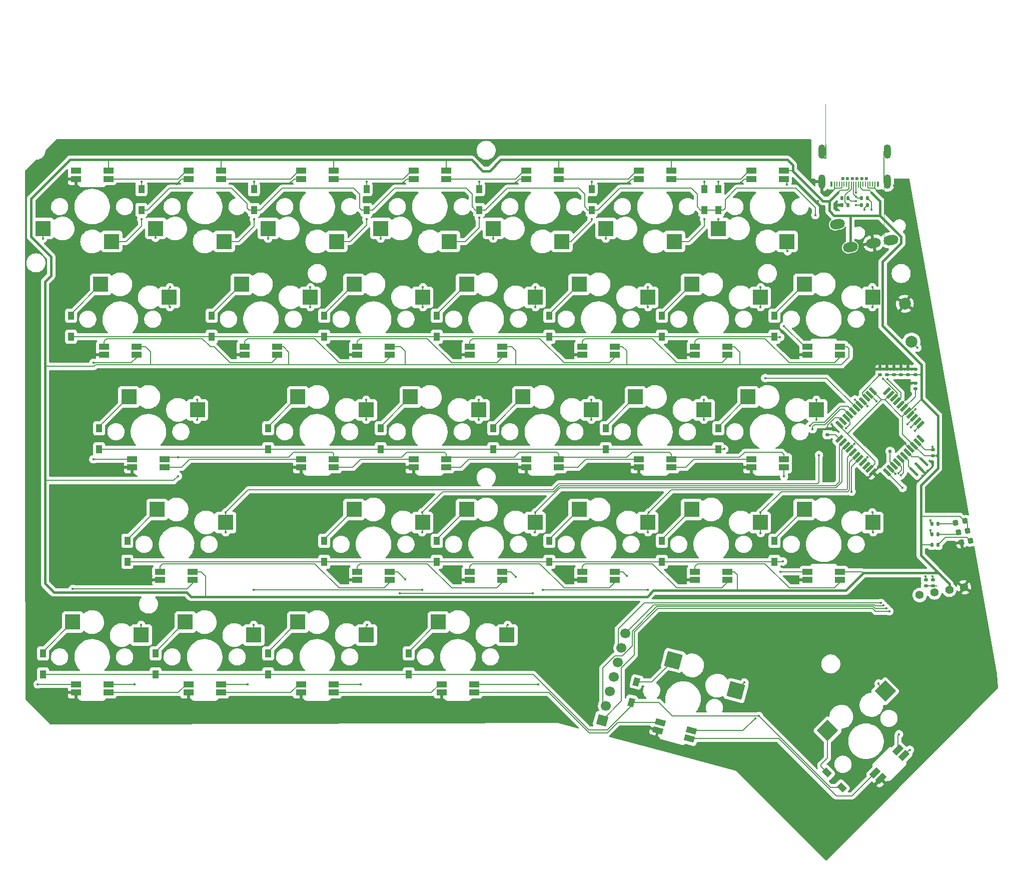
<source format=gbr>
G04 #@! TF.GenerationSoftware,KiCad,Pcbnew,(6.0.8)*
G04 #@! TF.CreationDate,2023-01-03T23:55:29+09:00*
G04 #@! TF.ProjectId,HatsuLight69_left.kicad_pcb,48617473-754c-4696-9768-7436395f6c65,0.1*
G04 #@! TF.SameCoordinates,Original*
G04 #@! TF.FileFunction,Copper,L2,Bot*
G04 #@! TF.FilePolarity,Positive*
%FSLAX46Y46*%
G04 Gerber Fmt 4.6, Leading zero omitted, Abs format (unit mm)*
G04 Created by KiCad (PCBNEW (6.0.8)) date 2023-01-03 23:55:29*
%MOMM*%
%LPD*%
G01*
G04 APERTURE LIST*
G04 Aperture macros list*
%AMRoundRect*
0 Rectangle with rounded corners*
0 $1 Rounding radius*
0 $2 $3 $4 $5 $6 $7 $8 $9 X,Y pos of 4 corners*
0 Add a 4 corners polygon primitive as box body*
4,1,4,$2,$3,$4,$5,$6,$7,$8,$9,$2,$3,0*
0 Add four circle primitives for the rounded corners*
1,1,$1+$1,$2,$3*
1,1,$1+$1,$4,$5*
1,1,$1+$1,$6,$7*
1,1,$1+$1,$8,$9*
0 Add four rect primitives between the rounded corners*
20,1,$1+$1,$2,$3,$4,$5,0*
20,1,$1+$1,$4,$5,$6,$7,0*
20,1,$1+$1,$6,$7,$8,$9,0*
20,1,$1+$1,$8,$9,$2,$3,0*%
%AMHorizOval*
0 Thick line with rounded ends*
0 $1 width*
0 $2 $3 position (X,Y) of the first rounded end (center of the circle)*
0 $4 $5 position (X,Y) of the second rounded end (center of the circle)*
0 Add line between two ends*
20,1,$1,$2,$3,$4,$5,0*
0 Add two circle primitives to create the rounded ends*
1,1,$1,$2,$3*
1,1,$1,$4,$5*%
%AMRotRect*
0 Rectangle, with rotation*
0 The origin of the aperture is its center*
0 $1 length*
0 $2 width*
0 $3 Rotation angle, in degrees counterclockwise*
0 Add horizontal line*
21,1,$1,$2,0,0,$3*%
%AMFreePoly0*
4,1,78,0.650020,1.200042,0.650035,1.200035,0.650050,1.200000,0.650035,1.199965,0.650001,1.199950,0.619003,1.198950,0.587006,1.196950,0.556005,1.192950,0.525012,1.186951,0.495011,1.179951,0.465014,1.170952,0.435017,1.159953,0.406019,1.147954,0.378024,1.134956,0.350024,1.119956,0.323029,1.102959,0.297031,1.084960,0.272030,1.065960,0.249035,1.045964,0.226034,1.023963,
0.204035,1.000965,0.184038,0.977967,0.165040,0.952970,0.147042,0.926973,0.130042,0.899973,0.115044,0.871976,0.102046,0.843981,0.090047,0.814983,0.079048,0.784986,0.070049,0.754989,0.063049,0.724990,0.057050,0.693994,0.053050,0.662996,0.051050,0.630998,0.050050,0.600000,0.050050,-0.599998,0.051050,-0.630997,0.053050,-0.662994,0.057049,-0.693990,0.063049,-0.724989,
0.070048,-0.754986,0.079047,-0.784983,0.090046,-0.814981,0.102045,-0.843979,0.115044,-0.871976,0.130042,-0.899973,0.147041,-0.926972,0.165040,-0.952970,0.184038,-0.977967,0.204036,-1.000965,0.226035,-1.023964,0.249033,-1.045962,0.272030,-1.065960,0.297032,-1.084962,0.323029,-1.102959,0.350024,-1.119956,0.378025,-1.134957,0.406019,-1.147954,0.435017,-1.159953,0.465014,-1.170952,
0.495011,-1.179951,0.525013,-1.186952,0.556006,-1.192950,0.587006,-1.196950,0.619003,-1.198950,0.650001,-1.199950,0.650036,-1.199966,0.650050,-1.200002,0.650034,-1.200036,0.650000,-1.200050,-0.050000,-1.200050,-0.050035,-1.200035,-0.050050,-1.200000,-0.050050,1.200000,-0.050035,1.200035,-0.050000,1.200050,0.650000,1.200050,0.650020,1.200042,0.650020,1.200042,$1*%
%AMFreePoly1*
4,1,77,0.050035,1.200035,0.050050,1.200000,0.050050,-1.200000,0.050035,-1.200035,0.050000,-1.200050,-0.650000,-1.200050,-0.650035,-1.200035,-0.650050,-1.200000,-0.650035,-1.199965,-0.650002,-1.199950,-0.619003,-1.198950,-0.587006,-1.196950,-0.556006,-1.192950,-0.525011,-1.186951,-0.495011,-1.179951,-0.465014,-1.170952,-0.435017,-1.159953,-0.406019,-1.147954,-0.378024,-1.134956,-0.350027,-1.119958,
-0.323026,-1.102958,-0.297030,-1.084960,-0.272033,-1.065962,-0.249035,-1.045964,-0.226036,-1.023965,-0.204036,-1.000965,-0.184040,-0.977970,-0.165038,-0.952968,-0.147041,-0.926971,-0.130043,-0.899973,-0.115043,-0.871975,-0.102045,-0.843979,-0.090046,-0.814981,-0.079047,-0.784983,-0.070048,-0.754986,-0.063048,-0.724987,-0.057050,-0.693994,-0.053050,-0.662994,-0.051050,-0.630997,-0.050050,-0.599999,
-0.050050,0.600000,-0.051050,0.630998,-0.053050,0.662997,-0.057050,0.693995,-0.063049,0.724990,-0.070049,0.754989,-0.079048,0.784986,-0.090047,0.814983,-0.102046,0.843981,-0.115044,0.871976,-0.130044,0.899976,-0.147042,0.926973,-0.165040,0.952969,-0.184040,0.977971,-0.204038,1.000967,-0.226037,1.023966,-0.249035,1.045965,-0.272033,1.065962,-0.297030,1.084961,-0.323027,1.102958,
-0.350027,1.119958,-0.378024,1.134957,-0.406021,1.147955,-0.435017,1.159953,-0.465017,1.170953,-0.495011,1.179951,-0.525011,1.186951,-0.556006,1.192950,-0.587006,1.196950,-0.619003,1.198950,-0.650002,1.199950,-0.650036,1.199966,-0.650050,1.200002,-0.650034,1.200036,-0.650000,1.200050,0.050000,1.200050,0.050035,1.200035,0.050035,1.200035,$1*%
G04 Aperture macros list end*
G04 #@! TA.AperFunction,SMDPad,CuDef*
%ADD10FreePoly0,270.000000*%
G04 #@! TD*
G04 #@! TA.AperFunction,ComponentPad*
%ADD11O,1.200000X2.400000*%
G04 #@! TD*
G04 #@! TA.AperFunction,SMDPad,CuDef*
%ADD12FreePoly1,270.000000*%
G04 #@! TD*
G04 #@! TA.AperFunction,SMDPad,CuDef*
%ADD13R,0.460000X0.850000*%
G04 #@! TD*
G04 #@! TA.AperFunction,SMDPad,CuDef*
%ADD14R,0.230000X0.850000*%
G04 #@! TD*
G04 #@! TA.AperFunction,ComponentPad*
%ADD15C,0.600000*%
G04 #@! TD*
G04 #@! TA.AperFunction,SMDPad,CuDef*
%ADD16R,2.600000X2.600000*%
G04 #@! TD*
G04 #@! TA.AperFunction,SMDPad,CuDef*
%ADD17RotRect,2.600000X2.600000X45.000000*%
G04 #@! TD*
G04 #@! TA.AperFunction,ComponentPad*
%ADD18C,2.000000*%
G04 #@! TD*
G04 #@! TA.AperFunction,ComponentPad*
%ADD19C,1.397000*%
G04 #@! TD*
G04 #@! TA.AperFunction,SMDPad,CuDef*
%ADD20RotRect,2.600000X2.600000X345.000000*%
G04 #@! TD*
G04 #@! TA.AperFunction,ComponentPad*
%ADD21HorizOval,1.700000X-0.393923X-0.069459X0.393923X0.069459X0*%
G04 #@! TD*
G04 #@! TA.AperFunction,SMDPad,CuDef*
%ADD22R,1.000000X1.400000*%
G04 #@! TD*
G04 #@! TA.AperFunction,SMDPad,CuDef*
%ADD23RoundRect,0.140000X0.170000X-0.140000X0.170000X0.140000X-0.170000X0.140000X-0.170000X-0.140000X0*%
G04 #@! TD*
G04 #@! TA.AperFunction,SMDPad,CuDef*
%ADD24RoundRect,0.135000X0.135000X0.185000X-0.135000X0.185000X-0.135000X-0.185000X0.135000X-0.185000X0*%
G04 #@! TD*
G04 #@! TA.AperFunction,SMDPad,CuDef*
%ADD25R,1.700000X1.000000*%
G04 #@! TD*
G04 #@! TA.AperFunction,SMDPad,CuDef*
%ADD26RoundRect,0.218750X-0.170929X-0.290343X0.259924X-0.214371X0.170929X0.290343X-0.259924X0.214371X0*%
G04 #@! TD*
G04 #@! TA.AperFunction,SMDPad,CuDef*
%ADD27RoundRect,0.135000X0.185000X-0.135000X0.185000X0.135000X-0.185000X0.135000X-0.185000X-0.135000X0*%
G04 #@! TD*
G04 #@! TA.AperFunction,SMDPad,CuDef*
%ADD28RotRect,1.700000X1.000000X165.000000*%
G04 #@! TD*
G04 #@! TA.AperFunction,SMDPad,CuDef*
%ADD29RoundRect,0.135000X-0.185000X0.135000X-0.185000X-0.135000X0.185000X-0.135000X0.185000X0.135000X0*%
G04 #@! TD*
G04 #@! TA.AperFunction,SMDPad,CuDef*
%ADD30RotRect,1.400000X1.000000X135.000000*%
G04 #@! TD*
G04 #@! TA.AperFunction,SMDPad,CuDef*
%ADD31RotRect,0.400000X1.900000X45.000000*%
G04 #@! TD*
G04 #@! TA.AperFunction,SMDPad,CuDef*
%ADD32RoundRect,0.135000X-0.135000X-0.185000X0.135000X-0.185000X0.135000X0.185000X-0.135000X0.185000X0*%
G04 #@! TD*
G04 #@! TA.AperFunction,SMDPad,CuDef*
%ADD33RoundRect,0.140000X-0.170000X0.140000X-0.170000X-0.140000X0.170000X-0.140000X0.170000X0.140000X0*%
G04 #@! TD*
G04 #@! TA.AperFunction,SMDPad,CuDef*
%ADD34RotRect,1.500000X0.550000X225.000000*%
G04 #@! TD*
G04 #@! TA.AperFunction,SMDPad,CuDef*
%ADD35RotRect,1.500000X0.550000X135.000000*%
G04 #@! TD*
G04 #@! TA.AperFunction,SMDPad,CuDef*
%ADD36RotRect,1.700000X1.000000X225.000000*%
G04 #@! TD*
G04 #@! TA.AperFunction,SMDPad,CuDef*
%ADD37RotRect,1.400000X1.000000X75.000000*%
G04 #@! TD*
G04 #@! TA.AperFunction,ComponentPad*
%ADD38RotRect,1.700000X1.700000X345.000000*%
G04 #@! TD*
G04 #@! TA.AperFunction,ComponentPad*
%ADD39HorizOval,1.700000X0.000000X0.000000X0.000000X0.000000X0*%
G04 #@! TD*
G04 #@! TA.AperFunction,ViaPad*
%ADD40C,0.400000*%
G04 #@! TD*
G04 #@! TA.AperFunction,ViaPad*
%ADD41C,0.605000*%
G04 #@! TD*
G04 #@! TA.AperFunction,Conductor*
%ADD42C,0.152400*%
G04 #@! TD*
G04 #@! TA.AperFunction,Conductor*
%ADD43C,0.400000*%
G04 #@! TD*
G04 #@! TA.AperFunction,Conductor*
%ADD44C,0.200000*%
G04 #@! TD*
G04 APERTURE END LIST*
D10*
G04 #@! TO.P,J1,S6.1*
G04 #@! TO.N,N/C*
X193495000Y-32365732D03*
D11*
G04 #@! TO.P,J1,S6*
X194145000Y-32365732D03*
D12*
G04 #@! TO.P,J1,S5.1*
X183695000Y-32365732D03*
D11*
G04 #@! TO.P,J1,S5*
X183045000Y-32365732D03*
G04 #@! TO.P,J1,S4*
X194145000Y-37415732D03*
D13*
G04 #@! TO.P,J1,S3*
X192510000Y-37890732D03*
G04 #@! TO.P,J1,S2*
X184680000Y-37890732D03*
D11*
G04 #@! TO.P,J1,S1,SHIELD*
G04 #@! TO.N,GND*
X183045000Y-37415732D03*
D14*
G04 #@! TO.P,J1,B12,GND*
X185195000Y-37890732D03*
G04 #@! TO.P,J1,B11,RX1+*
G04 #@! TO.N,unconnected-(J1-PadB11)*
X185595000Y-37890732D03*
G04 #@! TO.P,J1,B10,RX1-*
G04 #@! TO.N,unconnected-(J1-PadB10)*
X185995000Y-37890732D03*
D15*
G04 #@! TO.P,J1,B9,VBUS*
G04 #@! TO.N,VCC*
X186595000Y-36965732D03*
G04 #@! TO.P,J1,B8,SBU2*
G04 #@! TO.N,unconnected-(J1-PadB8)*
X187395000Y-36965732D03*
G04 #@! TO.P,J1,B7,D-*
G04 #@! TO.N,Net-(J1-PadA7)*
X188195000Y-36965732D03*
G04 #@! TO.P,J1,B6,D+*
G04 #@! TO.N,Net-(J1-PadA6)*
X188995000Y-36965732D03*
G04 #@! TO.P,J1,B5,CC2*
G04 #@! TO.N,Net-(J1-PadB5)*
X189795000Y-36965732D03*
G04 #@! TO.P,J1,B4,VBUS*
G04 #@! TO.N,VCC*
X190595000Y-36965732D03*
D14*
G04 #@! TO.P,J1,B3,TX2-*
G04 #@! TO.N,unconnected-(J1-PadB3)*
X191195000Y-37890732D03*
G04 #@! TO.P,J1,B2,TX2+*
G04 #@! TO.N,unconnected-(J1-PadB2)*
X191595000Y-37890732D03*
G04 #@! TO.P,J1,B1,GND*
G04 #@! TO.N,GND*
X191995000Y-37890732D03*
G04 #@! TO.P,J1,A12,GND*
X190795000Y-37890732D03*
G04 #@! TO.P,J1,A11,RX2+*
G04 #@! TO.N,unconnected-(J1-PadA11)*
X190395000Y-37890732D03*
G04 #@! TO.P,J1,A10,RX2-*
G04 #@! TO.N,unconnected-(J1-PadA10)*
X189995000Y-37890732D03*
G04 #@! TO.P,J1,A9,VBUS*
G04 #@! TO.N,VCC*
X189595000Y-37890732D03*
G04 #@! TO.P,J1,A8,SBU1*
G04 #@! TO.N,unconnected-(J1-PadA8)*
X189195000Y-37890732D03*
G04 #@! TO.P,J1,A7,D-*
G04 #@! TO.N,Net-(J1-PadA7)*
X188795000Y-37890732D03*
G04 #@! TO.P,J1,A6,D+*
G04 #@! TO.N,Net-(J1-PadA6)*
X188395000Y-37890732D03*
G04 #@! TO.P,J1,A5,CC1*
G04 #@! TO.N,Net-(J1-PadA5)*
X187995000Y-37890732D03*
G04 #@! TO.P,J1,A4,VBUS*
G04 #@! TO.N,VCC*
X187595000Y-37890732D03*
G04 #@! TO.P,J1,A3,TX1-*
G04 #@! TO.N,N/C*
X187195000Y-37890732D03*
G04 #@! TO.P,J1,A2,TX1+*
G04 #@! TO.N,unconnected-(J1-PadA2)*
X186795000Y-37890732D03*
G04 #@! TO.P,J1,A1,GND*
G04 #@! TO.N,GND*
X186395000Y-37890732D03*
G04 #@! TD*
D16*
G04 #@! TO.P,SW6,1,1*
G04 #@! TO.N,COL4*
X127431300Y-45371910D03*
G04 #@! TO.P,SW6,2,2*
G04 #@! TO.N,Net-(D8-Pad2)*
X139031300Y-47571910D03*
G04 #@! TD*
D17*
G04 #@! TO.P,SW33,1,1*
G04 #@! TO.N,COL5*
X193752741Y-123674129D03*
G04 #@! TO.P,SW33,2,2*
G04 #@! TO.N,Net-(D35-Pad2)*
X183994668Y-130320932D03*
G04 #@! TD*
D16*
G04 #@! TO.P,SW26,1,1*
G04 #@! TO.N,COL4*
X172606300Y-95121910D03*
G04 #@! TO.P,SW26,2,2*
G04 #@! TO.N,Net-(D28-Pad2)*
X161006300Y-92921910D03*
G04 #@! TD*
G04 #@! TO.P,SW21,1,1*
G04 #@! TO.N,COL5*
X182131300Y-76071910D03*
G04 #@! TO.P,SW21,2,2*
G04 #@! TO.N,Net-(D23-Pad2)*
X170531300Y-73871910D03*
G04 #@! TD*
G04 #@! TO.P,SW20,1,1*
G04 #@! TO.N,COL4*
X163081300Y-76071910D03*
G04 #@! TO.P,SW20,2,2*
G04 #@! TO.N,Net-(D22-Pad2)*
X151481300Y-73871910D03*
G04 #@! TD*
G04 #@! TO.P,SW28,1,1*
G04 #@! TO.N,COL0*
X67831300Y-114171910D03*
G04 #@! TO.P,SW28,2,2*
G04 #@! TO.N,Net-(D30-Pad2)*
X56231300Y-111971910D03*
G04 #@! TD*
G04 #@! TO.P,SW4,1,1*
G04 #@! TO.N,COL2*
X89331300Y-45371910D03*
G04 #@! TO.P,SW4,2,2*
G04 #@! TO.N,Net-(D6-Pad2)*
X100931300Y-47571910D03*
G04 #@! TD*
G04 #@! TO.P,SW25,1,1*
G04 #@! TO.N,COL3*
X153556300Y-95121910D03*
G04 #@! TO.P,SW25,2,2*
G04 #@! TO.N,Net-(D27-Pad2)*
X141956300Y-92921910D03*
G04 #@! TD*
G04 #@! TO.P,SW11,1,1*
G04 #@! TO.N,COL2*
X115456300Y-57021910D03*
G04 #@! TO.P,SW11,2,2*
G04 #@! TO.N,Net-(D13-Pad2)*
X103856300Y-54821910D03*
G04 #@! TD*
G04 #@! TO.P,SW12,1,1*
G04 #@! TO.N,COL3*
X134506300Y-57021910D03*
G04 #@! TO.P,SW12,2,2*
G04 #@! TO.N,Net-(D14-Pad2)*
X122906300Y-54821910D03*
G04 #@! TD*
G04 #@! TO.P,SW29,1,1*
G04 #@! TO.N,COL1*
X86881300Y-114171910D03*
G04 #@! TO.P,SW29,2,2*
G04 #@! TO.N,Net-(D31-Pad2)*
X75281300Y-111971910D03*
G04 #@! TD*
G04 #@! TO.P,SW30,1,1*
G04 #@! TO.N,COL2*
X105931300Y-114171910D03*
G04 #@! TO.P,SW30,2,2*
G04 #@! TO.N,Net-(D32-Pad2)*
X94331300Y-111971910D03*
G04 #@! TD*
G04 #@! TO.P,SW2,1,1*
G04 #@! TO.N,COL0*
X51231300Y-45371910D03*
G04 #@! TO.P,SW2,2,2*
G04 #@! TO.N,Net-(D4-Pad2)*
X62831300Y-47571910D03*
G04 #@! TD*
G04 #@! TO.P,SW27,1,1*
G04 #@! TO.N,COL5*
X191656300Y-95121910D03*
G04 #@! TO.P,SW27,2,2*
G04 #@! TO.N,Net-(D29-Pad2)*
X180056300Y-92921910D03*
G04 #@! TD*
G04 #@! TO.P,SW9,1,1*
G04 #@! TO.N,COL0*
X72593800Y-57021910D03*
G04 #@! TO.P,SW9,2,2*
G04 #@! TO.N,Net-(D11-Pad2)*
X60993800Y-54821910D03*
G04 #@! TD*
G04 #@! TO.P,SW17,1,1*
G04 #@! TO.N,COL1*
X105931300Y-76071910D03*
G04 #@! TO.P,SW17,2,2*
G04 #@! TO.N,Net-(D19-Pad2)*
X94331300Y-73871910D03*
G04 #@! TD*
G04 #@! TO.P,SW19,1,1*
G04 #@! TO.N,COL3*
X144031300Y-76071910D03*
G04 #@! TO.P,SW19,2,2*
G04 #@! TO.N,Net-(D21-Pad2)*
X132431300Y-73871910D03*
G04 #@! TD*
G04 #@! TO.P,SW8,1,1*
G04 #@! TO.N,Net-(D10-Pad2)*
X165531300Y-45371910D03*
G04 #@! TO.P,SW8,2,2*
G04 #@! TO.N,COL6*
X177131300Y-47571910D03*
G04 #@! TD*
G04 #@! TO.P,SW15,1,1*
G04 #@! TO.N,COL6*
X191656300Y-57021910D03*
G04 #@! TO.P,SW15,2,2*
G04 #@! TO.N,Net-(D17-Pad2)*
X180056300Y-54821910D03*
G04 #@! TD*
G04 #@! TO.P,SW10,1,1*
G04 #@! TO.N,COL1*
X96406300Y-57021910D03*
G04 #@! TO.P,SW10,2,2*
G04 #@! TO.N,Net-(D12-Pad2)*
X84806300Y-54821910D03*
G04 #@! TD*
D18*
G04 #@! TO.P,SW1,1,1*
G04 #@! TO.N,GND*
X197079659Y-58116694D03*
G04 #@! TO.P,SW1,2,2*
G04 #@! TO.N,Net-(R6-Pad2)*
X198208373Y-64517944D03*
G04 #@! TD*
D16*
G04 #@! TO.P,SW16,1,1*
G04 #@! TO.N,COL0*
X77356300Y-76071910D03*
G04 #@! TO.P,SW16,2,2*
G04 #@! TO.N,Net-(D18-Pad2)*
X65756300Y-73871910D03*
G04 #@! TD*
D19*
G04 #@! TO.P,J3,1,Pin_1*
G04 #@! TO.N,SDA*
X199589788Y-107419117D03*
G04 #@! TO.P,J3,2,Pin_2*
G04 #@! TO.N,SCL*
X202091201Y-106978050D03*
G04 #@! TO.P,J3,3,Pin_3*
G04 #@! TO.N,VCC*
X204592613Y-106536984D03*
G04 #@! TO.P,J3,4,Pin_4*
G04 #@! TO.N,GND*
X207094026Y-106095917D03*
G04 #@! TD*
D16*
G04 #@! TO.P,SW13,1,1*
G04 #@! TO.N,COL4*
X153556300Y-57021910D03*
G04 #@! TO.P,SW13,2,2*
G04 #@! TO.N,Net-(D15-Pad2)*
X141956300Y-54821910D03*
G04 #@! TD*
G04 #@! TO.P,SW24,1,1*
G04 #@! TO.N,COL2*
X134506300Y-95121910D03*
G04 #@! TO.P,SW24,2,2*
G04 #@! TO.N,Net-(D26-Pad2)*
X122906300Y-92921910D03*
G04 #@! TD*
G04 #@! TO.P,SW7,1,1*
G04 #@! TO.N,COL5*
X146481300Y-45371910D03*
G04 #@! TO.P,SW7,2,2*
G04 #@! TO.N,Net-(D9-Pad2)*
X158081300Y-47571910D03*
G04 #@! TD*
G04 #@! TO.P,SW3,1,1*
G04 #@! TO.N,COL1*
X70281300Y-45371910D03*
G04 #@! TO.P,SW3,2,2*
G04 #@! TO.N,Net-(D5-Pad2)*
X81881300Y-47571910D03*
G04 #@! TD*
G04 #@! TO.P,SW22,1,1*
G04 #@! TO.N,COL0*
X82118812Y-95121910D03*
G04 #@! TO.P,SW22,2,2*
G04 #@! TO.N,Net-(D24-Pad2)*
X70518812Y-92921910D03*
G04 #@! TD*
D20*
G04 #@! TO.P,SW32,1,1*
G04 #@! TO.N,COL4*
X168518615Y-123589933D03*
G04 #@! TO.P,SW32,2,2*
G04 #@! TO.N,Net-(D34-Pad2)*
X157883277Y-118462595D03*
G04 #@! TD*
D16*
G04 #@! TO.P,SW18,1,1*
G04 #@! TO.N,COL2*
X124981300Y-76071910D03*
G04 #@! TO.P,SW18,2,2*
G04 #@! TO.N,Net-(D20-Pad2)*
X113381300Y-73871910D03*
G04 #@! TD*
G04 #@! TO.P,SW5,1,1*
G04 #@! TO.N,COL3*
X108381300Y-45371910D03*
G04 #@! TO.P,SW5,2,2*
G04 #@! TO.N,Net-(D7-Pad2)*
X119981300Y-47571910D03*
G04 #@! TD*
G04 #@! TO.P,SW14,1,1*
G04 #@! TO.N,COL5*
X172606300Y-57021910D03*
G04 #@! TO.P,SW14,2,2*
G04 #@! TO.N,Net-(D16-Pad2)*
X161006300Y-54821910D03*
G04 #@! TD*
G04 #@! TO.P,SW31,1,1*
G04 #@! TO.N,COL3*
X129743800Y-114171910D03*
G04 #@! TO.P,SW31,2,2*
G04 #@! TO.N,Net-(D33-Pad2)*
X118143800Y-111971910D03*
G04 #@! TD*
G04 #@! TO.P,SW23,1,1*
G04 #@! TO.N,COL1*
X115456300Y-95121910D03*
G04 #@! TO.P,SW23,2,2*
G04 #@! TO.N,Net-(D25-Pad2)*
X103856300Y-92921910D03*
G04 #@! TD*
D21*
G04 #@! TO.P,J2,1*
G04 #@! TO.N,N/C*
X185628211Y-44654722D03*
G04 #@! TO.P,J2,2*
G04 #@! TO.N,DATA*
X194728400Y-47314905D03*
G04 #@! TO.P,J2,3*
G04 #@! TO.N,GND*
X191773976Y-47835850D03*
G04 #@! TO.P,J2,4*
G04 #@! TO.N,VCC*
X187834745Y-48530443D03*
G04 #@! TD*
D22*
G04 #@! TO.P,D33,1,K*
G04 #@! TO.N,ROW4*
X113109570Y-120837680D03*
G04 #@! TO.P,D33,2,A*
G04 #@! TO.N,Net-(D33-Pad2)*
X113109570Y-117287680D03*
G04 #@! TD*
D23*
G04 #@! TO.P,C6,1*
G04 #@! TO.N,VCC*
X197644016Y-70131701D03*
G04 #@! TO.P,C6,2*
G04 #@! TO.N,GND*
X197644016Y-69171701D03*
G04 #@! TD*
D22*
G04 #@! TO.P,D8,1,K*
G04 #@! TO.N,ROW0*
X144065846Y-42256364D03*
G04 #@! TO.P,D8,2,A*
G04 #@! TO.N,Net-(D8-Pad2)*
X144065846Y-38706364D03*
G04 #@! TD*
D24*
G04 #@! TO.P,R2,1*
G04 #@! TO.N,Net-(J1-PadB5)*
X187438125Y-40243125D03*
G04 #@! TO.P,R2,2*
G04 #@! TO.N,GND*
X186418125Y-40243125D03*
G04 #@! TD*
D23*
G04 #@! TO.P,C7,1*
G04 #@! TO.N,VCC*
X198834642Y-70131701D03*
G04 #@! TO.P,C7,2*
G04 #@! TO.N,GND*
X198834642Y-69171701D03*
G04 #@! TD*
D25*
G04 #@! TO.P,D43,1,DOUT*
G04 #@! TO.N,Net-(D43-Pad1)*
X104406440Y-103479855D03*
G04 #@! TO.P,D43,2,VSS*
G04 #@! TO.N,GND*
X104406440Y-104879855D03*
G04 #@! TO.P,D43,3,DIN*
G04 #@! TO.N,Net-(D42-Pad1)*
X109906440Y-104879855D03*
G04 #@! TO.P,D43,4,VDD*
G04 #@! TO.N,VCC*
X109906440Y-103479855D03*
G04 #@! TD*
D26*
G04 #@! TO.P,D3,1,K*
G04 #@! TO.N,GND*
X206631339Y-98482373D03*
G04 #@! TO.P,D3,2,A*
G04 #@! TO.N,Net-(D3-Pad2)*
X208182411Y-98208877D03*
G04 #@! TD*
D25*
G04 #@! TO.P,D55,1,DOUT*
G04 #@! TO.N,Net-(D55-Pad1)*
X85356424Y-65379823D03*
G04 #@! TO.P,D55,2,VSS*
G04 #@! TO.N,GND*
X85356424Y-66779823D03*
G04 #@! TO.P,D55,3,DIN*
G04 #@! TO.N,Net-(D54-Pad1)*
X90856424Y-66779823D03*
G04 #@! TO.P,D55,4,VDD*
G04 #@! TO.N,VCC*
X90856424Y-65379823D03*
G04 #@! TD*
G04 #@! TO.P,D66,1,DOUT*
G04 #@! TO.N,Net-(D66-Pad1)*
X75831416Y-35614173D03*
G04 #@! TO.P,D66,2,VSS*
G04 #@! TO.N,GND*
X75831416Y-37014173D03*
G04 #@! TO.P,D66,3,DIN*
G04 #@! TO.N,Net-(D65-Pad1)*
X81331416Y-37014173D03*
G04 #@! TO.P,D66,4,VDD*
G04 #@! TO.N,VCC*
X81331416Y-35614173D03*
G04 #@! TD*
D22*
G04 #@! TO.P,D10,1,K*
G04 #@! TO.N,ROW0*
X165497114Y-42256364D03*
G04 #@! TO.P,D10,2,A*
G04 #@! TO.N,Net-(D10-Pad2)*
X165497114Y-38706364D03*
G04 #@! TD*
D27*
G04 #@! TO.P,R6,1*
G04 #@! TO.N,VCC*
X201811207Y-83853900D03*
G04 #@! TO.P,R6,2*
G04 #@! TO.N,Net-(R6-Pad2)*
X201811207Y-82833900D03*
G04 #@! TD*
D22*
G04 #@! TO.P,D17,1,K*
G04 #@! TO.N,ROW1*
X175022122Y-63687632D03*
G04 #@! TO.P,D17,2,A*
G04 #@! TO.N,Net-(D17-Pad2)*
X175022122Y-60137632D03*
G04 #@! TD*
D25*
G04 #@! TO.P,D54,1,DOUT*
G04 #@! TO.N,Net-(D54-Pad1)*
X61543904Y-65379823D03*
G04 #@! TO.P,D54,2,VSS*
G04 #@! TO.N,GND*
X61543904Y-66779823D03*
G04 #@! TO.P,D54,3,DIN*
G04 #@! TO.N,Net-(D53-Pad1)*
X67043904Y-66779823D03*
G04 #@! TO.P,D54,4,VDD*
G04 #@! TO.N,VCC*
X67043904Y-65379823D03*
G04 #@! TD*
D24*
G04 #@! TO.P,R8,1*
G04 #@! TO.N,Net-(D2-Pad1)*
X202678125Y-97155000D03*
G04 #@! TO.P,R8,2*
G04 #@! TO.N,Net-(R8-Pad2)*
X201658125Y-97155000D03*
G04 #@! TD*
D28*
G04 #@! TO.P,D37,1,DOUT*
G04 #@! TO.N,Net-(D37-Pad1)*
X155671677Y-128930010D03*
G04 #@! TO.P,D37,2,VSS*
G04 #@! TO.N,GND*
X155309331Y-130282306D03*
G04 #@! TO.P,D37,3,DIN*
G04 #@! TO.N,Net-(D36-Pad1)*
X160621923Y-131705810D03*
G04 #@! TO.P,D37,4,VDD*
G04 #@! TO.N,VCC*
X160984269Y-130353514D03*
G04 #@! TD*
D22*
G04 #@! TO.P,D24,1,K*
G04 #@! TO.N,ROW3*
X65484530Y-101787664D03*
G04 #@! TO.P,D24,2,A*
G04 #@! TO.N,Net-(D24-Pad2)*
X65484530Y-98237664D03*
G04 #@! TD*
D29*
G04 #@! TO.P,R10,1*
G04 #@! TO.N,SCL*
X201811207Y-104860481D03*
G04 #@! TO.P,R10,2*
G04 #@! TO.N,VCC*
X201811207Y-105880481D03*
G04 #@! TD*
D22*
G04 #@! TO.P,D14,1,K*
G04 #@! TO.N,ROW1*
X117872074Y-63687632D03*
G04 #@! TO.P,D14,2,A*
G04 #@! TO.N,Net-(D14-Pad2)*
X117872074Y-60137632D03*
G04 #@! TD*
G04 #@! TO.P,D29,1,K*
G04 #@! TO.N,ROW3*
X175022122Y-101787664D03*
G04 #@! TO.P,D29,2,A*
G04 #@! TO.N,Net-(D29-Pad2)*
X175022122Y-98237664D03*
G04 #@! TD*
G04 #@! TO.P,D20,1,K*
G04 #@! TO.N,ROW2*
X108347066Y-82737648D03*
G04 #@! TO.P,D20,2,A*
G04 #@! TO.N,Net-(D20-Pad2)*
X108347066Y-79187648D03*
G04 #@! TD*
G04 #@! TO.P,D4,1,K*
G04 #@! TO.N,ROW0*
X67865782Y-42256364D03*
G04 #@! TO.P,D4,2,A*
G04 #@! TO.N,Net-(D4-Pad2)*
X67865782Y-38706364D03*
G04 #@! TD*
G04 #@! TO.P,D28,1,K*
G04 #@! TO.N,ROW3*
X155972106Y-101787664D03*
G04 #@! TO.P,D28,2,A*
G04 #@! TO.N,Net-(D28-Pad2)*
X155972106Y-98237664D03*
G04 #@! TD*
D25*
G04 #@! TO.P,D63,1,DOUT*
G04 #@! TO.N,Net-(D63-Pad1)*
X132981464Y-35614173D03*
G04 #@! TO.P,D63,2,VSS*
G04 #@! TO.N,GND*
X132981464Y-37014173D03*
G04 #@! TO.P,D63,3,DIN*
G04 #@! TO.N,Net-(D62-Pad1)*
X138481464Y-37014173D03*
G04 #@! TO.P,D63,4,VDD*
G04 #@! TO.N,VCC*
X138481464Y-35614173D03*
G04 #@! TD*
D22*
G04 #@! TO.P,D26,1,K*
G04 #@! TO.N,ROW3*
X117872074Y-101787664D03*
G04 #@! TO.P,D26,2,A*
G04 #@! TO.N,Net-(D26-Pad2)*
X117872074Y-98237664D03*
G04 #@! TD*
D30*
G04 #@! TO.P,D35,1,K*
G04 #@! TO.N,ROW4*
X186397558Y-139963124D03*
G04 #@! TO.P,D35,2,A*
G04 #@! TO.N,Net-(D35-Pad2)*
X183887328Y-137452894D03*
G04 #@! TD*
D29*
G04 #@! TO.P,R11,1*
G04 #@! TO.N,SDA*
X200620581Y-104860481D03*
G04 #@! TO.P,R11,2*
G04 #@! TO.N,VCC*
X200620581Y-105880481D03*
G04 #@! TD*
D25*
G04 #@! TO.P,D62,1,DOUT*
G04 #@! TO.N,Net-(D62-Pad1)*
X152031480Y-35614173D03*
G04 #@! TO.P,D62,2,VSS*
G04 #@! TO.N,GND*
X152031480Y-37014173D03*
G04 #@! TO.P,D62,3,DIN*
G04 #@! TO.N,Net-(D62-Pad3)*
X157531480Y-37014173D03*
G04 #@! TO.P,D62,4,VDD*
G04 #@! TO.N,VCC*
X157531480Y-35614173D03*
G04 #@! TD*
G04 #@! TO.P,D41,1,DOUT*
G04 #@! TO.N,Net-(D41-Pad1)*
X56781400Y-122529871D03*
G04 #@! TO.P,D41,2,VSS*
G04 #@! TO.N,GND*
X56781400Y-123929871D03*
G04 #@! TO.P,D41,3,DIN*
G04 #@! TO.N,Net-(D40-Pad1)*
X62281400Y-123929871D03*
G04 #@! TO.P,D41,4,VDD*
G04 #@! TO.N,VCC*
X62281400Y-122529871D03*
G04 #@! TD*
G04 #@! TO.P,D50,1,DOUT*
G04 #@! TO.N,Net-(D50-Pad1)*
X132981464Y-84429839D03*
G04 #@! TO.P,D50,2,VSS*
G04 #@! TO.N,GND*
X132981464Y-85829839D03*
G04 #@! TO.P,D50,3,DIN*
G04 #@! TO.N,Net-(D50-Pad3)*
X138481464Y-85829839D03*
G04 #@! TO.P,D50,4,VDD*
G04 #@! TO.N,VCC*
X138481464Y-84429839D03*
G04 #@! TD*
G04 #@! TO.P,D67,1,DOUT*
G04 #@! TO.N,unconnected-(D67-Pad1)*
X56781400Y-35614173D03*
G04 #@! TO.P,D67,2,VSS*
G04 #@! TO.N,GND*
X56781400Y-37014173D03*
G04 #@! TO.P,D67,3,DIN*
G04 #@! TO.N,Net-(D66-Pad1)*
X62281400Y-37014173D03*
G04 #@! TO.P,D67,4,VDD*
G04 #@! TO.N,VCC*
X62281400Y-35614173D03*
G04 #@! TD*
D22*
G04 #@! TO.P,D27,1,K*
G04 #@! TO.N,ROW3*
X136922090Y-101787664D03*
G04 #@! TO.P,D27,2,A*
G04 #@! TO.N,Net-(D27-Pad2)*
X136922090Y-98237664D03*
G04 #@! TD*
G04 #@! TO.P,D15,1,K*
G04 #@! TO.N,ROW1*
X136922090Y-63687632D03*
G04 #@! TO.P,D15,2,A*
G04 #@! TO.N,Net-(D15-Pad2)*
X136922090Y-60137632D03*
G04 #@! TD*
D31*
G04 #@! TO.P,X1,1*
G04 #@! TO.N,/MCU/XTAL2*
X198581427Y-86573680D03*
G04 #@! TO.P,X1,2*
G04 #@! TO.N,GND*
X199429955Y-85725152D03*
G04 #@! TO.P,X1,3*
G04 #@! TO.N,/MCU/XTAL1*
X200278483Y-84876624D03*
G04 #@! TD*
D25*
G04 #@! TO.P,D59,1,DOUT*
G04 #@! TO.N,Net-(D59-Pad1)*
X161556488Y-65379823D03*
G04 #@! TO.P,D59,2,VSS*
G04 #@! TO.N,GND*
X161556488Y-66779823D03*
G04 #@! TO.P,D59,3,DIN*
G04 #@! TO.N,Net-(D58-Pad1)*
X167056488Y-66779823D03*
G04 #@! TO.P,D59,4,VDD*
G04 #@! TO.N,VCC*
X167056488Y-65379823D03*
G04 #@! TD*
D27*
G04 #@! TO.P,R7,1*
G04 #@! TO.N,Net-(R7-Pad1)*
X183951817Y-80282022D03*
G04 #@! TO.P,R7,2*
G04 #@! TO.N,GND*
X183951817Y-79262022D03*
G04 #@! TD*
D32*
G04 #@! TO.P,R4,1*
G04 #@! TO.N,Net-(J1-PadA6)*
X189751875Y-40243125D03*
G04 #@! TO.P,R4,2*
G04 #@! TO.N,/MCU/D+*
X190771875Y-40243125D03*
G04 #@! TD*
D33*
G04 #@! TO.P,C2,1*
G04 #@! TO.N,GND*
X198834642Y-71552953D03*
G04 #@! TO.P,C2,2*
G04 #@! TO.N,Net-(C2-Pad2)*
X198834642Y-72512953D03*
G04 #@! TD*
D25*
G04 #@! TO.P,D39,1,DOUT*
G04 #@! TO.N,Net-(D39-Pad1)*
X94881432Y-122529871D03*
G04 #@! TO.P,D39,2,VSS*
G04 #@! TO.N,GND*
X94881432Y-123929871D03*
G04 #@! TO.P,D39,3,DIN*
G04 #@! TO.N,Net-(D38-Pad1)*
X100381432Y-123929871D03*
G04 #@! TO.P,D39,4,VDD*
G04 #@! TO.N,VCC*
X100381432Y-122529871D03*
G04 #@! TD*
D22*
G04 #@! TO.P,D21,1,K*
G04 #@! TO.N,ROW2*
X127397082Y-82737648D03*
G04 #@! TO.P,D21,2,A*
G04 #@! TO.N,Net-(D21-Pad2)*
X127397082Y-79187648D03*
G04 #@! TD*
D34*
G04 #@! TO.P,U1,1,PE6/AIN0*
G04 #@! TO.N,unconnected-(U1-Pad1)*
X194083594Y-72913086D03*
G04 #@! TO.P,U1,2,UVcc*
G04 #@! TO.N,VCC*
X194649279Y-73478772D03*
G04 #@! TO.P,U1,3,D-*
G04 #@! TO.N,/MCU/D-*
X195214964Y-74044457D03*
G04 #@! TO.P,U1,4,D+*
G04 #@! TO.N,/MCU/D+*
X195780650Y-74610142D03*
G04 #@! TO.P,U1,5,UGnd*
G04 #@! TO.N,GND*
X196346335Y-75175828D03*
G04 #@! TO.P,U1,6,UCap*
G04 #@! TO.N,Net-(C2-Pad2)*
X196912021Y-75741513D03*
G04 #@! TO.P,U1,7,VBus*
G04 #@! TO.N,VCC*
X197477706Y-76307199D03*
G04 #@! TO.P,U1,8,PB0/SS*
G04 #@! TO.N,Net-(R5-Pad2)*
X198043392Y-76872884D03*
G04 #@! TO.P,U1,9,PB1/SCK*
G04 #@! TO.N,SCLK*
X198609077Y-77438570D03*
G04 #@! TO.P,U1,10,PB2/MOSI*
G04 #@! TO.N,MOSI*
X199174762Y-78004255D03*
G04 #@! TO.P,U1,11,PB3/MISO*
G04 #@! TO.N,MISO*
X199740448Y-78569940D03*
D35*
G04 #@! TO.P,U1,12,PB7/~{RTS}*
G04 #@! TO.N,unconnected-(U1-Pad12)*
X199740448Y-80974104D03*
G04 #@! TO.P,U1,13,~{RESET}*
G04 #@! TO.N,Net-(R6-Pad2)*
X199174762Y-81539789D03*
G04 #@! TO.P,U1,14,VCC*
G04 #@! TO.N,VCC*
X198609077Y-82105474D03*
G04 #@! TO.P,U1,15,GND*
G04 #@! TO.N,GND*
X198043392Y-82671160D03*
G04 #@! TO.P,U1,16,XTAL1*
G04 #@! TO.N,/MCU/XTAL1*
X197477706Y-83236845D03*
G04 #@! TO.P,U1,17,XTAL2*
G04 #@! TO.N,/MCU/XTAL2*
X196912021Y-83802531D03*
G04 #@! TO.P,U1,18,PD0/INT0*
G04 #@! TO.N,SCL*
X196346335Y-84368216D03*
G04 #@! TO.P,U1,19,PD1/INT1*
G04 #@! TO.N,SDA*
X195780650Y-84933902D03*
G04 #@! TO.P,U1,20,PD2/RXD1*
G04 #@! TO.N,DATA*
X195214964Y-85499587D03*
G04 #@! TO.P,U1,21,PD3/TXD1*
G04 #@! TO.N,LED*
X194649279Y-86065272D03*
G04 #@! TO.P,U1,22,PD5/XCK1*
G04 #@! TO.N,Net-(R8-Pad2)*
X194083594Y-86630958D03*
D34*
G04 #@! TO.P,U1,23,GND*
G04 #@! TO.N,GND*
X191679430Y-86630958D03*
G04 #@! TO.P,U1,24,AVCC*
G04 #@! TO.N,VCC*
X191113745Y-86065272D03*
G04 #@! TO.P,U1,25,ICP1/PD4*
G04 #@! TO.N,unconnected-(U1-Pad25)*
X190548060Y-85499587D03*
G04 #@! TO.P,U1,26,T1/PD6*
G04 #@! TO.N,COL6*
X189982374Y-84933902D03*
G04 #@! TO.P,U1,27,T0/PD7*
G04 #@! TO.N,COL5*
X189416689Y-84368216D03*
G04 #@! TO.P,U1,28,PB4*
G04 #@! TO.N,COL4*
X188851003Y-83802531D03*
G04 #@! TO.P,U1,29,PB5*
G04 #@! TO.N,COL3*
X188285318Y-83236845D03*
G04 #@! TO.P,U1,30,PB6*
G04 #@! TO.N,NCS*
X187719632Y-82671160D03*
G04 #@! TO.P,U1,31,PC6*
G04 #@! TO.N,COL2*
X187153947Y-82105474D03*
G04 #@! TO.P,U1,32,PC7*
G04 #@! TO.N,COL1*
X186588262Y-81539789D03*
G04 #@! TO.P,U1,33,~{HWB/PE2}*
G04 #@! TO.N,Net-(R7-Pad1)*
X186022576Y-80974104D03*
D35*
G04 #@! TO.P,U1,34,VCC*
G04 #@! TO.N,VCC*
X186022576Y-78569940D03*
G04 #@! TO.P,U1,35,GND*
G04 #@! TO.N,GND*
X186588262Y-78004255D03*
G04 #@! TO.P,U1,36,PF7*
G04 #@! TO.N,COL0*
X187153947Y-77438570D03*
G04 #@! TO.P,U1,37,PF6*
G04 #@! TO.N,ROW4*
X187719632Y-76872884D03*
G04 #@! TO.P,U1,38,PF5*
G04 #@! TO.N,ROW3*
X188285318Y-76307199D03*
G04 #@! TO.P,U1,39,PF4*
G04 #@! TO.N,ROW2*
X188851003Y-75741513D03*
G04 #@! TO.P,U1,40,PF1*
G04 #@! TO.N,ROW1*
X189416689Y-75175828D03*
G04 #@! TO.P,U1,41,PF0*
G04 #@! TO.N,ROW0*
X189982374Y-74610142D03*
G04 #@! TO.P,U1,42,AREF*
G04 #@! TO.N,Net-(C1-Pad1)*
X190548060Y-74044457D03*
G04 #@! TO.P,U1,43,GND*
G04 #@! TO.N,GND*
X191113745Y-73478772D03*
G04 #@! TO.P,U1,44,AVCC*
G04 #@! TO.N,VCC*
X191679430Y-72913086D03*
G04 #@! TD*
D22*
G04 #@! TO.P,D7,1,K*
G04 #@! TO.N,ROW0*
X125015830Y-42256364D03*
G04 #@! TO.P,D7,2,A*
G04 #@! TO.N,Net-(D7-Pad2)*
X125015830Y-38706364D03*
G04 #@! TD*
G04 #@! TO.P,D31,1,K*
G04 #@! TO.N,ROW4*
X70247034Y-120837680D03*
G04 #@! TO.P,D31,2,A*
G04 #@! TO.N,Net-(D31-Pad2)*
X70247034Y-117287680D03*
G04 #@! TD*
G04 #@! TO.P,D22,1,K*
G04 #@! TO.N,ROW2*
X146447098Y-82737648D03*
G04 #@! TO.P,D22,2,A*
G04 #@! TO.N,Net-(D22-Pad2)*
X146447098Y-79187648D03*
G04 #@! TD*
G04 #@! TO.P,D19,1,K*
G04 #@! TO.N,ROW2*
X89297050Y-82737648D03*
G04 #@! TO.P,D19,2,A*
G04 #@! TO.N,Net-(D19-Pad2)*
X89297050Y-79187648D03*
G04 #@! TD*
D25*
G04 #@! TO.P,D56,1,DOUT*
G04 #@! TO.N,Net-(D56-Pad1)*
X104406440Y-65379823D03*
G04 #@! TO.P,D56,2,VSS*
G04 #@! TO.N,GND*
X104406440Y-66779823D03*
G04 #@! TO.P,D56,3,DIN*
G04 #@! TO.N,Net-(D55-Pad1)*
X109906440Y-66779823D03*
G04 #@! TO.P,D56,4,VDD*
G04 #@! TO.N,VCC*
X109906440Y-65379823D03*
G04 #@! TD*
G04 #@! TO.P,D58,1,DOUT*
G04 #@! TO.N,Net-(D58-Pad1)*
X142506472Y-65379823D03*
G04 #@! TO.P,D58,2,VSS*
G04 #@! TO.N,GND*
X142506472Y-66779823D03*
G04 #@! TO.P,D58,3,DIN*
G04 #@! TO.N,Net-(D57-Pad1)*
X148006472Y-66779823D03*
G04 #@! TO.P,D58,4,VDD*
G04 #@! TO.N,VCC*
X148006472Y-65379823D03*
G04 #@! TD*
D22*
G04 #@! TO.P,D18,1,K*
G04 #@! TO.N,ROW2*
X60722026Y-82737648D03*
G04 #@! TO.P,D18,2,A*
G04 #@! TO.N,Net-(D18-Pad2)*
X60722026Y-79187648D03*
G04 #@! TD*
D25*
G04 #@! TO.P,D47,1,DOUT*
G04 #@! TO.N,Net-(D47-Pad1)*
X180606504Y-103479855D03*
G04 #@! TO.P,D47,2,VSS*
G04 #@! TO.N,GND*
X180606504Y-104879855D03*
G04 #@! TO.P,D47,3,DIN*
G04 #@! TO.N,Net-(D46-Pad1)*
X186106504Y-104879855D03*
G04 #@! TO.P,D47,4,VDD*
G04 #@! TO.N,VCC*
X186106504Y-103479855D03*
G04 #@! TD*
D22*
G04 #@! TO.P,D23,1,K*
G04 #@! TO.N,ROW2*
X165497114Y-82737648D03*
G04 #@! TO.P,D23,2,A*
G04 #@! TO.N,Net-(D23-Pad2)*
X165497114Y-79187648D03*
G04 #@! TD*
D32*
G04 #@! TO.P,R3,1*
G04 #@! TO.N,Net-(J1-PadA7)*
X189751875Y-41433750D03*
G04 #@! TO.P,R3,2*
G04 #@! TO.N,/MCU/D-*
X190771875Y-41433750D03*
G04 #@! TD*
D22*
G04 #@! TO.P,D16,1,K*
G04 #@! TO.N,ROW1*
X155972106Y-63687632D03*
G04 #@! TO.P,D16,2,A*
G04 #@! TO.N,Net-(D16-Pad2)*
X155972106Y-60137632D03*
G04 #@! TD*
G04 #@! TO.P,D25,1,K*
G04 #@! TO.N,ROW3*
X98822058Y-101787664D03*
G04 #@! TO.P,D25,2,A*
G04 #@! TO.N,Net-(D25-Pad2)*
X98822058Y-98237664D03*
G04 #@! TD*
D25*
G04 #@! TO.P,D40,1,DOUT*
G04 #@! TO.N,Net-(D40-Pad1)*
X75831416Y-122529871D03*
G04 #@! TO.P,D40,2,VSS*
G04 #@! TO.N,GND*
X75831416Y-123929871D03*
G04 #@! TO.P,D40,3,DIN*
G04 #@! TO.N,Net-(D39-Pad1)*
X81331416Y-123929871D03*
G04 #@! TO.P,D40,4,VDD*
G04 #@! TO.N,VCC*
X81331416Y-122529871D03*
G04 #@! TD*
D24*
G04 #@! TO.P,R5,1*
G04 #@! TO.N,Net-(D1-Pad1)*
X202678125Y-95369061D03*
G04 #@! TO.P,R5,2*
G04 #@! TO.N,Net-(R5-Pad2)*
X201658125Y-95369061D03*
G04 #@! TD*
D25*
G04 #@! TO.P,D65,1,DOUT*
G04 #@! TO.N,Net-(D65-Pad1)*
X94881432Y-35614173D03*
G04 #@! TO.P,D65,2,VSS*
G04 #@! TO.N,GND*
X94881432Y-37014173D03*
G04 #@! TO.P,D65,3,DIN*
G04 #@! TO.N,Net-(D64-Pad1)*
X100381432Y-37014173D03*
G04 #@! TO.P,D65,4,VDD*
G04 #@! TO.N,VCC*
X100381432Y-35614173D03*
G04 #@! TD*
D22*
G04 #@! TO.P,D32,1,K*
G04 #@! TO.N,ROW4*
X89297050Y-120837680D03*
G04 #@! TO.P,D32,2,A*
G04 #@! TO.N,Net-(D32-Pad2)*
X89297050Y-117287680D03*
G04 #@! TD*
D36*
G04 #@! TO.P,D36,1,DOUT*
G04 #@! TO.N,Net-(D36-Pad1)*
X192029282Y-137482479D03*
G04 #@! TO.P,D36,2,VSS*
G04 #@! TO.N,GND*
X193019231Y-138472428D03*
G04 #@! TO.P,D36,3,DIN*
G04 #@! TO.N,LED*
X196908318Y-134583341D03*
G04 #@! TO.P,D36,4,VDD*
G04 #@! TO.N,VCC*
X195918369Y-133593392D03*
G04 #@! TD*
D22*
G04 #@! TO.P,D12,1,K*
G04 #@! TO.N,ROW1*
X79772042Y-63687632D03*
G04 #@! TO.P,D12,2,A*
G04 #@! TO.N,Net-(D12-Pad2)*
X79772042Y-60137632D03*
G04 #@! TD*
G04 #@! TO.P,D5,1,K*
G04 #@! TO.N,ROW0*
X86915798Y-42256364D03*
G04 #@! TO.P,D5,2,A*
G04 #@! TO.N,Net-(D5-Pad2)*
X86915798Y-38706364D03*
G04 #@! TD*
D37*
G04 #@! TO.P,D34,1,K*
G04 #@! TO.N,ROW4*
X150750198Y-125539702D03*
G04 #@! TO.P,D34,2,A*
G04 #@! TO.N,Net-(D34-Pad2)*
X151669006Y-122110666D03*
G04 #@! TD*
D23*
G04 #@! TO.P,C4,1*
G04 #@! TO.N,VCC*
X195262764Y-70131701D03*
G04 #@! TO.P,C4,2*
G04 #@! TO.N,GND*
X195262764Y-69171701D03*
G04 #@! TD*
D25*
G04 #@! TO.P,D46,1,DOUT*
G04 #@! TO.N,Net-(D46-Pad1)*
X161556488Y-103479855D03*
G04 #@! TO.P,D46,2,VSS*
G04 #@! TO.N,GND*
X161556488Y-104879855D03*
G04 #@! TO.P,D46,3,DIN*
G04 #@! TO.N,Net-(D45-Pad1)*
X167056488Y-104879855D03*
G04 #@! TO.P,D46,4,VDD*
G04 #@! TO.N,VCC*
X167056488Y-103479855D03*
G04 #@! TD*
G04 #@! TO.P,D38,1,DOUT*
G04 #@! TO.N,Net-(D38-Pad1)*
X118693800Y-122529871D03*
G04 #@! TO.P,D38,2,VSS*
G04 #@! TO.N,GND*
X118693800Y-123929871D03*
G04 #@! TO.P,D38,3,DIN*
G04 #@! TO.N,Net-(D37-Pad1)*
X124193800Y-123929871D03*
G04 #@! TO.P,D38,4,VDD*
G04 #@! TO.N,VCC*
X124193800Y-122529871D03*
G04 #@! TD*
G04 #@! TO.P,D45,1,DOUT*
G04 #@! TO.N,Net-(D45-Pad1)*
X142506472Y-103479855D03*
G04 #@! TO.P,D45,2,VSS*
G04 #@! TO.N,GND*
X142506472Y-104879855D03*
G04 #@! TO.P,D45,3,DIN*
G04 #@! TO.N,Net-(D44-Pad1)*
X148006472Y-104879855D03*
G04 #@! TO.P,D45,4,VDD*
G04 #@! TO.N,VCC*
X148006472Y-103479855D03*
G04 #@! TD*
G04 #@! TO.P,D42,1,DOUT*
G04 #@! TO.N,Net-(D42-Pad1)*
X71068912Y-103479855D03*
G04 #@! TO.P,D42,2,VSS*
G04 #@! TO.N,GND*
X71068912Y-104879855D03*
G04 #@! TO.P,D42,3,DIN*
G04 #@! TO.N,Net-(D41-Pad1)*
X76568912Y-104879855D03*
G04 #@! TO.P,D42,4,VDD*
G04 #@! TO.N,VCC*
X76568912Y-103479855D03*
G04 #@! TD*
D24*
G04 #@! TO.P,R1,1*
G04 #@! TO.N,Net-(J1-PadA5)*
X187438125Y-41433750D03*
G04 #@! TO.P,R1,2*
G04 #@! TO.N,GND*
X186418125Y-41433750D03*
G04 #@! TD*
D25*
G04 #@! TO.P,D52,1,DOUT*
G04 #@! TO.N,Net-(D52-Pad1)*
X94881432Y-84429839D03*
G04 #@! TO.P,D52,2,VSS*
G04 #@! TO.N,GND*
X94881432Y-85829839D03*
G04 #@! TO.P,D52,3,DIN*
G04 #@! TO.N,Net-(D51-Pad1)*
X100381432Y-85829839D03*
G04 #@! TO.P,D52,4,VDD*
G04 #@! TO.N,VCC*
X100381432Y-84429839D03*
G04 #@! TD*
D23*
G04 #@! TO.P,C1,1*
G04 #@! TO.N,Net-(C1-Pad1)*
X192881512Y-70131701D03*
G04 #@! TO.P,C1,2*
G04 #@! TO.N,GND*
X192881512Y-69171701D03*
G04 #@! TD*
D25*
G04 #@! TO.P,D57,1,DOUT*
G04 #@! TO.N,Net-(D57-Pad1)*
X123456456Y-65379823D03*
G04 #@! TO.P,D57,2,VSS*
G04 #@! TO.N,GND*
X123456456Y-66779823D03*
G04 #@! TO.P,D57,3,DIN*
G04 #@! TO.N,Net-(D56-Pad1)*
X128956456Y-66779823D03*
G04 #@! TO.P,D57,4,VDD*
G04 #@! TO.N,VCC*
X128956456Y-65379823D03*
G04 #@! TD*
G04 #@! TO.P,D48,1,DOUT*
G04 #@! TO.N,Net-(D48-Pad1)*
X171081496Y-84429839D03*
G04 #@! TO.P,D48,2,VSS*
G04 #@! TO.N,GND*
X171081496Y-85829839D03*
G04 #@! TO.P,D48,3,DIN*
G04 #@! TO.N,Net-(D47-Pad1)*
X176581496Y-85829839D03*
G04 #@! TO.P,D48,4,VDD*
G04 #@! TO.N,VCC*
X176581496Y-84429839D03*
G04 #@! TD*
G04 #@! TO.P,D53,1,DOUT*
G04 #@! TO.N,Net-(D53-Pad1)*
X66306408Y-84429839D03*
G04 #@! TO.P,D53,2,VSS*
G04 #@! TO.N,GND*
X66306408Y-85829839D03*
G04 #@! TO.P,D53,3,DIN*
G04 #@! TO.N,Net-(D52-Pad1)*
X71806408Y-85829839D03*
G04 #@! TO.P,D53,4,VDD*
G04 #@! TO.N,VCC*
X71806408Y-84429839D03*
G04 #@! TD*
D22*
G04 #@! TO.P,D13,1,K*
G04 #@! TO.N,ROW1*
X98822058Y-63687632D03*
G04 #@! TO.P,D13,2,A*
G04 #@! TO.N,Net-(D13-Pad2)*
X98822058Y-60137632D03*
G04 #@! TD*
G04 #@! TO.P,D30,1,K*
G04 #@! TO.N,ROW4*
X51197018Y-120837680D03*
G04 #@! TO.P,D30,2,A*
G04 #@! TO.N,Net-(D30-Pad2)*
X51197018Y-117287680D03*
G04 #@! TD*
D25*
G04 #@! TO.P,D61,1,DOUT*
G04 #@! TO.N,Net-(D62-Pad3)*
X171081496Y-35614173D03*
G04 #@! TO.P,D61,2,VSS*
G04 #@! TO.N,GND*
X171081496Y-37014173D03*
G04 #@! TO.P,D61,3,DIN*
G04 #@! TO.N,Net-(D60-Pad1)*
X176581496Y-37014173D03*
G04 #@! TO.P,D61,4,VDD*
G04 #@! TO.N,VCC*
X176581496Y-35614173D03*
G04 #@! TD*
D26*
G04 #@! TO.P,D1,1,K*
G04 #@! TO.N,Net-(D1-Pad1)*
X205678839Y-95148623D03*
G04 #@! TO.P,D1,2,A*
G04 #@! TO.N,VCC*
X207229911Y-94875127D03*
G04 #@! TD*
D23*
G04 #@! TO.P,C3,1*
G04 #@! TO.N,VCC*
X194072138Y-70131701D03*
G04 #@! TO.P,C3,2*
G04 #@! TO.N,GND*
X194072138Y-69171701D03*
G04 #@! TD*
D25*
G04 #@! TO.P,D44,1,DOUT*
G04 #@! TO.N,Net-(D44-Pad1)*
X123456456Y-103479855D03*
G04 #@! TO.P,D44,2,VSS*
G04 #@! TO.N,GND*
X123456456Y-104879855D03*
G04 #@! TO.P,D44,3,DIN*
G04 #@! TO.N,Net-(D43-Pad1)*
X128956456Y-104879855D03*
G04 #@! TO.P,D44,4,VDD*
G04 #@! TO.N,VCC*
X128956456Y-103479855D03*
G04 #@! TD*
D22*
G04 #@! TO.P,D11,1,K*
G04 #@! TO.N,ROW1*
X55959522Y-63687632D03*
G04 #@! TO.P,D11,2,A*
G04 #@! TO.N,Net-(D11-Pad2)*
X55959522Y-60137632D03*
G04 #@! TD*
D23*
G04 #@! TO.P,C5,1*
G04 #@! TO.N,VCC*
X196453390Y-70131701D03*
G04 #@! TO.P,C5,2*
G04 #@! TO.N,GND*
X196453390Y-69171701D03*
G04 #@! TD*
D25*
G04 #@! TO.P,D51,1,DOUT*
G04 #@! TO.N,Net-(D51-Pad1)*
X113931448Y-84429839D03*
G04 #@! TO.P,D51,2,VSS*
G04 #@! TO.N,GND*
X113931448Y-85829839D03*
G04 #@! TO.P,D51,3,DIN*
G04 #@! TO.N,Net-(D50-Pad1)*
X119431448Y-85829839D03*
G04 #@! TO.P,D51,4,VDD*
G04 #@! TO.N,VCC*
X119431448Y-84429839D03*
G04 #@! TD*
G04 #@! TO.P,D64,1,DOUT*
G04 #@! TO.N,Net-(D64-Pad1)*
X113931448Y-35614173D03*
G04 #@! TO.P,D64,2,VSS*
G04 #@! TO.N,GND*
X113931448Y-37014173D03*
G04 #@! TO.P,D64,3,DIN*
G04 #@! TO.N,Net-(D63-Pad1)*
X119431448Y-37014173D03*
G04 #@! TO.P,D64,4,VDD*
G04 #@! TO.N,VCC*
X119431448Y-35614173D03*
G04 #@! TD*
D38*
G04 #@! TO.P,J4,1,Pin_1*
G04 #@! TO.N,MISO*
X145837183Y-128587500D03*
D39*
G04 #@! TO.P,J4,2,Pin_2*
G04 #@! TO.N,MOSI*
X146494583Y-126134048D03*
G04 #@! TO.P,J4,3,Pin_3*
G04 #@! TO.N,GND*
X147151984Y-123680597D03*
G04 #@! TO.P,J4,4,Pin_4*
G04 #@! TO.N,VCC*
X147809384Y-121227145D03*
G04 #@! TO.P,J4,5,Pin_5*
G04 #@! TO.N,GND*
X148466784Y-118773694D03*
G04 #@! TO.P,J4,6,Pin_6*
G04 #@! TO.N,NCS*
X149124185Y-116320242D03*
G04 #@! TO.P,J4,7,Pin_7*
G04 #@! TO.N,SCLK*
X149781585Y-113866790D03*
G04 #@! TD*
D26*
G04 #@! TO.P,D2,1,K*
G04 #@! TO.N,Net-(D2-Pad1)*
X206155089Y-96815498D03*
G04 #@! TO.P,D2,2,A*
G04 #@! TO.N,VCC*
X207706161Y-96542002D03*
G04 #@! TD*
D32*
G04 #@! TO.P,R9,1*
G04 #@! TO.N,VCC*
X201658125Y-98940939D03*
G04 #@! TO.P,R9,2*
G04 #@! TO.N,Net-(D3-Pad2)*
X202678125Y-98940939D03*
G04 #@! TD*
D22*
G04 #@! TO.P,D6,1,K*
G04 #@! TO.N,ROW0*
X105965814Y-42256364D03*
G04 #@! TO.P,D6,2,A*
G04 #@! TO.N,Net-(D6-Pad2)*
X105965814Y-38706364D03*
G04 #@! TD*
G04 #@! TO.P,D9,1,K*
G04 #@! TO.N,ROW0*
X163115862Y-42256364D03*
G04 #@! TO.P,D9,2,A*
G04 #@! TO.N,Net-(D9-Pad2)*
X163115862Y-38706364D03*
G04 #@! TD*
D25*
G04 #@! TO.P,D49,1,DOUT*
G04 #@! TO.N,Net-(D50-Pad3)*
X152031480Y-84429839D03*
G04 #@! TO.P,D49,2,VSS*
G04 #@! TO.N,GND*
X152031480Y-85829839D03*
G04 #@! TO.P,D49,3,DIN*
G04 #@! TO.N,Net-(D48-Pad1)*
X157531480Y-85829839D03*
G04 #@! TO.P,D49,4,VDD*
G04 #@! TO.N,VCC*
X157531480Y-84429839D03*
G04 #@! TD*
G04 #@! TO.P,D60,1,DOUT*
G04 #@! TO.N,Net-(D60-Pad1)*
X180606504Y-65379823D03*
G04 #@! TO.P,D60,2,VSS*
G04 #@! TO.N,GND*
X180606504Y-66779823D03*
G04 #@! TO.P,D60,3,DIN*
G04 #@! TO.N,Net-(D59-Pad1)*
X186106504Y-66779823D03*
G04 #@! TO.P,D60,4,VDD*
G04 #@! TO.N,VCC*
X186106504Y-65379823D03*
G04 #@! TD*
D40*
G04 #@! TO.N,Net-(J1-PadA7)*
X188833125Y-39290625D03*
G04 #@! TO.N,Net-(J1-PadA6)*
X188833125Y-40005000D03*
G04 #@! TO.N,Net-(J1-PadB5)*
X188833125Y-40719375D03*
G04 #@! TO.N,Net-(J1-PadA7)*
X188833125Y-41433750D03*
G04 #@! TO.N,GND*
X128587500Y-126206250D03*
X198596250Y-90011250D03*
X107156250Y-70485000D03*
X59531250Y-90487500D03*
X173831250Y-31908750D03*
X183356250Y-114300000D03*
X120967500Y-65722500D03*
X54768750Y-31908750D03*
X53578125Y-39052500D03*
X131206875Y-37623750D03*
X143351250Y-49530000D03*
X118824375Y-31908750D03*
X121205625Y-31908750D03*
X85725000Y-70485000D03*
X76200000Y-128587500D03*
X190261875Y-89058750D03*
X116443125Y-31908750D03*
X196929375Y-71913750D03*
X71437500Y-70246875D03*
X88106250Y-95250000D03*
X195262500Y-38100000D03*
X140493750Y-116681250D03*
X59531250Y-31908750D03*
X139779375Y-103822500D03*
X130968750Y-126206250D03*
X145256250Y-70485000D03*
X57150000Y-128587500D03*
X109537500Y-70485000D03*
X54768750Y-128587500D03*
X163830000Y-49291875D03*
X54768750Y-100012500D03*
X186690000Y-147637500D03*
X161448750Y-49291875D03*
X189785625Y-64293750D03*
X140493750Y-114300000D03*
X147637500Y-70485000D03*
X192244588Y-74610838D03*
X54768750Y-76200000D03*
X76200000Y-52387500D03*
X111918750Y-70485000D03*
X53578125Y-61912500D03*
X189785625Y-69056250D03*
X93106875Y-37623750D03*
X53578125Y-64293750D03*
X53578125Y-59531250D03*
X154781250Y-114300000D03*
X73818750Y-52387500D03*
X195738750Y-78105000D03*
X54768750Y-80962500D03*
X185261250Y-41195625D03*
X177879375Y-104775000D03*
X189309375Y-80248125D03*
X150018750Y-70485000D03*
X64293750Y-38814375D03*
X69056250Y-70246875D03*
X202168125Y-119062500D03*
X101679375Y-65722500D03*
X181927500Y-147637500D03*
X130968750Y-31908750D03*
X101679375Y-103584375D03*
X195262500Y-40481250D03*
X130968750Y-70485000D03*
X207150512Y-121421771D03*
X169068750Y-70723125D03*
X85725000Y-86915625D03*
X109775625Y-115014375D03*
X140493750Y-119062500D03*
X145732500Y-49530000D03*
X190500000Y-101679375D03*
X120729375Y-103584375D03*
X54768750Y-95250000D03*
X176212500Y-31908750D03*
X204787500Y-121443750D03*
X207150512Y-119040521D03*
X180975000Y-47625000D03*
X90487500Y-86915625D03*
X73818750Y-128587500D03*
X78581250Y-52387500D03*
X207150512Y-123803021D03*
X171450000Y-31908750D03*
X54768750Y-78581250D03*
X152400000Y-114300000D03*
X83343750Y-70485000D03*
X185737500Y-114300000D03*
X195262500Y-42862500D03*
X202168125Y-121443750D03*
X88106250Y-86915625D03*
X189785625Y-66675000D03*
X182403750Y-40719375D03*
X204787500Y-123825000D03*
X178593750Y-65008125D03*
X128587500Y-70485000D03*
X121443750Y-49530000D03*
X90487500Y-95250000D03*
X150256875Y-37623750D03*
X135731250Y-31908750D03*
X109775625Y-112633125D03*
X158829375Y-65722500D03*
X140970000Y-49530000D03*
X185023125Y-79295625D03*
X166687500Y-70723125D03*
X82867500Y-65722500D03*
X184308750Y-147637500D03*
X166211250Y-49291875D03*
X204787500Y-119062500D03*
X61912500Y-90487500D03*
X139779375Y-65722500D03*
X64293750Y-90487500D03*
X169306875Y-37623750D03*
X126206250Y-126206250D03*
X112156875Y-37623750D03*
X184070625Y-85963125D03*
X66675000Y-70246875D03*
X193595625Y-75961875D03*
X71437500Y-128587500D03*
X180975000Y-45243750D03*
X73818750Y-37861875D03*
X123825000Y-49530000D03*
X126206250Y-49530000D03*
X158829375Y-103822500D03*
X164306250Y-70723125D03*
X133350000Y-31908750D03*
X59531250Y-128587500D03*
X177403125Y-66675000D03*
X88106250Y-70485000D03*
X54768750Y-97631250D03*
X180975000Y-50006250D03*
X192881250Y-82153125D03*
X126206250Y-70485000D03*
X202168125Y-123825000D03*
X109775625Y-117395625D03*
X191452500Y-50958750D03*
X57150000Y-31908750D03*
X92868750Y-95250000D03*
X188118750Y-114300000D03*
G04 #@! TO.N,VCC*
X196093438Y-103671600D03*
X136769700Y-107707200D03*
X74093789Y-84125039D03*
X112500000Y-107718750D03*
X135000000Y-122531250D03*
X74062500Y-87281250D03*
X66773550Y-106945200D03*
X131250000Y-104343750D03*
X185737500Y-39290625D03*
X178704401Y-106651400D03*
X85875000Y-122531250D03*
X131343750Y-107718750D03*
X150000000Y-104156250D03*
X196093438Y-130968750D03*
X105000000Y-122531250D03*
X66750000Y-122531250D03*
X171750000Y-128291700D03*
X191452500Y-39290625D03*
X85875000Y-107718750D03*
X135206638Y-107714788D03*
X112500000Y-104718750D03*
X105000000Y-107718750D03*
X149988450Y-107707200D03*
G04 #@! TO.N,ROW0*
X190781250Y-75468750D03*
X181927500Y-43100625D03*
G04 #@! TO.N,Net-(D4-Pad2)*
X67865625Y-37442273D03*
X67865625Y-43815000D03*
G04 #@! TO.N,Net-(D5-Pad2)*
X86915625Y-43815000D03*
X86915625Y-37442273D03*
G04 #@! TO.N,Net-(D6-Pad2)*
X105965625Y-37442273D03*
X105965625Y-43815000D03*
G04 #@! TO.N,Net-(D7-Pad2)*
X125015625Y-37442273D03*
X125015625Y-43576875D03*
G04 #@! TO.N,Net-(D8-Pad2)*
X144065625Y-37442273D03*
X144065625Y-43815000D03*
G04 #@! TO.N,Net-(D9-Pad2)*
X163115625Y-37442273D03*
X163115625Y-43815000D03*
G04 #@! TO.N,Net-(D10-Pad2)*
X165496875Y-43815000D03*
X165496875Y-37442273D03*
G04 #@! TO.N,ROW1*
X175968750Y-63750000D03*
X188625000Y-74343750D03*
G04 #@! TO.N,ROW2*
X173437500Y-70687500D03*
X166500000Y-82687500D03*
G04 #@! TO.N,ROW3*
X181031250Y-78750000D03*
X176450100Y-101718750D03*
G04 #@! TO.N,ROW4*
X181459350Y-79332274D03*
X172391025Y-127890225D03*
G04 #@! TO.N,LED*
X197906250Y-133593750D03*
X195468750Y-86906250D03*
G04 #@! TO.N,Net-(D41-Pad1)*
X56235600Y-106375200D03*
X50292000Y-122529600D03*
G04 #@! TO.N,Net-(D47-Pad1)*
X176631600Y-87325200D03*
X176022000Y-103479600D03*
G04 #@! TO.N,Net-(D53-Pad1)*
X59740800Y-84429600D03*
X59740800Y-68122800D03*
G04 #@! TO.N,Net-(D60-Pad1)*
X176631600Y-61874400D03*
X177088800Y-37947600D03*
G04 #@! TO.N,SCL*
X196398238Y-87174383D03*
X201777600Y-104241600D03*
G04 #@! TO.N,SDA*
X196005834Y-86779221D03*
X200558400Y-104241600D03*
G04 #@! TO.N,MISO*
X198750000Y-79593750D03*
X194441427Y-110171451D03*
G04 #@! TO.N,MOSI*
X198093750Y-79031250D03*
X193968750Y-109687500D03*
G04 #@! TO.N,NCS*
X193061700Y-108750000D03*
X188529587Y-81845413D03*
G04 #@! TO.N,SCLK*
X197531250Y-78468750D03*
X193435105Y-109156405D03*
G04 #@! TO.N,/MCU/D-*
X193406250Y-70781250D03*
X190261875Y-42148125D03*
G04 #@! TO.N,/MCU/D+*
X191452500Y-42148125D03*
X194102876Y-70872451D03*
G04 #@! TO.N,Net-(R5-Pad2)*
X201453750Y-94773750D03*
X198834375Y-75961875D03*
G04 #@! TO.N,Net-(R6-Pad2)*
X201777600Y-82296000D03*
X199186800Y-65532000D03*
G04 #@! TO.N,Net-(R8-Pad2)*
X201453750Y-96440625D03*
X196703038Y-89296875D03*
G04 #@! TO.N,COL0*
X67818000Y-112471200D03*
X77266800Y-77724000D03*
X187072513Y-79177487D03*
X182546100Y-83718750D03*
X82143600Y-93421200D03*
X72694800Y-58674000D03*
X77266800Y-74371200D03*
X51206400Y-47091600D03*
X72694800Y-55321200D03*
X82143600Y-96774000D03*
G04 #@! TO.N,COL1*
X96469200Y-58674000D03*
X105918000Y-74371200D03*
X86868000Y-106527600D03*
X115366800Y-93421200D03*
X115366800Y-96774000D03*
X86868000Y-112471200D03*
X70256400Y-46939200D03*
X115366800Y-106527600D03*
X105918000Y-77724000D03*
X96469200Y-55321200D03*
G04 #@! TO.N,COL2*
X124968000Y-74371200D03*
X134416800Y-96774000D03*
X89306400Y-47091600D03*
X115519200Y-55321200D03*
X124968000Y-77724000D03*
X134112000Y-107137200D03*
X115519200Y-58674000D03*
X134569200Y-93421200D03*
X111556800Y-107137200D03*
X106070400Y-112471200D03*
G04 #@! TO.N,COL3*
X153619200Y-96774000D03*
X108356400Y-47091600D03*
X153771600Y-93421200D03*
X144018000Y-77724000D03*
X134569200Y-58674000D03*
X134569200Y-55321200D03*
X135788400Y-106527600D03*
X153619200Y-106527600D03*
X144018000Y-74371200D03*
X129844800Y-112471200D03*
G04 #@! TO.N,COL4*
X169926000Y-122224800D03*
X153619200Y-55321200D03*
X163068000Y-74371200D03*
X153619200Y-58674000D03*
X127406400Y-47091600D03*
X172669200Y-93421200D03*
X163068000Y-77724000D03*
X172669200Y-96926400D03*
G04 #@! TO.N,COL5*
X182118000Y-74371200D03*
X172669200Y-55321200D03*
X146456400Y-47091600D03*
X182118000Y-77724000D03*
X188061600Y-89916000D03*
X191719200Y-96774000D03*
X172669200Y-58674000D03*
X191566800Y-93421200D03*
X192633600Y-122377200D03*
G04 #@! TO.N,COL6*
X190779587Y-84095413D03*
X191584900Y-58687500D03*
X177241200Y-49225200D03*
X191566800Y-55321200D03*
D41*
G04 #@! TO.N,DATA*
X194586700Y-83105625D03*
G04 #@! TD*
D42*
G04 #@! TO.N,GND*
X185251400Y-38586100D02*
X184546875Y-39290625D01*
X185251400Y-38544332D02*
X185251400Y-38586100D01*
X191928750Y-38576250D02*
X192643125Y-39290625D01*
X191813275Y-38576250D02*
X191928750Y-38576250D01*
G04 #@! TO.N,Net-(J1-PadA6)*
X189071250Y-40243125D02*
X189751875Y-40243125D01*
X188833125Y-40005000D02*
X189071250Y-40243125D01*
X188395000Y-39566875D02*
X188833125Y-40005000D01*
X188395000Y-37890732D02*
X188395000Y-39566875D01*
G04 #@! TO.N,Net-(J1-PadA7)*
X188795000Y-39252500D02*
X188833125Y-39290625D01*
X188795000Y-37890732D02*
X188795000Y-39252500D01*
G04 #@! TO.N,Net-(J1-PadB5)*
X187914375Y-40719375D02*
X188833125Y-40719375D01*
X187438125Y-40243125D02*
X187914375Y-40719375D01*
G04 #@! TO.N,Net-(J1-PadA5)*
X187995000Y-38700000D02*
X186939525Y-39755475D01*
X187995000Y-37890732D02*
X187995000Y-38700000D01*
X186939525Y-39755475D02*
X186939525Y-40935150D01*
X186939525Y-40935150D02*
X187438125Y-41433750D01*
X187444475Y-41427400D02*
X187438125Y-41433750D01*
G04 #@! TO.N,Net-(J1-PadA7)*
X188833125Y-41433750D02*
X189751875Y-41433750D01*
G04 #@! TO.N,VCC*
X191042925Y-38881050D02*
X191452500Y-39290625D01*
X189988118Y-38881050D02*
X191042925Y-38881050D01*
X189595000Y-38487932D02*
X189988118Y-38881050D01*
X189595000Y-37890732D02*
X189595000Y-38487932D01*
X186178993Y-38849132D02*
X185737500Y-39290625D01*
X187369618Y-38849132D02*
X186178993Y-38849132D01*
X187595000Y-38623750D02*
X187369618Y-38849132D01*
X187595000Y-37890732D02*
X187595000Y-38623750D01*
G04 #@! TO.N,GND*
X191995000Y-38394525D02*
X191995000Y-37890732D01*
X191813275Y-38576250D02*
X191995000Y-38394525D01*
X190883318Y-38576250D02*
X191813275Y-38576250D01*
X190795000Y-38487932D02*
X190883318Y-38576250D01*
X190795000Y-37890732D02*
X190795000Y-38487932D01*
X185195000Y-38487932D02*
X185195000Y-37890732D01*
X185251400Y-38544332D02*
X185195000Y-38487932D01*
X186338600Y-38544332D02*
X185251400Y-38544332D01*
X186395000Y-38487932D02*
X186338600Y-38544332D01*
X186395000Y-37890732D02*
X186395000Y-38487932D01*
G04 #@! TO.N,Net-(C1-Pad1)*
X190503457Y-74044457D02*
X190548060Y-74044457D01*
X189865000Y-73406000D02*
X190503457Y-74044457D01*
X189865000Y-73148213D02*
X189865000Y-73406000D01*
X192881512Y-70131701D02*
X189865000Y-73148213D01*
G04 #@! TO.N,GND*
X197643750Y-71675625D02*
X197766422Y-71552953D01*
X75831416Y-37014173D02*
X74666452Y-37014173D01*
X93716452Y-37014173D02*
X93106875Y-37623750D01*
X185975625Y-77390625D02*
X185261250Y-77390625D01*
X152031480Y-37014173D02*
X150866452Y-37014173D01*
X150866452Y-37014173D02*
X150256875Y-37623750D01*
X132981464Y-37014173D02*
X131816452Y-37014173D01*
X112766452Y-37014173D02*
X112156875Y-37623750D01*
X198043392Y-82671160D02*
X197923660Y-82671160D01*
X197643750Y-73878413D02*
X197643750Y-71675625D01*
X169916452Y-37014173D02*
X169306875Y-37623750D01*
X191113745Y-73479995D02*
X192244588Y-74610838D01*
X197766422Y-71552953D02*
X198834642Y-71552953D01*
X131816452Y-37014173D02*
X131206875Y-37623750D01*
X185261250Y-77390625D02*
X183951817Y-78700058D01*
X113931448Y-37014173D02*
X112766452Y-37014173D01*
X94881432Y-37014173D02*
X93716452Y-37014173D01*
X191113745Y-73478772D02*
X191113745Y-73479995D01*
X186588262Y-78004255D02*
X186588262Y-78003262D01*
X196346335Y-75175828D02*
X197643750Y-73878413D01*
X186588262Y-78003262D02*
X185975625Y-77390625D01*
X74666452Y-37014173D02*
X73818750Y-37861875D01*
X171081496Y-37014173D02*
X169916452Y-37014173D01*
X197923660Y-82671160D02*
X197167500Y-81915000D01*
X183951817Y-78700058D02*
X183951817Y-79262022D01*
G04 #@! TO.N,Net-(C2-Pad2)*
X198834642Y-72512953D02*
X198834642Y-73818892D01*
X198834642Y-73818892D02*
X196912021Y-75741513D01*
D43*
G04 #@! TO.N,VCC*
X202687500Y-85920000D02*
X199786875Y-88820625D01*
X133136550Y-107707200D02*
X136769700Y-107707200D01*
D42*
X119431448Y-33756052D02*
X119437500Y-33750000D01*
X199600451Y-70118299D02*
X199875000Y-69843750D01*
X119431448Y-84429839D02*
X119431448Y-83525198D01*
X199868299Y-70131701D02*
X199875000Y-70125000D01*
D43*
X51562500Y-54375000D02*
X51562500Y-68718750D01*
D42*
X138481464Y-35614173D02*
X138481464Y-33762714D01*
X62281400Y-33812350D02*
X62343750Y-33750000D01*
D43*
X52593750Y-53343750D02*
X51562500Y-54375000D01*
X131343750Y-107718750D02*
X133125000Y-107718750D01*
D44*
X186342350Y-68451400D02*
X187642500Y-67151250D01*
X187299823Y-65379823D02*
X186106504Y-65379823D01*
D42*
X128956456Y-65379823D02*
X130536073Y-65379823D01*
X100381432Y-33818932D02*
X100312500Y-33750000D01*
X187528200Y-79933800D02*
X187452000Y-80010000D01*
X187375800Y-80086200D02*
X187299600Y-80010000D01*
X100381432Y-83506432D02*
X100125000Y-83250000D01*
X111906211Y-84125039D02*
X100686232Y-84125039D01*
D43*
X199875000Y-74250000D02*
X200062500Y-74437500D01*
D42*
X157531480Y-84429839D02*
X157531480Y-83562730D01*
X131250000Y-68437500D02*
X131236100Y-68451400D01*
X150000000Y-68437500D02*
X149986100Y-68451400D01*
X109906440Y-65379823D02*
X111786073Y-65379823D01*
X148006472Y-65379823D02*
X149286073Y-65379823D01*
X168750000Y-106593750D02*
X168692350Y-106651400D01*
D43*
X49218750Y-40312500D02*
X49218750Y-46781250D01*
X202687500Y-83531250D02*
X202687500Y-83906250D01*
D42*
X131812500Y-83250000D02*
X130937461Y-84125039D01*
X178114173Y-35614173D02*
X178125000Y-35625000D01*
X192024000Y-85191600D02*
X192024000Y-84734400D01*
D43*
X199786875Y-100726875D02*
X202406250Y-103346250D01*
X75538950Y-106945200D02*
X76312500Y-107718750D01*
X199875000Y-69843750D02*
X199875000Y-70125000D01*
D42*
X200357503Y-83853900D02*
X201811207Y-83853900D01*
X168261105Y-103479855D02*
X168750000Y-103968750D01*
D43*
X191452500Y-39290625D02*
X192881250Y-40719375D01*
X196453125Y-47863125D02*
X193308700Y-51007550D01*
D42*
X130937461Y-84125039D02*
X119736248Y-84125039D01*
X76568912Y-103479855D02*
X77979855Y-103479855D01*
X194649279Y-73478772D02*
X194592828Y-73478772D01*
X186106504Y-103479855D02*
X189855405Y-103479855D01*
X198609077Y-82105474D02*
X196670505Y-80166902D01*
D43*
X55781250Y-33750000D02*
X49218750Y-40312500D01*
D42*
X157531480Y-35614173D02*
X157531480Y-33812270D01*
X78750000Y-107625000D02*
X78656250Y-107718750D01*
D44*
X92798600Y-68451400D02*
X112513900Y-68451400D01*
D42*
X157531480Y-33812270D02*
X157593750Y-33750000D01*
X186022576Y-78732976D02*
X186022576Y-78569940D01*
X138481464Y-83543964D02*
X138187500Y-83250000D01*
X202364850Y-83853900D02*
X202364850Y-83864850D01*
X111786073Y-65379823D02*
X112513900Y-66107650D01*
X77979855Y-103479855D02*
X78750000Y-104250000D01*
X92812500Y-68437500D02*
X92798600Y-68451400D01*
X112513900Y-66107650D02*
X112513900Y-68451400D01*
X92812500Y-66281250D02*
X92812500Y-68437500D01*
D44*
X169197350Y-68451400D02*
X186342350Y-68451400D01*
D43*
X185086526Y-43164026D02*
X187817224Y-43164026D01*
X204592613Y-105532613D02*
X204592613Y-106536984D01*
D42*
X168750000Y-103968750D02*
X168750000Y-106593750D01*
X199600451Y-70131701D02*
X199875000Y-70406250D01*
D43*
X100312500Y-33750000D02*
X81375000Y-33750000D01*
X202731600Y-103671600D02*
X204592613Y-105532613D01*
X105000000Y-107718750D02*
X112500000Y-107718750D01*
D42*
X196670505Y-80166902D02*
X196670505Y-77114400D01*
D43*
X51562500Y-88031250D02*
X51562500Y-105468750D01*
D42*
X62281400Y-122529871D02*
X66748621Y-122529871D01*
X62281400Y-35614173D02*
X62281400Y-33812350D01*
X169968750Y-83250000D02*
X169093711Y-84125039D01*
D44*
X187642500Y-67151250D02*
X187642500Y-65722500D01*
D42*
X81331416Y-35614173D02*
X81331416Y-33793584D01*
D43*
X53038950Y-106945200D02*
X66773550Y-106945200D01*
D42*
X176581496Y-35614173D02*
X178114173Y-35614173D01*
X197817801Y-76307199D02*
X199687500Y-74437500D01*
X148006472Y-103479855D02*
X149323605Y-103479855D01*
D43*
X193308700Y-61863700D02*
X199875000Y-68430000D01*
D42*
X187452000Y-80162400D02*
X187375800Y-80086200D01*
X119431448Y-83525198D02*
X119156250Y-83250000D01*
X85873621Y-122529871D02*
X85875000Y-122531250D01*
D43*
X178125000Y-34687500D02*
X177187500Y-33750000D01*
D42*
X109906440Y-103479855D02*
X111261105Y-103479855D01*
D44*
X131236100Y-68451400D02*
X149986100Y-68451400D01*
D42*
X202364850Y-83853900D02*
X202687500Y-83531250D01*
X201811207Y-83853900D02*
X202364850Y-83853900D01*
X193090800Y-74371200D02*
X187528200Y-79933800D01*
D43*
X196453125Y-46735901D02*
X196453125Y-47863125D01*
D42*
X131250000Y-66093750D02*
X131250000Y-68437500D01*
X119156250Y-83250000D02*
X112781250Y-83250000D01*
D44*
X112513900Y-68451400D02*
X131236100Y-68451400D01*
D42*
X198834642Y-70131701D02*
X199600451Y-70131701D01*
X207706161Y-96542002D02*
X207706161Y-95351377D01*
D44*
X187642500Y-65722500D02*
X187299823Y-65379823D01*
D43*
X202687500Y-84187500D02*
X202687500Y-85920000D01*
D42*
X90856424Y-65379823D02*
X91911073Y-65379823D01*
X72111208Y-84125039D02*
X71806408Y-84429839D01*
X187528200Y-79933800D02*
X187375800Y-80086200D01*
X100381432Y-122529871D02*
X104998621Y-122529871D01*
D43*
X178125000Y-35625000D02*
X183219375Y-40719375D01*
X187834745Y-43181547D02*
X187817224Y-43164026D01*
D44*
X149986100Y-68451400D02*
X169197350Y-68451400D01*
D42*
X138187500Y-83250000D02*
X131812500Y-83250000D01*
X66748621Y-122529871D02*
X66750000Y-122531250D01*
X167056488Y-65379823D02*
X168249823Y-65379823D01*
X138481464Y-84429839D02*
X138481464Y-83543964D01*
X100381432Y-84429839D02*
X100381432Y-83506432D01*
D43*
X149988450Y-107707200D02*
X153480300Y-107707200D01*
D42*
X191679430Y-72959830D02*
X191679430Y-72913086D01*
D43*
X49218750Y-46781250D02*
X52593750Y-50156250D01*
D44*
X51562500Y-88031250D02*
X73312500Y-88031250D01*
D42*
X157531480Y-83562730D02*
X157218750Y-83250000D01*
D44*
X60093750Y-68451400D02*
X69388900Y-68451400D01*
D42*
X187452000Y-80010000D02*
X187452000Y-80162400D01*
X119736248Y-84125039D02*
X119431448Y-84429839D01*
X138786503Y-84124800D02*
X138481464Y-84429839D01*
X195918369Y-131143819D02*
X196093438Y-130968750D01*
X168249823Y-65379823D02*
X169197350Y-66327350D01*
X202364850Y-83864850D02*
X202687500Y-84187500D01*
X74093789Y-84125039D02*
X72111208Y-84125039D01*
X111261105Y-103479855D02*
X112500000Y-104718750D01*
D43*
X138468750Y-33750000D02*
X128718750Y-33750000D01*
X78656250Y-107718750D02*
X85875000Y-107718750D01*
X202687500Y-83906250D02*
X202687500Y-84187500D01*
D42*
X130536073Y-65379823D02*
X131250000Y-66093750D01*
D43*
X76312500Y-107718750D02*
X78656250Y-107718750D01*
D42*
X198609077Y-82105474D02*
X200357503Y-83853900D01*
X169688186Y-130353514D02*
X171750000Y-128291700D01*
X192024000Y-84734400D02*
X187452000Y-80162400D01*
X197477706Y-76307199D02*
X197817801Y-76307199D01*
X93656250Y-83250000D02*
X92781211Y-84125039D01*
D44*
X51562500Y-68718750D02*
X59826400Y-68718750D01*
D42*
X68567323Y-65379823D02*
X69388900Y-66201400D01*
X201658125Y-98940939D02*
X199905939Y-98940939D01*
X78750000Y-104250000D02*
X78750000Y-107625000D01*
D43*
X154536100Y-106651400D02*
X168692350Y-106651400D01*
X202080900Y-103671600D02*
X202731600Y-103671600D01*
D42*
X169093711Y-84125039D02*
X157836280Y-84125039D01*
X207706161Y-95351377D02*
X207229911Y-94875127D01*
X194072138Y-70131701D02*
X195262764Y-70131701D01*
X189855405Y-103479855D02*
X190047150Y-103671600D01*
X112781250Y-83250000D02*
X111906211Y-84125039D01*
D43*
X66773550Y-106945200D02*
X75538950Y-106945200D01*
D42*
X199687500Y-74437500D02*
X200062500Y-74437500D01*
D43*
X51562500Y-68718750D02*
X51562500Y-88031250D01*
X199786875Y-98821875D02*
X199786875Y-100726875D01*
X202406250Y-103346250D02*
X202731600Y-103671600D01*
D42*
X81331416Y-33793584D02*
X81375000Y-33750000D01*
D43*
X136769700Y-107707200D02*
X149988450Y-107707200D01*
X184308750Y-40719375D02*
X184308750Y-42386250D01*
D42*
X199687500Y-74437500D02*
X199875000Y-74250000D01*
X150062700Y-84124800D02*
X138786503Y-84124800D01*
X200620581Y-105880481D02*
X201811207Y-105880481D01*
D43*
X126843750Y-35625000D02*
X125625000Y-35625000D01*
D42*
X196670505Y-77114400D02*
X197477706Y-76307199D01*
X157836280Y-84125039D02*
X157531480Y-84429839D01*
D43*
X128718750Y-33750000D02*
X126843750Y-35625000D01*
D42*
X196453390Y-70131701D02*
X197644016Y-70131701D01*
X193090800Y-74371200D02*
X191679430Y-72959830D01*
X138481464Y-33762714D02*
X138468750Y-33750000D01*
D43*
X183219375Y-40719375D02*
X184308750Y-40719375D01*
D42*
X207229911Y-94875127D02*
X206414159Y-94059375D01*
X176250000Y-83250000D02*
X169968750Y-83250000D01*
X202635150Y-83853900D02*
X202687500Y-83906250D01*
D43*
X190047150Y-103671600D02*
X202080900Y-103671600D01*
X157593750Y-33750000D02*
X138468750Y-33750000D01*
D42*
X196443600Y-77114400D02*
X196670505Y-77114400D01*
D43*
X52593750Y-50156250D02*
X52593750Y-53343750D01*
D42*
X202364850Y-83853900D02*
X202635150Y-83853900D01*
D44*
X69388900Y-68451400D02*
X92798600Y-68451400D01*
D43*
X153480300Y-107707200D02*
X154536100Y-106651400D01*
D42*
X150937500Y-83250000D02*
X150062700Y-84124800D01*
X191150328Y-86065272D02*
X192024000Y-85191600D01*
X81331416Y-122529871D02*
X85873621Y-122529871D01*
X193700400Y-74371200D02*
X193090800Y-74371200D01*
X100125000Y-83250000D02*
X93656250Y-83250000D01*
X124193800Y-122529871D02*
X134998621Y-122529871D01*
X199905939Y-98940939D02*
X199786875Y-98821875D01*
X167056488Y-103479855D02*
X168261105Y-103479855D01*
D43*
X123750000Y-33750000D02*
X119437500Y-33750000D01*
X192881250Y-40719375D02*
X192881250Y-43164026D01*
D42*
X199600451Y-70131701D02*
X199868299Y-70131701D01*
X119431448Y-35614173D02*
X119431448Y-33756052D01*
D43*
X112500000Y-107718750D02*
X131343750Y-107718750D01*
X187817224Y-43164026D02*
X192881250Y-43164026D01*
D44*
X59826400Y-68718750D02*
X60093750Y-68451400D01*
D42*
X194592828Y-73478772D02*
X193700400Y-74371200D01*
X157218750Y-83250000D02*
X150937500Y-83250000D01*
X201811207Y-105880481D02*
X202502081Y-105880481D01*
D43*
X202687500Y-77062500D02*
X202687500Y-83531250D01*
X192881250Y-43164026D02*
X196453125Y-46735901D01*
X81375000Y-33750000D02*
X62343750Y-33750000D01*
X199786875Y-94059375D02*
X199786875Y-98821875D01*
D42*
X67043904Y-65379823D02*
X68567323Y-65379823D01*
X206414159Y-94059375D02*
X199786875Y-94059375D01*
D43*
X125625000Y-35625000D02*
X123750000Y-33750000D01*
D42*
X134998621Y-122529871D02*
X135000000Y-122531250D01*
X128956456Y-103479855D02*
X130386105Y-103479855D01*
X100686232Y-84125039D02*
X100381432Y-84429839D01*
X91911073Y-65379823D02*
X92812500Y-66281250D01*
D43*
X202080900Y-103671600D02*
X202406250Y-103346250D01*
D42*
X195918369Y-133593392D02*
X195918369Y-131143819D01*
X176581496Y-84429839D02*
X176581496Y-83581496D01*
D43*
X199875000Y-68430000D02*
X199875000Y-69843750D01*
X199786875Y-88820625D02*
X199786875Y-94059375D01*
X200062500Y-74437500D02*
X202687500Y-77062500D01*
X187067350Y-106651400D02*
X190047150Y-103671600D01*
X199875000Y-70406250D02*
X199875000Y-74250000D01*
D42*
X169197350Y-66327350D02*
X169197350Y-68451400D01*
D43*
X199875000Y-70125000D02*
X199875000Y-70406250D01*
D42*
X149286073Y-65379823D02*
X150000000Y-66093750D01*
D43*
X184308750Y-42386250D02*
X185086526Y-43164026D01*
D42*
X193700400Y-74371200D02*
X196443600Y-77114400D01*
D43*
X178125000Y-35625000D02*
X178125000Y-34687500D01*
X119437500Y-33750000D02*
X100312500Y-33750000D01*
X193308700Y-51007550D02*
X193308700Y-61863700D01*
X133125000Y-107718750D02*
X133136550Y-107707200D01*
X85875000Y-107718750D02*
X105000000Y-107718750D01*
D42*
X187299600Y-80010000D02*
X186022576Y-78732976D01*
D43*
X177187500Y-33750000D02*
X157593750Y-33750000D01*
D42*
X195262764Y-70131701D02*
X196453390Y-70131701D01*
D43*
X187834745Y-48530443D02*
X187834745Y-43181547D01*
D42*
X176581496Y-83581496D02*
X176250000Y-83250000D01*
X197644016Y-70131701D02*
X198834642Y-70131701D01*
D43*
X62343750Y-33750000D02*
X55781250Y-33750000D01*
D42*
X100381432Y-35614173D02*
X100381432Y-33818932D01*
X104998621Y-122529871D02*
X105000000Y-122531250D01*
X199600451Y-70118299D02*
X199600451Y-70131701D01*
X191113745Y-86065272D02*
X191150328Y-86065272D01*
X150000000Y-66093750D02*
X150000000Y-68437500D01*
D43*
X185737500Y-39290625D02*
X184308750Y-40719375D01*
D42*
X92781211Y-84125039D02*
X74093789Y-84125039D01*
D43*
X168692350Y-106651400D02*
X187067350Y-106651400D01*
D44*
X73312500Y-88031250D02*
X74062500Y-87281250D01*
D42*
X160984269Y-130353514D02*
X169688186Y-130353514D01*
X130386105Y-103479855D02*
X131250000Y-104343750D01*
X187452000Y-80010000D02*
X187299600Y-80010000D01*
X69388900Y-66201400D02*
X69388900Y-68451400D01*
X149323605Y-103479855D02*
X150000000Y-104156250D01*
D43*
X51562500Y-105468750D02*
X53038950Y-106945200D01*
D42*
G04 #@! TO.N,Net-(D1-Pad1)*
X202678125Y-95369061D02*
X205458401Y-95369061D01*
X205458401Y-95369061D02*
X205678839Y-95148623D01*
G04 #@! TO.N,Net-(D2-Pad1)*
X205815587Y-97155000D02*
X206155089Y-96815498D01*
X202678125Y-97155000D02*
X205815587Y-97155000D01*
G04 #@! TO.N,Net-(D3-Pad2)*
X202678125Y-98940939D02*
X203987814Y-97631250D01*
X203987814Y-97631250D02*
X207604784Y-97631250D01*
X207604784Y-97631250D02*
X208182411Y-98208877D01*
G04 #@! TO.N,ROW0*
X122872500Y-38576250D02*
X123825000Y-39528750D01*
X124409489Y-42256364D02*
X125015830Y-42256364D01*
X107048011Y-42256364D02*
X110728125Y-38576250D01*
X83105625Y-38576250D02*
X85725000Y-41195625D01*
X86071364Y-42256364D02*
X86915798Y-42256364D01*
X166687500Y-40481250D02*
X168592500Y-38576250D01*
X91678125Y-38576250D02*
X103822500Y-38576250D01*
X123825000Y-39528750D02*
X123825000Y-41671875D01*
X104775000Y-39528750D02*
X104775000Y-41910000D01*
X166341136Y-42256364D02*
X166687500Y-41910000D01*
X103822500Y-38576250D02*
X104775000Y-39528750D01*
X190781250Y-75468750D02*
X190781250Y-75409018D01*
X86915798Y-42256364D02*
X87998011Y-42256364D01*
X148828125Y-38576250D02*
X160972500Y-38576250D01*
X145148011Y-42256364D02*
X148828125Y-38576250D01*
X72628125Y-38576250D02*
X83105625Y-38576250D01*
X141922500Y-38576250D02*
X142875000Y-39528750D01*
X168592500Y-38576250D02*
X178638750Y-38576250D01*
X85725000Y-41910000D02*
X86071364Y-42256364D01*
X105121364Y-42256364D02*
X105965814Y-42256364D01*
X67865782Y-42256364D02*
X68948011Y-42256364D01*
X190781250Y-75409018D02*
X189982374Y-74610142D01*
X87998011Y-42256364D02*
X91678125Y-38576250D01*
X161925000Y-39528750D02*
X161925000Y-41671875D01*
X161925000Y-41671875D02*
X162509489Y-42256364D01*
X104775000Y-41910000D02*
X105121364Y-42256364D01*
X181927500Y-43100625D02*
X181927500Y-41865000D01*
X125015830Y-42256364D02*
X126098011Y-42256364D01*
X129778125Y-38576250D02*
X141922500Y-38576250D01*
X105965814Y-42256364D02*
X107048011Y-42256364D01*
X68948011Y-42256364D02*
X72628125Y-38576250D01*
X142875000Y-41671875D02*
X143459489Y-42256364D01*
X85725000Y-41195625D02*
X85725000Y-41910000D01*
X165497114Y-42256364D02*
X166341136Y-42256364D01*
X163115862Y-42256364D02*
X165497114Y-42256364D01*
X143459489Y-42256364D02*
X144065846Y-42256364D01*
X110728125Y-38576250D02*
X122872500Y-38576250D01*
X123825000Y-41671875D02*
X124409489Y-42256364D01*
X160972500Y-38576250D02*
X161925000Y-39528750D01*
X142875000Y-39528750D02*
X142875000Y-41671875D01*
X126098011Y-42256364D02*
X129778125Y-38576250D01*
X162509489Y-42256364D02*
X163115862Y-42256364D01*
X181927500Y-41865000D02*
X178638750Y-38576250D01*
X166687500Y-41910000D02*
X166687500Y-40481250D01*
X144065846Y-42256364D02*
X145148011Y-42256364D01*
G04 #@! TO.N,Net-(D4-Pad2)*
X67865625Y-37442273D02*
X67865625Y-38706207D01*
X62831300Y-47571910D02*
X65299340Y-47571910D01*
X67865625Y-45005625D02*
X67865625Y-43815000D01*
X65299340Y-47571910D02*
X67865625Y-45005625D01*
X67865625Y-38706207D02*
X67865782Y-38706364D01*
G04 #@! TO.N,Net-(D5-Pad2)*
X86915625Y-38706191D02*
X86915798Y-38706364D01*
X81881300Y-47571910D02*
X84349340Y-47571910D01*
X84349340Y-47571910D02*
X86915625Y-45005625D01*
X86915625Y-45005625D02*
X86915625Y-43815000D01*
X86915625Y-37442273D02*
X86915625Y-38706191D01*
G04 #@! TO.N,Net-(D6-Pad2)*
X103161215Y-47571910D02*
X105965625Y-44767500D01*
X105965625Y-37442273D02*
X105965625Y-38706175D01*
X105965625Y-38706175D02*
X105965814Y-38706364D01*
X100931300Y-47571910D02*
X103161215Y-47571910D01*
X105965625Y-44767500D02*
X105965625Y-43815000D01*
G04 #@! TO.N,Net-(D7-Pad2)*
X122687465Y-47571910D02*
X125015625Y-45243750D01*
X125015625Y-45243750D02*
X125015625Y-43576875D01*
X125015625Y-38706159D02*
X125015830Y-38706364D01*
X125015625Y-37442273D02*
X125015625Y-38706159D01*
X119981300Y-47571910D02*
X122687465Y-47571910D01*
G04 #@! TO.N,Net-(D8-Pad2)*
X139031300Y-47571910D02*
X140546840Y-47571910D01*
X140546840Y-47571910D02*
X144065625Y-44053125D01*
X144065625Y-44053125D02*
X144065625Y-43815000D01*
X144065625Y-38706143D02*
X144065846Y-38706364D01*
X144065625Y-37442273D02*
X144065625Y-38706143D01*
G04 #@! TO.N,Net-(D9-Pad2)*
X160549340Y-47571910D02*
X163115625Y-45005625D01*
X163115625Y-37442273D02*
X163115625Y-38706127D01*
X163115625Y-45005625D02*
X163115625Y-43815000D01*
X163115625Y-38706127D02*
X163115862Y-38706364D01*
X158081300Y-47571910D02*
X160549340Y-47571910D01*
G04 #@! TO.N,Net-(D10-Pad2)*
X165531300Y-43849425D02*
X165496875Y-43815000D01*
X165531300Y-45371910D02*
X165531300Y-43849425D01*
X165496875Y-38706125D02*
X165497114Y-38706364D01*
X165496875Y-37442273D02*
X165496875Y-38706125D01*
G04 #@! TO.N,ROW1*
X189416689Y-75175828D02*
X189416689Y-75135439D01*
X175968750Y-63750000D02*
X175084490Y-63750000D01*
X136922090Y-63687632D02*
X155972106Y-63687632D01*
X55959522Y-63687632D02*
X79772042Y-63687632D01*
X155972106Y-63687632D02*
X175022122Y-63687632D01*
X79772042Y-63687632D02*
X98822058Y-63687632D01*
X189416689Y-75135439D02*
X188625000Y-74343750D01*
X98822058Y-63687632D02*
X117872074Y-63687632D01*
X117872074Y-63687632D02*
X136922090Y-63687632D01*
X175084490Y-63750000D02*
X175022122Y-63687632D01*
G04 #@! TO.N,Net-(D11-Pad2)*
X55959522Y-59856188D02*
X55959522Y-60137632D01*
X60993800Y-54821910D02*
X55959522Y-59856188D01*
G04 #@! TO.N,Net-(D12-Pad2)*
X79772042Y-59856168D02*
X84806300Y-54821910D01*
X79772042Y-60137632D02*
X79772042Y-59856168D01*
G04 #@! TO.N,Net-(D13-Pad2)*
X98822058Y-60137632D02*
X98822058Y-59856152D01*
X98822058Y-59856152D02*
X103856300Y-54821910D01*
G04 #@! TO.N,Net-(D14-Pad2)*
X117872074Y-59856136D02*
X122906300Y-54821910D01*
X117872074Y-60137632D02*
X117872074Y-59856136D01*
G04 #@! TO.N,Net-(D15-Pad2)*
X136922090Y-60137632D02*
X136922090Y-59856120D01*
X136922090Y-59856120D02*
X141956300Y-54821910D01*
G04 #@! TO.N,Net-(D16-Pad2)*
X155972106Y-60137632D02*
X155972106Y-59856104D01*
X155972106Y-59856104D02*
X161006300Y-54821910D01*
G04 #@! TO.N,Net-(D17-Pad2)*
X175022122Y-59856088D02*
X180056300Y-54821910D01*
X175022122Y-60137632D02*
X175022122Y-59856088D01*
G04 #@! TO.N,Net-(D18-Pad2)*
X60722026Y-79187648D02*
X60722026Y-78906184D01*
X60722026Y-78906184D02*
X65756300Y-73871910D01*
G04 #@! TO.N,ROW2*
X89297050Y-82737648D02*
X108347066Y-82737648D01*
X165497114Y-82737648D02*
X166449852Y-82737648D01*
X108347066Y-82737648D02*
X127397082Y-82737648D01*
X166449852Y-82737648D02*
X166500000Y-82687500D01*
X183796990Y-70687500D02*
X188851003Y-75741513D01*
X127397082Y-82737648D02*
X146447098Y-82737648D01*
X60722026Y-82737648D02*
X89297050Y-82737648D01*
X173437500Y-70687500D02*
X183796990Y-70687500D01*
X146447098Y-82737648D02*
X165497114Y-82737648D01*
G04 #@! TO.N,Net-(D19-Pad2)*
X89297050Y-78906160D02*
X89297050Y-79187648D01*
X94331300Y-73871910D02*
X89297050Y-78906160D01*
G04 #@! TO.N,Net-(D20-Pad2)*
X108347066Y-79187648D02*
X108347066Y-78906144D01*
X108347066Y-78906144D02*
X113381300Y-73871910D01*
G04 #@! TO.N,Net-(D21-Pad2)*
X127397082Y-79187648D02*
X127397082Y-78906128D01*
X127397082Y-78906128D02*
X132431300Y-73871910D01*
G04 #@! TO.N,Net-(D22-Pad2)*
X146447098Y-79187648D02*
X146447098Y-78906112D01*
X146447098Y-78906112D02*
X151481300Y-73871910D01*
G04 #@! TO.N,Net-(D23-Pad2)*
X165497114Y-78906096D02*
X170531300Y-73871910D01*
X165497114Y-79187648D02*
X165497114Y-78906096D01*
G04 #@! TO.N,Net-(D24-Pad2)*
X65484530Y-98237664D02*
X65484530Y-97956192D01*
X65484530Y-97956192D02*
X70518812Y-92921910D01*
G04 #@! TO.N,Net-(D25-Pad2)*
X98822058Y-98237664D02*
X98822058Y-97956152D01*
X98822058Y-97956152D02*
X103856300Y-92921910D01*
G04 #@! TO.N,ROW3*
X181593750Y-78187500D02*
X181031250Y-78750000D01*
X65484530Y-101787664D02*
X98822058Y-101787664D01*
X186187500Y-75468750D02*
X183468750Y-78187500D01*
X98822058Y-101787664D02*
X117872074Y-101787664D01*
X155972106Y-101787664D02*
X175022122Y-101787664D01*
X176381186Y-101787664D02*
X176450100Y-101718750D01*
X136922090Y-101787664D02*
X155972106Y-101787664D01*
X175022122Y-101787664D02*
X176381186Y-101787664D01*
X187446869Y-75468750D02*
X186187500Y-75468750D01*
X188285318Y-76307199D02*
X187446869Y-75468750D01*
X117872074Y-101787664D02*
X136922090Y-101787664D01*
X183468750Y-78187500D02*
X181593750Y-78187500D01*
G04 #@! TO.N,Net-(D26-Pad2)*
X117872074Y-98237664D02*
X117872074Y-97956136D01*
X117872074Y-97956136D02*
X122906300Y-92921910D01*
G04 #@! TO.N,Net-(D27-Pad2)*
X136922090Y-98237664D02*
X136922090Y-97956120D01*
X136922090Y-97956120D02*
X141956300Y-92921910D01*
G04 #@! TO.N,Net-(D28-Pad2)*
X155972106Y-97956104D02*
X161006300Y-92921910D01*
X155972106Y-98237664D02*
X155972106Y-97956104D01*
G04 #@! TO.N,Net-(D29-Pad2)*
X175022122Y-97956088D02*
X180056300Y-92921910D01*
X175022122Y-98237664D02*
X175022122Y-97956088D01*
G04 #@! TO.N,Net-(D30-Pad2)*
X56231300Y-111971910D02*
X51197018Y-117006192D01*
X51197018Y-117006192D02*
X51197018Y-117287680D01*
G04 #@! TO.N,Net-(D31-Pad2)*
X70247034Y-117287680D02*
X70247034Y-117006176D01*
X70247034Y-117006176D02*
X75281300Y-111971910D01*
G04 #@! TO.N,Net-(D32-Pad2)*
X89297050Y-117287680D02*
X89297050Y-117006160D01*
X89297050Y-117006160D02*
X94331300Y-111971910D01*
G04 #@! TO.N,Net-(D33-Pad2)*
X113109570Y-117287680D02*
X113109570Y-117006140D01*
X113109570Y-117006140D02*
X118143800Y-111971910D01*
G04 #@! TO.N,ROW4*
X186750000Y-75937500D02*
X187685384Y-76872884D01*
X183524802Y-78562500D02*
X186149802Y-75937500D01*
X150750198Y-125539702D02*
X150750198Y-126189177D01*
X134172680Y-120837680D02*
X113109570Y-120837680D01*
X181459350Y-78884400D02*
X181459350Y-79332274D01*
X184463924Y-139963124D02*
X186397558Y-139963124D01*
X172391025Y-127890225D02*
X184463924Y-139963124D01*
X186750000Y-75937500D02*
X186149802Y-75937500D01*
X155410102Y-125539702D02*
X157734000Y-127863600D01*
X181781250Y-78562500D02*
X181459350Y-78884400D01*
X51197018Y-120837680D02*
X70247034Y-120837680D01*
X146685000Y-130254375D02*
X143589375Y-130254375D01*
X157734000Y-127863600D02*
X172364400Y-127863600D01*
X150750198Y-125539702D02*
X155410102Y-125539702D01*
X150750198Y-126189177D02*
X146685000Y-130254375D01*
X183524802Y-78562500D02*
X181781250Y-78562500D01*
X187719632Y-76872884D02*
X187685384Y-76872884D01*
X172364400Y-127863600D02*
X172391025Y-127890225D01*
X143589375Y-130254375D02*
X134172680Y-120837680D01*
X70247034Y-120837680D02*
X89297050Y-120837680D01*
X89297050Y-120837680D02*
X113109570Y-120837680D01*
G04 #@! TO.N,Net-(D34-Pad2)*
X151669006Y-122110666D02*
X154235206Y-122110666D01*
X154235206Y-122110666D02*
X157883277Y-118462595D01*
G04 #@! TO.N,Net-(D35-Pad2)*
X183994668Y-130320932D02*
X183994668Y-134978532D01*
X182880000Y-136093200D02*
X182880000Y-136445566D01*
X183994668Y-134978532D02*
X182880000Y-136093200D01*
X182880000Y-136445566D02*
X183887328Y-137452894D01*
G04 #@! TO.N,Net-(D36-Pad1)*
X185470800Y-141427200D02*
X175749410Y-131705810D01*
X188084561Y-141427200D02*
X185470800Y-141427200D01*
X175749410Y-131705810D02*
X160621923Y-131705810D01*
X192029282Y-137482479D02*
X188084561Y-141427200D01*
G04 #@! TO.N,Net-(D37-Pad1)*
X155671677Y-128930010D02*
X148485615Y-128930010D01*
X148485615Y-128930010D02*
X146685000Y-130730625D01*
X146685000Y-130730625D02*
X143634573Y-130730625D01*
X136833819Y-123929871D02*
X124193800Y-123929871D01*
X143634573Y-130730625D02*
X136833819Y-123929871D01*
G04 #@! TO.N,Net-(D38-Pad1)*
X118693800Y-122529871D02*
X118343800Y-122529871D01*
X118343800Y-122529871D02*
X116943800Y-123929871D01*
X116943800Y-123929871D02*
X100381432Y-123929871D01*
G04 #@! TO.N,Net-(D39-Pad1)*
X93131432Y-123929871D02*
X81331416Y-123929871D01*
X94531432Y-122529871D02*
X93131432Y-123929871D01*
X94881432Y-122529871D02*
X94531432Y-122529871D01*
G04 #@! TO.N,LED*
X197897909Y-133593750D02*
X196908318Y-134583341D01*
X197906250Y-133593750D02*
X197897909Y-133593750D01*
X194649279Y-86065272D02*
X194649279Y-86086779D01*
X194649279Y-86086779D02*
X195468750Y-86906250D01*
G04 #@! TO.N,Net-(D41-Pad1)*
X50292271Y-122529871D02*
X50292000Y-122529600D01*
X75590400Y-106375200D02*
X76568912Y-105396688D01*
X76568912Y-105396688D02*
X76568912Y-104879855D01*
X56781400Y-122529871D02*
X50292271Y-122529871D01*
X56235600Y-106375200D02*
X75590400Y-106375200D01*
G04 #@! TO.N,Net-(D42-Pad1)*
X71068912Y-103479855D02*
X71068912Y-102514688D01*
X101346000Y-106222800D02*
X108966000Y-106222800D01*
X71491136Y-102092464D02*
X97215664Y-102092464D01*
X97215664Y-102092464D02*
X101346000Y-106222800D01*
X109906440Y-105282360D02*
X109906440Y-104879855D01*
X71068912Y-102514688D02*
X71491136Y-102092464D01*
X108966000Y-106222800D02*
X109906440Y-105282360D01*
G04 #@! TO.N,Net-(D43-Pad1)*
X128016000Y-106222800D02*
X128956456Y-105282344D01*
X128956456Y-105282344D02*
X128956456Y-104879855D01*
X104866736Y-102092464D02*
X116265664Y-102092464D01*
X104406440Y-103479855D02*
X104406440Y-102552760D01*
X116265664Y-102092464D02*
X120396000Y-106222800D01*
X104406440Y-102552760D02*
X104866736Y-102092464D01*
X120396000Y-106222800D02*
X128016000Y-106222800D01*
G04 #@! TO.N,Net-(D44-Pad1)*
X123456456Y-103479855D02*
X123456456Y-102552744D01*
X147066000Y-106222800D02*
X148006472Y-105282328D01*
X135331200Y-102108000D02*
X139446000Y-106222800D01*
X139446000Y-106222800D02*
X147066000Y-106222800D01*
X123901200Y-102108000D02*
X135331200Y-102108000D01*
X123456456Y-102552744D02*
X123901200Y-102108000D01*
X148006472Y-105282328D02*
X148006472Y-104879855D01*
G04 #@! TO.N,Net-(D45-Pad1)*
X154381200Y-102108000D02*
X158496000Y-106222800D01*
X166116000Y-106222800D02*
X167056488Y-105282312D01*
X142506472Y-102552728D02*
X142951200Y-102108000D01*
X142951200Y-102108000D02*
X154381200Y-102108000D01*
X158496000Y-106222800D02*
X166116000Y-106222800D01*
X142506472Y-103479855D02*
X142506472Y-102552728D01*
X167056488Y-105282312D02*
X167056488Y-104879855D01*
G04 #@! TO.N,Net-(D46-Pad1)*
X161556488Y-102552712D02*
X162016736Y-102092464D01*
X177546000Y-106222800D02*
X185166000Y-106222800D01*
X161556488Y-103479855D02*
X161556488Y-102552712D01*
X173415664Y-102092464D02*
X177546000Y-106222800D01*
X186106504Y-105282296D02*
X186106504Y-104879855D01*
X185166000Y-106222800D02*
X186106504Y-105282296D01*
X162016736Y-102092464D02*
X173415664Y-102092464D01*
G04 #@! TO.N,Net-(D47-Pad1)*
X176631600Y-87325200D02*
X176631600Y-85879943D01*
X176022255Y-103479855D02*
X176022000Y-103479600D01*
X176631600Y-85879943D02*
X176581496Y-85829839D01*
X180606504Y-103479855D02*
X176022255Y-103479855D01*
G04 #@! TO.N,Net-(D48-Pad1)*
X157531480Y-85829839D02*
X159991361Y-85829839D01*
X161391600Y-84429600D02*
X162306000Y-84429600D01*
X159991361Y-85829839D02*
X161391600Y-84429600D01*
X162306000Y-84429600D02*
X162306239Y-84429839D01*
X162306239Y-84429839D02*
X171081496Y-84429839D01*
G04 #@! TO.N,Net-(D50-Pad1)*
X123901439Y-84429839D02*
X132981464Y-84429839D01*
X123291600Y-84429600D02*
X123901200Y-84429600D01*
X121891361Y-85829839D02*
X123291600Y-84429600D01*
X119431448Y-85829839D02*
X121891361Y-85829839D01*
X123901200Y-84429600D02*
X123901439Y-84429839D01*
G04 #@! TO.N,Net-(D51-Pad1)*
X105308639Y-84429839D02*
X113931448Y-84429839D01*
X105003600Y-84429600D02*
X105308400Y-84429600D01*
X103603361Y-85829839D02*
X105003600Y-84429600D01*
X105308400Y-84429600D02*
X105308639Y-84429839D01*
X100381432Y-85829839D02*
X103603361Y-85829839D01*
G04 #@! TO.N,Net-(D52-Pad1)*
X71806408Y-85829839D02*
X74647361Y-85829839D01*
X76200000Y-84429600D02*
X76200239Y-84429839D01*
X76200239Y-84429839D02*
X94881432Y-84429839D01*
X76047600Y-84429600D02*
X76200000Y-84429600D01*
X74647361Y-85829839D02*
X76047600Y-84429600D01*
G04 #@! TO.N,Net-(D53-Pad1)*
X66141600Y-68122800D02*
X67043904Y-67220496D01*
X59740800Y-68122800D02*
X66141600Y-68122800D01*
X59741039Y-84429839D02*
X59740800Y-84429600D01*
X66306408Y-84429839D02*
X59741039Y-84429839D01*
X67043904Y-67220496D02*
X67043904Y-66779823D01*
G04 #@! TO.N,Net-(D54-Pad1)*
X89916000Y-68122800D02*
X90856424Y-67182376D01*
X61543904Y-64490896D02*
X62042368Y-63992432D01*
X62042368Y-63992432D02*
X78165632Y-63992432D01*
X82905600Y-68122800D02*
X89916000Y-68122800D01*
X78165632Y-63992432D02*
X79552800Y-65379600D01*
X61543904Y-65379823D02*
X61543904Y-64490896D01*
X80162400Y-65379600D02*
X82905600Y-68122800D01*
X79552800Y-65379600D02*
X80162400Y-65379600D01*
X90856424Y-67182376D02*
X90856424Y-66779823D01*
G04 #@! TO.N,Net-(D55-Pad1)*
X109906440Y-67182360D02*
X109906440Y-66779823D01*
X85816768Y-63992432D02*
X97215632Y-63992432D01*
X97215632Y-63992432D02*
X101346000Y-68122800D01*
X101346000Y-68122800D02*
X108966000Y-68122800D01*
X108966000Y-68122800D02*
X109906440Y-67182360D01*
X85356424Y-65379823D02*
X85356424Y-64452776D01*
X85356424Y-64452776D02*
X85816768Y-63992432D01*
G04 #@! TO.N,Net-(D56-Pad1)*
X128956456Y-67182344D02*
X128956456Y-66779823D01*
X120396000Y-68122800D02*
X128016000Y-68122800D01*
X104406440Y-64452760D02*
X104866768Y-63992432D01*
X128016000Y-68122800D02*
X128956456Y-67182344D01*
X104406440Y-65379823D02*
X104406440Y-64452760D01*
X104866768Y-63992432D02*
X116265632Y-63992432D01*
X116265632Y-63992432D02*
X120396000Y-68122800D01*
G04 #@! TO.N,Net-(D57-Pad1)*
X123916768Y-63992432D02*
X135315632Y-63992432D01*
X123456456Y-65379823D02*
X123456456Y-64452744D01*
X123456456Y-64452744D02*
X123916768Y-63992432D01*
X139446000Y-68122800D02*
X147066000Y-68122800D01*
X147066000Y-68122800D02*
X148006472Y-67182328D01*
X148006472Y-67182328D02*
X148006472Y-66779823D01*
X135315632Y-63992432D02*
X139446000Y-68122800D01*
G04 #@! TO.N,Net-(D58-Pad1)*
X158496000Y-68122800D02*
X166116000Y-68122800D01*
X142951200Y-64008000D02*
X154381200Y-64008000D01*
X167056488Y-67182312D02*
X167056488Y-66779823D01*
X142506472Y-65379823D02*
X142506472Y-64452728D01*
X142506472Y-64452728D02*
X142951200Y-64008000D01*
X154381200Y-64008000D02*
X158496000Y-68122800D01*
X166116000Y-68122800D02*
X167056488Y-67182312D01*
G04 #@! TO.N,Net-(D59-Pad1)*
X161556488Y-65379823D02*
X161556488Y-64452712D01*
X162016768Y-63992432D02*
X173415632Y-63992432D01*
X177546000Y-68122800D02*
X185166000Y-68122800D01*
X185166000Y-68122800D02*
X186106504Y-67182296D01*
X173415632Y-63992432D02*
X177546000Y-68122800D01*
X186106504Y-67182296D02*
X186106504Y-66779823D01*
X161556488Y-64452712D02*
X162016768Y-63992432D01*
G04 #@! TO.N,Net-(D60-Pad1)*
X177088800Y-37947600D02*
X177088800Y-37521477D01*
X180606504Y-65379823D02*
X180137023Y-65379823D01*
X180137023Y-65379823D02*
X176631600Y-61874400D01*
X177088800Y-37521477D02*
X176581496Y-37014173D01*
G04 #@! TO.N,Net-(D62-Pad1)*
X152031480Y-35614173D02*
X151681480Y-35614173D01*
X150281480Y-37014173D02*
X138481464Y-37014173D01*
X151681480Y-35614173D02*
X150281480Y-37014173D01*
G04 #@! TO.N,Net-(D63-Pad1)*
X132981464Y-35614173D02*
X132631464Y-35614173D01*
X132631464Y-35614173D02*
X131231464Y-37014173D01*
X131231464Y-37014173D02*
X119431448Y-37014173D01*
G04 #@! TO.N,Net-(D64-Pad1)*
X112181448Y-37014173D02*
X100381432Y-37014173D01*
X113581448Y-35614173D02*
X112181448Y-37014173D01*
X113931448Y-35614173D02*
X113581448Y-35614173D01*
G04 #@! TO.N,Net-(D65-Pad1)*
X94531432Y-35614173D02*
X93131432Y-37014173D01*
X93131432Y-37014173D02*
X81331416Y-37014173D01*
X94881432Y-35614173D02*
X94531432Y-35614173D01*
G04 #@! TO.N,Net-(D66-Pad1)*
X74081416Y-37014173D02*
X62281400Y-37014173D01*
X75481416Y-35614173D02*
X74081416Y-37014173D01*
X75831416Y-35614173D02*
X75481416Y-35614173D01*
G04 #@! TO.N,Net-(D40-Pad1)*
X75481416Y-122529871D02*
X74081416Y-123929871D01*
X75831416Y-122529871D02*
X75481416Y-122529871D01*
X74081416Y-123929871D02*
X62281400Y-123929871D01*
G04 #@! TO.N,Net-(D50-Pad3)*
X138481464Y-85829839D02*
X141703361Y-85829839D01*
X143865839Y-84429839D02*
X152031480Y-84429839D01*
X143103600Y-84429600D02*
X143865600Y-84429600D01*
X141703361Y-85829839D02*
X143103600Y-84429600D01*
X143865600Y-84429600D02*
X143865839Y-84429839D01*
G04 #@! TO.N,Net-(D62-Pad3)*
X170731496Y-35614173D02*
X169331496Y-37014173D01*
X171081496Y-35614173D02*
X170731496Y-35614173D01*
X169331496Y-37014173D02*
X157531480Y-37014173D01*
G04 #@! TO.N,unconnected-(J1-PadA8)*
X189195000Y-37890732D02*
X189195000Y-38395200D01*
G04 #@! TO.N,Net-(J1-PadA5)*
X187482575Y-41478200D02*
X187438125Y-41433750D01*
G04 #@! TO.N,Net-(J1-PadA6)*
X189742350Y-40233600D02*
X189751875Y-40243125D01*
G04 #@! TO.N,Net-(J1-PadB5)*
X187438125Y-40243125D02*
X187395000Y-40200000D01*
G04 #@! TO.N,SCL*
X201811207Y-104860481D02*
X201811207Y-104275207D01*
X196346335Y-84368216D02*
X196875000Y-84896881D01*
X196875000Y-84896881D02*
X196875000Y-86697621D01*
X196875000Y-86697621D02*
X196398238Y-87174383D01*
X201811207Y-104275207D02*
X201777600Y-104241600D01*
G04 #@! TO.N,SDA*
X200620581Y-104860481D02*
X200620581Y-104303781D01*
X195780650Y-84968150D02*
X196500000Y-85687500D01*
X196500000Y-86285055D02*
X196005834Y-86779221D01*
X200620581Y-104303781D02*
X200558400Y-104241600D01*
X196500000Y-85687500D02*
X196500000Y-86285055D01*
X195780650Y-84933902D02*
X195780650Y-84968150D01*
G04 #@! TO.N,MISO*
X192099549Y-110171451D02*
X194441427Y-110171451D01*
X199740448Y-78569940D02*
X199740448Y-78603302D01*
X149066250Y-125358433D02*
X149066250Y-119776875D01*
X151276050Y-117567075D02*
X151276050Y-113645850D01*
X149066250Y-119776875D02*
X151276050Y-117567075D01*
X155257500Y-109664400D02*
X191592498Y-109664400D01*
X151276050Y-113645850D02*
X155257500Y-109664400D01*
X145837183Y-128587500D02*
X149066250Y-125358433D01*
X191592498Y-109664400D02*
X192099549Y-110171451D01*
X199740448Y-78603302D02*
X198750000Y-79593750D01*
G04 #@! TO.N,MOSI*
X145970625Y-125610090D02*
X146494583Y-126134048D01*
X150971250Y-115998548D02*
X149274704Y-117695094D01*
X150971250Y-113519598D02*
X150971250Y-115998548D01*
X199174762Y-78004255D02*
X199120745Y-78004255D01*
X193968750Y-109687500D02*
X192046650Y-109687500D01*
X148020013Y-117695094D02*
X145970625Y-119744482D01*
X145970625Y-119744482D02*
X145970625Y-125610090D01*
X191718750Y-109359600D02*
X155131248Y-109359600D01*
X192046650Y-109687500D02*
X191718750Y-109359600D01*
X149274704Y-117695094D02*
X148020013Y-117695094D01*
X155131248Y-109359600D02*
X150971250Y-113519598D01*
X199120745Y-78004255D02*
X198093750Y-79031250D01*
G04 #@! TO.N,NCS*
X187719632Y-82671160D02*
X187719632Y-82655368D01*
X148590000Y-115786057D02*
X149124185Y-116320242D01*
X187719632Y-82655368D02*
X188529587Y-81845413D01*
X193061700Y-108750000D02*
X152949375Y-108750000D01*
X148590000Y-113109375D02*
X148590000Y-115786057D01*
X152949375Y-108750000D02*
X148590000Y-113109375D01*
G04 #@! TO.N,SCLK*
X198561430Y-77438570D02*
X197531250Y-78468750D01*
X192093750Y-109218750D02*
X191929800Y-109054800D01*
X193435105Y-109156405D02*
X193372760Y-109218750D01*
X191929800Y-109054800D02*
X154593575Y-109054800D01*
X198609077Y-77438570D02*
X198561430Y-77438570D01*
X193372760Y-109218750D02*
X192093750Y-109218750D01*
X154593575Y-109054800D02*
X149781585Y-113866790D01*
G04 #@! TO.N,/MCU/D-*
X190261875Y-42148125D02*
X190261875Y-41943750D01*
X190261875Y-41943750D02*
X190771875Y-41433750D01*
X195843750Y-73218750D02*
X195843750Y-73415671D01*
X193406250Y-70781250D02*
X195843750Y-73218750D01*
X195843750Y-73415671D02*
X195214964Y-74044457D01*
G04 #@! TO.N,/MCU/D+*
X194102876Y-70872451D02*
X196406250Y-73175825D01*
X196406250Y-73175825D02*
X196406250Y-73984542D01*
X191452500Y-40923750D02*
X190771875Y-40243125D01*
X196406250Y-73984542D02*
X195780650Y-74610142D01*
X191452500Y-42148125D02*
X191452500Y-40923750D01*
G04 #@! TO.N,Net-(R5-Pad2)*
X201453750Y-95164686D02*
X201658125Y-95369061D01*
X198043392Y-76752858D02*
X198834375Y-75961875D01*
X198043392Y-76872884D02*
X198043392Y-76752858D01*
X201453750Y-94773750D02*
X201453750Y-95164686D01*
G04 #@! TO.N,Net-(R6-Pad2)*
X199174762Y-81539789D02*
X200468873Y-82833900D01*
X200468873Y-82833900D02*
X201811207Y-82833900D01*
X201811207Y-82833900D02*
X201811207Y-82329607D01*
X198208373Y-64553573D02*
X199186800Y-65532000D01*
X198208373Y-64517944D02*
X198208373Y-64553573D01*
X201811207Y-82329607D02*
X201777600Y-82296000D01*
G04 #@! TO.N,Net-(R7-Pad1)*
X183969839Y-80264000D02*
X183951817Y-80282022D01*
X186022576Y-80974104D02*
X185312472Y-80264000D01*
X185312472Y-80264000D02*
X183969839Y-80264000D01*
G04 #@! TO.N,Net-(R8-Pad2)*
X196703038Y-89250402D02*
X196703038Y-89296875D01*
X201453750Y-96950625D02*
X201658125Y-97155000D01*
X201453750Y-96440625D02*
X201453750Y-96950625D01*
X194083594Y-86630958D02*
X196703038Y-89250402D01*
G04 #@! TO.N,COL0*
X72593800Y-57021910D02*
X72593800Y-58573000D01*
X82143600Y-96774000D02*
X82118812Y-96749212D01*
X182254701Y-88589049D02*
X138539247Y-88589049D01*
X51231300Y-47066700D02*
X51231300Y-45371910D01*
X187781250Y-78468750D02*
X187072513Y-79177487D01*
X67831300Y-112484500D02*
X67818000Y-112471200D01*
X187153947Y-77438570D02*
X187153947Y-77466447D01*
X72593800Y-57021910D02*
X72593800Y-55422200D01*
X82118812Y-93445988D02*
X82143600Y-93421200D01*
X82118812Y-95121910D02*
X82118812Y-93445988D01*
X67831300Y-114171910D02*
X67831300Y-112484500D01*
X77266800Y-77724000D02*
X77356300Y-77634500D01*
X187153947Y-77466447D02*
X187781250Y-78093750D01*
X77356300Y-74460700D02*
X77266800Y-74371200D01*
X51206400Y-47091600D02*
X51231300Y-47066700D01*
X182546100Y-83718750D02*
X182546100Y-88297650D01*
X77356300Y-77634500D02*
X77356300Y-76071910D01*
X182546100Y-88297650D02*
X182254701Y-88589049D01*
X137512797Y-89615499D02*
X85949301Y-89615499D01*
X82118812Y-96749212D02*
X82118812Y-95121910D01*
X187781250Y-78093750D02*
X187781250Y-78468750D01*
X138539247Y-88589049D02*
X137512797Y-89615499D01*
X85949301Y-89615499D02*
X82143600Y-93421200D01*
X77356300Y-76071910D02*
X77356300Y-74460700D01*
X72593800Y-58573000D02*
X72694800Y-58674000D01*
X72593800Y-55422200D02*
X72694800Y-55321200D01*
G04 #@! TO.N,COL1*
X86868000Y-106527600D02*
X115366800Y-106527600D01*
X105931300Y-74384500D02*
X105918000Y-74371200D01*
X96469200Y-58674000D02*
X96406300Y-58611100D01*
X185362599Y-88893849D02*
X138665499Y-88893849D01*
X138665499Y-88893849D02*
X137639049Y-89920299D01*
X186000000Y-82128051D02*
X186000000Y-88256448D01*
X115366800Y-93414450D02*
X115366800Y-93421200D01*
X115456300Y-93510700D02*
X115366800Y-93421200D01*
X105931300Y-76071910D02*
X105931300Y-74384500D01*
X96406300Y-55384100D02*
X96469200Y-55321200D01*
X86881300Y-114171910D02*
X86881300Y-112484500D01*
X186000000Y-88256448D02*
X185362599Y-88893849D01*
X186588262Y-81539789D02*
X186000000Y-82128051D01*
X105931300Y-77710700D02*
X105931300Y-76071910D01*
X115456300Y-96684500D02*
X115456300Y-95121910D01*
X137639049Y-89920299D02*
X118860951Y-89920299D01*
X96406300Y-58611100D02*
X96406300Y-57021910D01*
X105918000Y-77724000D02*
X105931300Y-77710700D01*
X115366800Y-96774000D02*
X115456300Y-96684500D01*
X70281300Y-46914300D02*
X70281300Y-45371910D01*
X70256400Y-46939200D02*
X70281300Y-46914300D01*
X96406300Y-57021910D02*
X96406300Y-55384100D01*
X118860951Y-89920299D02*
X115366800Y-93414450D01*
X115456300Y-95121910D02*
X115456300Y-93510700D01*
X86881300Y-112484500D02*
X86868000Y-112471200D01*
G04 #@! TO.N,COL2*
X187153947Y-82105474D02*
X186468750Y-82790671D01*
X134416800Y-96774000D02*
X134506300Y-96684500D01*
X124981300Y-74384500D02*
X124968000Y-74371200D01*
X115456300Y-57021910D02*
X115456300Y-55384100D01*
X105931300Y-112610300D02*
X106070400Y-112471200D01*
X134506300Y-96684500D02*
X134506300Y-95121910D01*
X115456300Y-58611100D02*
X115456300Y-57021910D01*
X105931300Y-114171910D02*
X105931300Y-112610300D01*
X186468750Y-82790671D02*
X186468750Y-88218750D01*
X124981300Y-76071910D02*
X124981300Y-74384500D01*
X89306400Y-47091600D02*
X89331300Y-47066700D01*
X89331300Y-47066700D02*
X89331300Y-45371910D01*
X185390850Y-89296650D02*
X138693750Y-89296650D01*
X134506300Y-95121910D02*
X134506300Y-93484100D01*
X186468750Y-88218750D02*
X185390850Y-89296650D01*
X124968000Y-77724000D02*
X124981300Y-77710700D01*
X124981300Y-77710700D02*
X124981300Y-76071910D01*
X138693750Y-89296650D02*
X134569200Y-93421200D01*
X111556800Y-107137200D02*
X134112000Y-107137200D01*
X115456300Y-55384100D02*
X115519200Y-55321200D01*
X115519200Y-58674000D02*
X115456300Y-58611100D01*
X134506300Y-93484100D02*
X134569200Y-93421200D01*
G04 #@! TO.N,COL3*
X134506300Y-58611100D02*
X134506300Y-57021910D01*
X144031300Y-74384500D02*
X144018000Y-74371200D01*
X129743800Y-114171910D02*
X129743800Y-112572200D01*
X153556300Y-95121910D02*
X153556300Y-93636500D01*
X153619200Y-96774000D02*
X153556300Y-96711100D01*
X135788400Y-106527600D02*
X153619200Y-106527600D01*
X153556300Y-93636500D02*
X153771600Y-93421200D01*
X187382700Y-84117300D02*
X187382700Y-89461050D01*
X144018000Y-77724000D02*
X144031300Y-77710700D01*
X144031300Y-76071910D02*
X144031300Y-74384500D01*
X108381300Y-47066700D02*
X108381300Y-45371910D01*
X144031300Y-77710700D02*
X144031300Y-76071910D01*
X188285318Y-83236845D02*
X188263155Y-83236845D01*
X153556300Y-96711100D02*
X153556300Y-95121910D01*
X129743800Y-112572200D02*
X129844800Y-112471200D01*
X157591350Y-89601450D02*
X153771600Y-93421200D01*
X188263155Y-83236845D02*
X187382700Y-84117300D01*
X134506300Y-55384100D02*
X134569200Y-55321200D01*
X187242300Y-89601450D02*
X157591350Y-89601450D01*
X187382700Y-89461050D02*
X187242300Y-89601450D01*
X134506300Y-57021910D02*
X134506300Y-55384100D01*
X108356400Y-47091600D02*
X108381300Y-47066700D01*
X134569200Y-58674000D02*
X134506300Y-58611100D01*
G04 #@! TO.N,COL4*
X153556300Y-58611100D02*
X153556300Y-57021910D01*
X163081300Y-77710700D02*
X163081300Y-76071910D01*
X187687500Y-84966034D02*
X187687500Y-89625000D01*
X176184150Y-89906250D02*
X172669200Y-93421200D01*
X153556300Y-57021910D02*
X153556300Y-55384100D01*
X187687500Y-89625000D02*
X187406250Y-89906250D01*
X163081300Y-74384500D02*
X163068000Y-74371200D01*
X172669200Y-96926400D02*
X172606300Y-96863500D01*
X127406400Y-47091600D02*
X127431300Y-47066700D01*
X127431300Y-47066700D02*
X127431300Y-45371910D01*
X172606300Y-93484100D02*
X172669200Y-93421200D01*
X187406250Y-89906250D02*
X176184150Y-89906250D01*
X188851003Y-83802531D02*
X187687500Y-84966034D01*
X169883748Y-122224800D02*
X169926000Y-122224800D01*
X163081300Y-76071910D02*
X163081300Y-74384500D01*
X153556300Y-55384100D02*
X153619200Y-55321200D01*
X172606300Y-96863500D02*
X172606300Y-95121910D01*
X163068000Y-77724000D02*
X163081300Y-77710700D01*
X153619200Y-58674000D02*
X153556300Y-58611100D01*
X172606300Y-95121910D02*
X172606300Y-93484100D01*
X168518615Y-123589933D02*
X169883748Y-122224800D01*
G04 #@! TO.N,COL5*
X172669200Y-58674000D02*
X172606300Y-58611100D01*
X191656300Y-96711100D02*
X191656300Y-95121910D01*
X188061600Y-85723305D02*
X188061600Y-89916000D01*
X182118000Y-77724000D02*
X182131300Y-77710700D01*
X193752741Y-123674129D02*
X192633600Y-122554988D01*
X146481300Y-47066700D02*
X146481300Y-45371910D01*
X182131300Y-76071910D02*
X182131300Y-74384500D01*
X191656300Y-93510700D02*
X191566800Y-93421200D01*
X182131300Y-77710700D02*
X182131300Y-76071910D01*
X172606300Y-55384100D02*
X172669200Y-55321200D01*
X191719200Y-96774000D02*
X191656300Y-96711100D01*
X146456400Y-47091600D02*
X146481300Y-47066700D01*
X191656300Y-95121910D02*
X191656300Y-93510700D01*
X189416689Y-84368216D02*
X188061600Y-85723305D01*
X172606300Y-58611100D02*
X172606300Y-57021910D01*
X172606300Y-57021910D02*
X172606300Y-55384100D01*
X192633600Y-122554988D02*
X192633600Y-122377200D01*
X182131300Y-74384500D02*
X182118000Y-74371200D01*
G04 #@! TO.N,COL6*
X190779587Y-84095413D02*
X190779587Y-84136689D01*
X190779587Y-84136689D02*
X189982374Y-84933902D01*
X191656300Y-58616100D02*
X191584900Y-58687500D01*
X191656300Y-55410700D02*
X191656300Y-57021910D01*
X191566800Y-55321200D02*
X191656300Y-55410700D01*
X177131300Y-47571910D02*
X177131300Y-49115300D01*
X177131300Y-49115300D02*
X177241200Y-49225200D01*
X191656300Y-57021910D02*
X191656300Y-58616100D01*
G04 #@! TO.N,/MCU/XTAL1*
X197536845Y-83236845D02*
X198272400Y-83972400D01*
X197477706Y-83236845D02*
X197536845Y-83236845D01*
X198272400Y-83972400D02*
X199374259Y-83972400D01*
X199374259Y-83972400D02*
X200278483Y-84876624D01*
G04 #@! TO.N,/MCU/XTAL2*
X196912021Y-83831221D02*
X197662800Y-84582000D01*
X196912021Y-83802531D02*
X196912021Y-83831221D01*
X197662800Y-84582000D02*
X197662800Y-85655053D01*
X197662800Y-85655053D02*
X198581427Y-86573680D01*
G04 #@! TO.N,DATA*
X194586700Y-83105625D02*
X194586700Y-84871323D01*
X194586700Y-84871323D02*
X195214964Y-85499587D01*
G04 #@! TD*
G04 #@! TA.AperFunction,Conductor*
G04 #@! TO.N,GND*
G36*
X205588770Y-98235952D02*
G01*
X205635263Y-98289608D01*
X205646319Y-98332830D01*
X205647090Y-98343460D01*
X205647878Y-98349806D01*
X205652951Y-98378575D01*
X205660005Y-98392807D01*
X205661583Y-98393752D01*
X205669437Y-98394064D01*
X206337091Y-98276338D01*
X206668715Y-98217864D01*
X206690595Y-98215950D01*
X206736553Y-98215950D01*
X206804674Y-98235952D01*
X206851167Y-98289608D01*
X206860639Y-98320070D01*
X207049031Y-99388494D01*
X207056083Y-99402723D01*
X207057661Y-99403668D01*
X207064773Y-99403950D01*
X207068150Y-99403173D01*
X207156360Y-99378006D01*
X207169057Y-99372828D01*
X207305550Y-99298872D01*
X207317455Y-99290507D01*
X207432965Y-99187410D01*
X207442615Y-99176540D01*
X207458525Y-99153776D01*
X207513944Y-99109399D01*
X207584556Y-99102028D01*
X207633981Y-99122679D01*
X207658349Y-99139710D01*
X207658355Y-99139713D01*
X207664354Y-99143906D01*
X207821974Y-99206471D01*
X207829218Y-99207534D01*
X207829221Y-99207535D01*
X207925284Y-99221634D01*
X207989760Y-99231098D01*
X207996612Y-99230601D01*
X207996617Y-99230601D01*
X208079015Y-99224622D01*
X208090179Y-99223812D01*
X208093345Y-99223254D01*
X208093351Y-99223253D01*
X208332538Y-99181078D01*
X208616209Y-99131059D01*
X208667368Y-99116463D01*
X208696190Y-99108240D01*
X208767184Y-99108785D01*
X208826614Y-99147626D01*
X208854848Y-99207547D01*
X210361379Y-107760754D01*
X212644808Y-120724739D01*
X212646093Y-120734059D01*
X212877840Y-123051527D01*
X212864715Y-123121299D01*
X212841923Y-123152794D01*
X208356207Y-127675279D01*
X183921593Y-152310176D01*
X183859421Y-152344455D01*
X183788585Y-152339679D01*
X183743040Y-152310540D01*
X168592500Y-137160000D01*
X156924375Y-134064375D01*
X147085703Y-131415502D01*
X147025127Y-131378479D01*
X146994182Y-131314581D01*
X147002695Y-131244097D01*
X147041756Y-131193874D01*
X147052042Y-131185981D01*
X147052045Y-131185979D01*
X147095460Y-131152666D01*
X147102013Y-131147638D01*
X147107039Y-131141088D01*
X147107043Y-131141084D01*
X147120523Y-131123516D01*
X147131391Y-131111124D01*
X147712663Y-130529852D01*
X153846953Y-130529852D01*
X153859395Y-130657887D01*
X153863605Y-130675159D01*
X153911079Y-130793553D01*
X153919964Y-130808943D01*
X153998759Y-130909254D01*
X154011614Y-130921537D01*
X154116271Y-130996328D01*
X154130063Y-131003777D01*
X154177781Y-131022286D01*
X154184241Y-131024398D01*
X154785599Y-131185531D01*
X154801475Y-131185153D01*
X154803001Y-131184120D01*
X154806602Y-131177135D01*
X154993558Y-130479408D01*
X154993180Y-130463532D01*
X154992147Y-130462006D01*
X154985162Y-130458405D01*
X153949361Y-130180863D01*
X153933485Y-130181241D01*
X153931959Y-130182274D01*
X153928358Y-130189259D01*
X153856631Y-130456949D01*
X153855228Y-130463609D01*
X153847397Y-130514189D01*
X153846953Y-130529852D01*
X147712663Y-130529852D01*
X148690900Y-129551615D01*
X148753212Y-129517589D01*
X148779995Y-129514710D01*
X153944896Y-129514710D01*
X154013017Y-129534712D01*
X154059510Y-129588368D01*
X154069614Y-129658642D01*
X154067997Y-129666522D01*
X154068410Y-129683864D01*
X154069443Y-129685390D01*
X154076428Y-129688991D01*
X155129726Y-129971221D01*
X155498709Y-130070090D01*
X155559332Y-130107042D01*
X155590353Y-130170902D01*
X155587805Y-130224408D01*
X155516855Y-130489198D01*
X155488936Y-130593391D01*
X155298475Y-131304202D01*
X155298853Y-131320078D01*
X155299886Y-131321604D01*
X155306871Y-131325205D01*
X155414432Y-131354026D01*
X155475055Y-131390978D01*
X155502153Y-131438367D01*
X155507869Y-131456773D01*
X155508471Y-131458713D01*
X155512429Y-131475392D01*
X155517283Y-131504557D01*
X155521184Y-131512644D01*
X155521184Y-131512645D01*
X155528436Y-131527680D01*
X155535280Y-131545054D01*
X155542895Y-131569578D01*
X155547855Y-131577057D01*
X155547856Y-131577060D01*
X155559236Y-131594220D01*
X155567715Y-131609116D01*
X155576660Y-131627662D01*
X155576663Y-131627666D01*
X155580562Y-131635750D01*
X155586576Y-131642417D01*
X155597753Y-131654809D01*
X155609200Y-131669566D01*
X155618429Y-131683484D01*
X155618435Y-131683491D01*
X155623394Y-131690969D01*
X155645994Y-131710034D01*
X155658312Y-131721950D01*
X155678121Y-131743911D01*
X155699987Y-131757389D01*
X155715108Y-131768336D01*
X155734729Y-131784887D01*
X155742941Y-131788517D01*
X155742940Y-131788517D01*
X155761775Y-131796844D01*
X155776939Y-131804822D01*
X155802115Y-131820341D01*
X155810769Y-131822717D01*
X155810772Y-131822718D01*
X155835315Y-131829455D01*
X155836079Y-131829694D01*
X155837090Y-131830141D01*
X155867176Y-131838203D01*
X155867883Y-131838395D01*
X155938776Y-131857856D01*
X155938781Y-131857857D01*
X155942577Y-131858899D01*
X155943975Y-131858876D01*
X155945293Y-131859134D01*
X159344568Y-132769967D01*
X159345311Y-132770169D01*
X159352437Y-132772125D01*
X159419910Y-132790647D01*
X159449483Y-132790156D01*
X159466590Y-132791038D01*
X159495953Y-132794566D01*
X159511908Y-132791910D01*
X159521278Y-132790351D01*
X159539874Y-132788658D01*
X159556571Y-132788381D01*
X159556572Y-132788381D01*
X159565547Y-132788232D01*
X159593795Y-132779460D01*
X159610469Y-132775504D01*
X159630774Y-132772125D01*
X159630777Y-132772124D01*
X159639633Y-132770650D01*
X159647721Y-132766749D01*
X159647724Y-132766748D01*
X159662760Y-132759496D01*
X159680131Y-132752653D01*
X159682694Y-132751857D01*
X159704654Y-132745038D01*
X159712130Y-132740080D01*
X159712137Y-132740077D01*
X159729294Y-132728699D01*
X159744189Y-132720220D01*
X159762739Y-132711272D01*
X159770827Y-132707371D01*
X159789892Y-132690175D01*
X159804650Y-132678727D01*
X159818562Y-132669502D01*
X159818566Y-132669499D01*
X159826045Y-132664539D01*
X159845110Y-132641939D01*
X159857026Y-132629622D01*
X159878559Y-132610199D01*
X159942539Y-132579425D01*
X159995563Y-132582053D01*
X161228435Y-132912400D01*
X161290246Y-132921969D01*
X161435221Y-132907882D01*
X161570415Y-132853671D01*
X161684959Y-132763696D01*
X161769647Y-132645187D01*
X161792266Y-132586872D01*
X161794113Y-132579981D01*
X161846652Y-132383899D01*
X161883604Y-132323276D01*
X161947464Y-132292255D01*
X161968359Y-132290510D01*
X175455030Y-132290510D01*
X175523151Y-132310512D01*
X175544125Y-132327415D01*
X185024416Y-141807707D01*
X185035283Y-141820098D01*
X185053787Y-141844213D01*
X185084451Y-141867742D01*
X185084452Y-141867743D01*
X185175928Y-141937934D01*
X185318163Y-141996850D01*
X185445531Y-142013619D01*
X185462605Y-142015867D01*
X185470800Y-142016946D01*
X185478996Y-142015867D01*
X185500938Y-142012978D01*
X185517385Y-142011900D01*
X188037983Y-142011900D01*
X188054430Y-142012978D01*
X188084561Y-142016945D01*
X188122880Y-142011900D01*
X188122885Y-142011900D01*
X188229010Y-141997928D01*
X188237198Y-141996850D01*
X188337774Y-141955190D01*
X188379434Y-141937934D01*
X188423947Y-141903777D01*
X188501574Y-141844213D01*
X188506600Y-141837663D01*
X188506604Y-141837659D01*
X188520084Y-141820091D01*
X188530952Y-141807699D01*
X190725235Y-139613416D01*
X192243783Y-139613416D01*
X192243914Y-139615249D01*
X192248164Y-139621863D01*
X192444129Y-139817827D01*
X192449192Y-139822369D01*
X192489074Y-139854437D01*
X192502427Y-139862660D01*
X192619530Y-139915903D01*
X192636585Y-139920890D01*
X192762855Y-139938973D01*
X192780633Y-139938973D01*
X192906901Y-139920890D01*
X192923959Y-139915902D01*
X193041065Y-139862658D01*
X193054409Y-139854440D01*
X193094298Y-139822369D01*
X193099357Y-139817829D01*
X193539581Y-139377604D01*
X193547192Y-139363666D01*
X193547060Y-139361830D01*
X193542811Y-139355218D01*
X193032043Y-138844450D01*
X193018099Y-138836836D01*
X193016266Y-138836967D01*
X193009651Y-138841218D01*
X192251397Y-139599472D01*
X192243783Y-139613416D01*
X190725235Y-139613416D01*
X191413063Y-138925588D01*
X191475375Y-138891562D01*
X191546190Y-138896627D01*
X191603026Y-138939174D01*
X191616858Y-138962531D01*
X191628999Y-138989233D01*
X191637219Y-139002581D01*
X191669284Y-139042462D01*
X191673842Y-139047541D01*
X191866563Y-139240262D01*
X191880507Y-139247876D01*
X191882340Y-139247745D01*
X191888955Y-139243494D01*
X192930136Y-138202313D01*
X192992448Y-138168287D01*
X193063263Y-138173352D01*
X193108326Y-138202313D01*
X193898787Y-138992774D01*
X193912731Y-139000388D01*
X193914564Y-139000257D01*
X193921179Y-138996006D01*
X193999917Y-138917268D01*
X194062229Y-138883242D01*
X194116817Y-138883470D01*
X194137600Y-138888172D01*
X194154010Y-138893080D01*
X194181707Y-138903463D01*
X194190659Y-138904128D01*
X194190662Y-138904129D01*
X194207309Y-138905366D01*
X194225773Y-138908125D01*
X194242069Y-138911812D01*
X194242074Y-138911812D01*
X194250823Y-138913792D01*
X194280334Y-138911961D01*
X194297472Y-138912066D01*
X194318011Y-138913592D01*
X194318013Y-138913592D01*
X194326964Y-138914257D01*
X194335737Y-138912384D01*
X194335740Y-138912384D01*
X194352079Y-138908896D01*
X194370582Y-138906362D01*
X194387237Y-138905329D01*
X194396200Y-138904773D01*
X194404641Y-138901726D01*
X194404649Y-138901724D01*
X194424014Y-138894733D01*
X194440493Y-138890023D01*
X194449169Y-138888171D01*
X194469413Y-138883850D01*
X194492020Y-138871651D01*
X194509059Y-138864030D01*
X194533204Y-138855314D01*
X194540453Y-138850018D01*
X194540459Y-138850015D01*
X194557077Y-138837874D01*
X194571573Y-138828727D01*
X194589699Y-138818947D01*
X194589701Y-138818946D01*
X194597601Y-138814683D01*
X194606608Y-138805786D01*
X194622112Y-138790470D01*
X194622682Y-138789946D01*
X194623575Y-138789293D01*
X194645326Y-138767542D01*
X194645871Y-138766999D01*
X194698421Y-138715087D01*
X194701224Y-138712318D01*
X194701903Y-138711096D01*
X194702796Y-138710072D01*
X197190992Y-136221877D01*
X197191537Y-136221334D01*
X197240424Y-136173041D01*
X197240426Y-136173039D01*
X197246809Y-136166733D01*
X197261171Y-136140877D01*
X197270483Y-136126509D01*
X197288224Y-136102837D01*
X197297239Y-136078789D01*
X197305066Y-136061852D01*
X197317536Y-136039400D01*
X197324062Y-136010559D01*
X197328974Y-135994134D01*
X197336202Y-135974856D01*
X197336203Y-135974851D01*
X197339353Y-135966449D01*
X197340459Y-135951578D01*
X197341256Y-135940847D01*
X197344015Y-135922383D01*
X197347702Y-135906087D01*
X197347702Y-135906082D01*
X197349682Y-135897333D01*
X197347851Y-135867822D01*
X197347956Y-135850684D01*
X197349482Y-135830145D01*
X197349482Y-135830143D01*
X197350147Y-135821192D01*
X197345267Y-135798328D01*
X197344786Y-135796077D01*
X197342252Y-135777574D01*
X197341219Y-135760919D01*
X197340663Y-135751956D01*
X197337616Y-135743515D01*
X197337614Y-135743507D01*
X197330623Y-135724142D01*
X197325914Y-135707665D01*
X197322191Y-135690227D01*
X197319860Y-135679306D01*
X197325199Y-135608512D01*
X197353988Y-135563906D01*
X198256512Y-134661382D01*
X198280310Y-134631784D01*
X198290756Y-134618792D01*
X198290758Y-134618789D01*
X198295705Y-134612636D01*
X198355992Y-134480040D01*
X198364278Y-134422185D01*
X198375368Y-134344743D01*
X198376641Y-134335854D01*
X198359410Y-134215535D01*
X198369552Y-134145268D01*
X198402306Y-134101863D01*
X198425828Y-134081773D01*
X198431605Y-134076839D01*
X198531674Y-133937580D01*
X198595635Y-133778470D01*
X198596705Y-133770952D01*
X198619216Y-133612781D01*
X198619216Y-133612777D01*
X198619797Y-133608697D01*
X198619954Y-133593750D01*
X198599352Y-133423508D01*
X198553189Y-133301339D01*
X198541421Y-133270197D01*
X198538737Y-133263094D01*
X198518064Y-133233014D01*
X198445909Y-133128028D01*
X198445908Y-133128026D01*
X198441607Y-133121769D01*
X198435936Y-133116716D01*
X198319243Y-133012746D01*
X198319240Y-133012744D01*
X198313571Y-133007693D01*
X198305575Y-133003459D01*
X198168731Y-132931004D01*
X198168732Y-132931004D01*
X198162019Y-132927450D01*
X198140198Y-132921969D01*
X198003072Y-132887525D01*
X198003068Y-132887525D01*
X197995701Y-132885674D01*
X197988102Y-132885634D01*
X197988100Y-132885634D01*
X197916644Y-132885260D01*
X197824219Y-132884776D01*
X197816839Y-132886548D01*
X197816837Y-132886548D01*
X197664852Y-132923036D01*
X197664848Y-132923037D01*
X197657473Y-132924808D01*
X197505089Y-133003459D01*
X197499370Y-133008448D01*
X197455739Y-133046510D01*
X197391256Y-133076218D01*
X197320949Y-133066349D01*
X197274715Y-133030516D01*
X197266563Y-133020377D01*
X196539974Y-132293788D01*
X196505948Y-132231476D01*
X196503069Y-132204693D01*
X196503069Y-131608764D01*
X196523071Y-131540643D01*
X196547238Y-131512953D01*
X196613016Y-131456773D01*
X196618793Y-131451839D01*
X196718862Y-131312580D01*
X196782823Y-131153470D01*
X196787086Y-131123516D01*
X196806404Y-130987781D01*
X196806404Y-130987777D01*
X196806985Y-130983697D01*
X196807142Y-130968750D01*
X196801625Y-130923164D01*
X196787453Y-130806049D01*
X196787452Y-130806046D01*
X196786540Y-130798508D01*
X196773491Y-130763973D01*
X196728609Y-130645197D01*
X196725925Y-130638094D01*
X196715111Y-130622359D01*
X196633097Y-130503028D01*
X196633096Y-130503026D01*
X196628795Y-130496769D01*
X196623124Y-130491716D01*
X196506431Y-130387746D01*
X196506428Y-130387744D01*
X196500759Y-130382693D01*
X196492763Y-130378459D01*
X196409994Y-130334635D01*
X196349207Y-130302450D01*
X196331634Y-130298036D01*
X196190260Y-130262525D01*
X196190256Y-130262525D01*
X196182889Y-130260674D01*
X196175290Y-130260634D01*
X196175288Y-130260634D01*
X196103832Y-130260260D01*
X196011407Y-130259776D01*
X196004027Y-130261548D01*
X196004025Y-130261548D01*
X195852040Y-130298036D01*
X195852036Y-130298037D01*
X195844661Y-130299808D01*
X195692277Y-130378459D01*
X195563053Y-130491189D01*
X195464448Y-130631489D01*
X195458611Y-130646460D01*
X195422197Y-130739858D01*
X195402156Y-130791259D01*
X195401165Y-130798790D01*
X195401164Y-130798792D01*
X195390635Y-130878769D01*
X195382122Y-130910540D01*
X195372542Y-130933669D01*
X195348719Y-130991182D01*
X195333669Y-131105498D01*
X195328624Y-131143819D01*
X195329702Y-131152007D01*
X195332591Y-131173952D01*
X195333669Y-131190398D01*
X195333669Y-132699667D01*
X195313667Y-132767788D01*
X195296764Y-132788762D01*
X194937105Y-133148421D01*
X194874793Y-133182447D01*
X194820204Y-133182219D01*
X194800005Y-133177649D01*
X194783590Y-133172740D01*
X194755893Y-133162357D01*
X194746941Y-133161692D01*
X194746938Y-133161691D01*
X194730291Y-133160454D01*
X194711827Y-133157695D01*
X194695531Y-133154008D01*
X194695526Y-133154008D01*
X194686777Y-133152028D01*
X194657266Y-133153859D01*
X194640128Y-133153754D01*
X194619589Y-133152228D01*
X194619587Y-133152228D01*
X194610636Y-133151563D01*
X194601863Y-133153436D01*
X194601860Y-133153436D01*
X194585521Y-133156924D01*
X194567018Y-133159458D01*
X194550363Y-133160491D01*
X194541400Y-133161047D01*
X194532959Y-133164094D01*
X194532951Y-133164096D01*
X194513586Y-133171087D01*
X194497106Y-133175797D01*
X194468187Y-133181970D01*
X194445580Y-133194169D01*
X194428541Y-133201790D01*
X194404396Y-133210506D01*
X194397147Y-133215802D01*
X194397141Y-133215805D01*
X194380523Y-133227946D01*
X194366027Y-133237093D01*
X194347901Y-133246873D01*
X194347899Y-133246874D01*
X194339999Y-133251137D01*
X194333614Y-133257445D01*
X194333612Y-133257446D01*
X194315488Y-133275350D01*
X194314918Y-133275874D01*
X194314025Y-133276527D01*
X194292274Y-133298278D01*
X194291729Y-133298821D01*
X194236376Y-133353502D01*
X194235697Y-133354724D01*
X194234804Y-133355748D01*
X191746689Y-135843863D01*
X191746144Y-135844406D01*
X191690791Y-135899087D01*
X191686431Y-135906937D01*
X191676432Y-135924938D01*
X191667110Y-135939320D01*
X191665966Y-135940847D01*
X191649376Y-135962982D01*
X191646225Y-135971388D01*
X191640361Y-135987029D01*
X191632528Y-136003980D01*
X191620064Y-136026420D01*
X191618083Y-136035176D01*
X191618082Y-136035178D01*
X191613539Y-136055257D01*
X191608630Y-136071674D01*
X191598247Y-136099371D01*
X191597582Y-136108323D01*
X191597581Y-136108326D01*
X191596344Y-136124973D01*
X191593585Y-136143437D01*
X191589898Y-136159733D01*
X191589898Y-136159738D01*
X191587918Y-136168487D01*
X191589749Y-136197993D01*
X191589644Y-136215136D01*
X191588775Y-136226834D01*
X191587453Y-136244628D01*
X191589326Y-136253401D01*
X191589326Y-136253404D01*
X191592814Y-136269743D01*
X191595348Y-136288246D01*
X191596937Y-136313864D01*
X191599984Y-136322305D01*
X191599986Y-136322313D01*
X191606977Y-136341678D01*
X191611686Y-136358155D01*
X191615409Y-136375593D01*
X191616894Y-136382548D01*
X191617740Y-136386513D01*
X191612401Y-136457308D01*
X191583612Y-136501914D01*
X190681088Y-137404438D01*
X190678948Y-137407100D01*
X190646844Y-137447028D01*
X190646842Y-137447031D01*
X190641895Y-137453184D01*
X190581608Y-137585780D01*
X190580336Y-137594663D01*
X190580335Y-137594666D01*
X190563615Y-137711419D01*
X190560959Y-137729966D01*
X190581608Y-137874153D01*
X190585322Y-137882321D01*
X190585322Y-137882322D01*
X190617074Y-137952157D01*
X190627060Y-138022448D01*
X190597460Y-138086979D01*
X190591468Y-138093403D01*
X187879276Y-140805595D01*
X187816964Y-140839621D01*
X187790181Y-140842500D01*
X187531449Y-140842500D01*
X187463328Y-140822498D01*
X187416835Y-140768842D01*
X187406731Y-140698568D01*
X187436225Y-140633988D01*
X187442354Y-140627405D01*
X187639686Y-140430073D01*
X187653142Y-140413337D01*
X187673930Y-140387483D01*
X187673932Y-140387480D01*
X187678879Y-140381327D01*
X187739166Y-140248731D01*
X187759815Y-140104545D01*
X187739166Y-139960359D01*
X187729443Y-139938973D01*
X187706442Y-139888386D01*
X187678879Y-139827763D01*
X187673932Y-139821610D01*
X187673930Y-139821607D01*
X187641826Y-139781679D01*
X187639686Y-139779017D01*
X186581665Y-138720996D01*
X186549360Y-138695022D01*
X186539075Y-138686752D01*
X186539072Y-138686750D01*
X186532919Y-138681803D01*
X186400323Y-138621516D01*
X186391440Y-138620244D01*
X186391437Y-138620243D01*
X186265026Y-138602140D01*
X186256137Y-138600867D01*
X186247248Y-138602140D01*
X186120837Y-138620243D01*
X186120834Y-138620244D01*
X186111951Y-138621516D01*
X185979355Y-138681803D01*
X185973202Y-138686750D01*
X185973199Y-138686752D01*
X185962914Y-138695022D01*
X185930609Y-138720996D01*
X185310086Y-139341519D01*
X185247774Y-139375545D01*
X185220991Y-139378424D01*
X184758305Y-139378424D01*
X184690184Y-139358422D01*
X184669210Y-139341519D01*
X184266604Y-138938913D01*
X184232578Y-138876601D01*
X184237643Y-138805786D01*
X184280190Y-138748950D01*
X184291862Y-138742037D01*
X184291611Y-138741629D01*
X184298344Y-138737483D01*
X184305531Y-138734215D01*
X184311684Y-138729268D01*
X184311687Y-138729266D01*
X184351615Y-138697162D01*
X184354277Y-138695022D01*
X185129456Y-137919843D01*
X185159624Y-137882322D01*
X185163700Y-137877253D01*
X185163702Y-137877250D01*
X185168649Y-137871097D01*
X185228936Y-137738501D01*
X185231432Y-137721077D01*
X185248312Y-137603204D01*
X185249585Y-137594315D01*
X185237029Y-137506641D01*
X185230209Y-137459015D01*
X185230208Y-137459012D01*
X185228936Y-137450129D01*
X185222138Y-137435176D01*
X185171917Y-137324721D01*
X185168649Y-137317533D01*
X185163702Y-137311380D01*
X185163700Y-137311377D01*
X185131596Y-137271449D01*
X185129456Y-137268787D01*
X184071435Y-136210766D01*
X184054699Y-136197310D01*
X184028845Y-136176522D01*
X184028842Y-136176520D01*
X184022689Y-136171573D01*
X183976530Y-136150586D01*
X185151029Y-136150586D01*
X185187306Y-136387660D01*
X185261817Y-136615626D01*
X185372560Y-136828361D01*
X185375663Y-136832494D01*
X185375665Y-136832497D01*
X185465554Y-136952217D01*
X185516561Y-137020152D01*
X185520299Y-137023724D01*
X185662904Y-137160000D01*
X185689953Y-137185849D01*
X185694225Y-137188763D01*
X185694226Y-137188764D01*
X185807994Y-137266371D01*
X185888080Y-137321002D01*
X186105619Y-137421981D01*
X186336731Y-137486073D01*
X186440442Y-137497157D01*
X186529185Y-137506641D01*
X186529193Y-137506641D01*
X186532520Y-137506997D01*
X186671766Y-137506997D01*
X186674339Y-137506785D01*
X186674350Y-137506785D01*
X186844839Y-137492768D01*
X186844845Y-137492767D01*
X186849990Y-137492344D01*
X186982679Y-137459015D01*
X187077588Y-137435176D01*
X187077592Y-137435175D01*
X187082599Y-137433917D01*
X187087329Y-137431861D01*
X187087336Y-137431858D01*
X187297804Y-137340344D01*
X187297807Y-137340342D01*
X187302541Y-137338284D01*
X187306875Y-137335480D01*
X187306879Y-137335478D01*
X187499567Y-137210822D01*
X187499570Y-137210820D01*
X187503910Y-137208012D01*
X187525064Y-137188764D01*
X187677476Y-137050079D01*
X187677477Y-137050077D01*
X187681298Y-137046601D01*
X187684497Y-137042550D01*
X187684501Y-137042546D01*
X187791087Y-136907584D01*
X187829942Y-136858385D01*
X187945850Y-136648419D01*
X188004114Y-136483887D01*
X188024182Y-136427217D01*
X188024183Y-136427213D01*
X188025908Y-136422342D01*
X188026816Y-136417246D01*
X188067061Y-136191313D01*
X188067062Y-136191307D01*
X188067967Y-136186224D01*
X188069761Y-136039400D01*
X188070834Y-135951578D01*
X188070834Y-135951576D01*
X188070897Y-135946408D01*
X188034620Y-135709334D01*
X187960109Y-135481368D01*
X187849366Y-135268633D01*
X187826824Y-135238609D01*
X187708470Y-135080977D01*
X187708468Y-135080974D01*
X187705365Y-135076842D01*
X187611058Y-134986720D01*
X187535710Y-134914716D01*
X187535709Y-134914715D01*
X187531973Y-134911145D01*
X187484858Y-134879005D01*
X187338125Y-134778911D01*
X187338126Y-134778911D01*
X187333846Y-134775992D01*
X187201893Y-134714741D01*
X187120993Y-134677188D01*
X187120991Y-134677187D01*
X187116307Y-134675013D01*
X186939772Y-134626056D01*
X186890168Y-134612300D01*
X186890167Y-134612300D01*
X186885195Y-134610921D01*
X186781484Y-134599837D01*
X186692741Y-134590353D01*
X186692733Y-134590353D01*
X186689406Y-134589997D01*
X186550160Y-134589997D01*
X186547587Y-134590209D01*
X186547576Y-134590209D01*
X186377087Y-134604226D01*
X186377081Y-134604227D01*
X186371936Y-134604650D01*
X186267832Y-134630799D01*
X186144338Y-134661818D01*
X186144334Y-134661819D01*
X186139327Y-134663077D01*
X186134597Y-134665133D01*
X186134590Y-134665136D01*
X185924122Y-134756650D01*
X185924119Y-134756652D01*
X185919385Y-134758710D01*
X185915051Y-134761514D01*
X185915047Y-134761516D01*
X185722359Y-134886172D01*
X185722356Y-134886174D01*
X185718016Y-134888982D01*
X185714193Y-134892461D01*
X185714190Y-134892463D01*
X185603237Y-134993423D01*
X185540628Y-135050393D01*
X185537429Y-135054444D01*
X185537425Y-135054448D01*
X185448015Y-135167661D01*
X185391984Y-135238609D01*
X185276076Y-135448575D01*
X185262722Y-135486286D01*
X185202027Y-135657684D01*
X185196018Y-135674652D01*
X185195111Y-135679745D01*
X185195110Y-135679748D01*
X185157164Y-135892778D01*
X185153959Y-135910770D01*
X185153817Y-135922383D01*
X185151148Y-136140883D01*
X185151029Y-136150586D01*
X183976530Y-136150586D01*
X183917214Y-136123617D01*
X183863481Y-136077214D01*
X183843365Y-136009127D01*
X183863253Y-135940972D01*
X183880270Y-135919820D01*
X184048135Y-135751956D01*
X184375179Y-135424912D01*
X184387571Y-135414045D01*
X184405128Y-135400573D01*
X184411681Y-135395545D01*
X184473832Y-135314548D01*
X184505402Y-135273404D01*
X184564318Y-135131169D01*
X184584414Y-134978532D01*
X184580446Y-134948394D01*
X184579368Y-134931947D01*
X184579368Y-132346027D01*
X184597109Y-132285606D01*
X187489094Y-132285606D01*
X187489455Y-132289220D01*
X187489455Y-132289226D01*
X187498905Y-132383899D01*
X187523553Y-132630841D01*
X187597464Y-132969827D01*
X187598637Y-132973254D01*
X187598639Y-132973260D01*
X187692318Y-133246873D01*
X187709847Y-133298071D01*
X187859213Y-133611222D01*
X188043582Y-133905131D01*
X188045854Y-133907967D01*
X188045859Y-133907974D01*
X188235967Y-134145268D01*
X188260509Y-134175901D01*
X188263087Y-134178452D01*
X188470020Y-134383229D01*
X188507121Y-134419944D01*
X188509979Y-134422185D01*
X188750684Y-134610921D01*
X188780148Y-134634024D01*
X188783237Y-134635917D01*
X188783240Y-134635919D01*
X188830918Y-134665136D01*
X189075971Y-134815305D01*
X189079256Y-134816830D01*
X189079260Y-134816832D01*
X189213201Y-134879005D01*
X189390670Y-134961383D01*
X189494976Y-134995879D01*
X189716628Y-135069184D01*
X189716633Y-135069185D01*
X189720073Y-135070323D01*
X189723628Y-135071059D01*
X189723631Y-135071060D01*
X190056264Y-135139945D01*
X190056267Y-135139945D01*
X190059814Y-135140680D01*
X190198271Y-135153037D01*
X190362126Y-135167661D01*
X190362132Y-135167661D01*
X190364919Y-135167910D01*
X190588482Y-135167910D01*
X190590301Y-135167805D01*
X190590305Y-135167805D01*
X190842804Y-135153246D01*
X190842809Y-135153245D01*
X190846424Y-135153037D01*
X190971722Y-135131169D01*
X191184635Y-135094010D01*
X191184642Y-135094008D01*
X191188208Y-135093386D01*
X191191683Y-135092357D01*
X191191690Y-135092355D01*
X191345091Y-135046915D01*
X191520870Y-134994847D01*
X191539924Y-134986720D01*
X191836664Y-134860150D01*
X191836667Y-134860148D01*
X191840002Y-134858726D01*
X191843149Y-134856931D01*
X191843153Y-134856929D01*
X192138234Y-134688618D01*
X192141374Y-134686827D01*
X192145019Y-134684150D01*
X192273192Y-134589997D01*
X192420990Y-134481428D01*
X192675146Y-134245252D01*
X192900472Y-133981429D01*
X193093981Y-133693457D01*
X193253110Y-133385151D01*
X193375748Y-133060599D01*
X193383305Y-133030516D01*
X193442941Y-132793091D01*
X193460270Y-132724102D01*
X193469015Y-132657676D01*
X193505082Y-132383725D01*
X193505083Y-132383717D01*
X193505556Y-132380121D01*
X193511006Y-132033214D01*
X193501213Y-131935095D01*
X193476907Y-131691587D01*
X193476547Y-131687979D01*
X193402636Y-131348993D01*
X193393732Y-131322985D01*
X193291426Y-131024175D01*
X193290253Y-131020749D01*
X193140887Y-130707598D01*
X192956518Y-130413689D01*
X192954246Y-130410853D01*
X192954241Y-130410846D01*
X192741863Y-130145755D01*
X192739591Y-130142919D01*
X192542994Y-129948370D01*
X192495557Y-129901427D01*
X192495556Y-129901426D01*
X192492979Y-129898876D01*
X192398439Y-129824747D01*
X192222809Y-129687036D01*
X192222807Y-129687035D01*
X192219952Y-129684796D01*
X192198569Y-129671692D01*
X192062596Y-129588368D01*
X191924129Y-129503515D01*
X191920844Y-129501990D01*
X191920840Y-129501988D01*
X191612713Y-129358961D01*
X191609430Y-129357437D01*
X191378999Y-129281229D01*
X191283472Y-129249636D01*
X191283467Y-129249635D01*
X191280027Y-129248497D01*
X191276472Y-129247761D01*
X191276469Y-129247760D01*
X190943836Y-129178875D01*
X190943833Y-129178875D01*
X190940286Y-129178140D01*
X190785997Y-129164370D01*
X190637974Y-129151159D01*
X190637968Y-129151159D01*
X190635181Y-129150910D01*
X190411618Y-129150910D01*
X190409799Y-129151015D01*
X190409795Y-129151015D01*
X190157296Y-129165574D01*
X190157291Y-129165575D01*
X190153676Y-129165783D01*
X190135794Y-129168904D01*
X189815465Y-129224810D01*
X189815458Y-129224812D01*
X189811892Y-129225434D01*
X189808417Y-129226463D01*
X189808410Y-129226465D01*
X189680274Y-129264421D01*
X189479230Y-129323973D01*
X189475894Y-129325396D01*
X189475891Y-129325397D01*
X189163436Y-129458670D01*
X189163433Y-129458672D01*
X189160098Y-129460094D01*
X189156951Y-129461889D01*
X189156947Y-129461891D01*
X189037823Y-129529838D01*
X188858726Y-129631993D01*
X188855814Y-129634132D01*
X188855811Y-129634134D01*
X188789423Y-129682901D01*
X188579110Y-129837392D01*
X188324954Y-130073568D01*
X188099628Y-130337391D01*
X187906119Y-130625363D01*
X187746990Y-130933669D01*
X187624352Y-131258221D01*
X187623468Y-131261742D01*
X187623466Y-131261747D01*
X187598567Y-131360876D01*
X187539830Y-131594718D01*
X187539357Y-131598311D01*
X187505054Y-131858870D01*
X187494544Y-131938699D01*
X187489094Y-132285606D01*
X184597109Y-132285606D01*
X184599370Y-132277906D01*
X184616273Y-132256932D01*
X186226745Y-130646460D01*
X186246123Y-130622359D01*
X186260989Y-130603870D01*
X186260991Y-130603867D01*
X186265938Y-130597714D01*
X186314132Y-130491716D01*
X186322511Y-130473287D01*
X186322511Y-130473286D01*
X186326225Y-130465118D01*
X186333149Y-130416774D01*
X186345601Y-130329821D01*
X186346874Y-130320932D01*
X186340007Y-130272979D01*
X186327498Y-130185632D01*
X186327497Y-130185629D01*
X186326225Y-130176746D01*
X186322511Y-130168577D01*
X186319990Y-130159956D01*
X186322147Y-130159325D01*
X186313908Y-130101326D01*
X186343510Y-130036795D01*
X186403300Y-129998512D01*
X186429806Y-129993775D01*
X186603947Y-129981598D01*
X186603952Y-129981597D01*
X186608332Y-129981291D01*
X186883090Y-129922889D01*
X186887219Y-129921386D01*
X186887223Y-129921385D01*
X187142901Y-129828326D01*
X187142905Y-129828324D01*
X187147046Y-129826817D01*
X187395062Y-129694944D01*
X187403256Y-129688991D01*
X187618749Y-129532427D01*
X187618752Y-129532424D01*
X187622312Y-129529838D01*
X187634997Y-129517589D01*
X187745797Y-129410590D01*
X187824372Y-129334711D01*
X187997308Y-129113362D01*
X187999504Y-129109558D01*
X187999509Y-129109551D01*
X188135555Y-128873911D01*
X188137756Y-128870099D01*
X188242982Y-128609656D01*
X188283213Y-128448300D01*
X188302134Y-128372412D01*
X192929203Y-128372412D01*
X192965480Y-128609486D01*
X193039991Y-128837452D01*
X193068340Y-128891909D01*
X193138510Y-129026704D01*
X193150734Y-129050187D01*
X193153837Y-129054320D01*
X193153839Y-129054323D01*
X193281845Y-129224810D01*
X193294735Y-129241978D01*
X193298473Y-129245550D01*
X193391775Y-129334711D01*
X193468127Y-129407675D01*
X193472399Y-129410589D01*
X193472400Y-129410590D01*
X193523437Y-129445405D01*
X193666254Y-129542828D01*
X193764361Y-129588368D01*
X193857485Y-129631595D01*
X193883793Y-129643807D01*
X194114905Y-129707899D01*
X194218616Y-129718983D01*
X194307359Y-129728467D01*
X194307367Y-129728467D01*
X194310694Y-129728823D01*
X194449940Y-129728823D01*
X194452513Y-129728611D01*
X194452524Y-129728611D01*
X194623013Y-129714594D01*
X194623019Y-129714593D01*
X194628164Y-129714170D01*
X194752652Y-129682901D01*
X194855762Y-129657002D01*
X194855766Y-129657001D01*
X194860773Y-129655743D01*
X194865503Y-129653687D01*
X194865510Y-129653684D01*
X195075978Y-129562170D01*
X195075981Y-129562168D01*
X195080715Y-129560110D01*
X195085049Y-129557306D01*
X195085053Y-129557304D01*
X195277741Y-129432648D01*
X195277744Y-129432646D01*
X195282084Y-129429838D01*
X195303238Y-129410590D01*
X195455650Y-129271905D01*
X195455651Y-129271903D01*
X195459472Y-129268427D01*
X195462671Y-129264376D01*
X195462675Y-129264372D01*
X195604911Y-129084269D01*
X195608116Y-129080211D01*
X195724024Y-128870245D01*
X195768746Y-128743954D01*
X195802356Y-128649043D01*
X195802357Y-128649039D01*
X195804082Y-128644168D01*
X195807358Y-128625778D01*
X195845235Y-128413139D01*
X195845236Y-128413133D01*
X195846141Y-128408050D01*
X195847308Y-128312544D01*
X195849008Y-128173404D01*
X195849008Y-128173402D01*
X195849071Y-128168234D01*
X195812794Y-127931160D01*
X195738283Y-127703194D01*
X195658503Y-127549939D01*
X195629929Y-127495048D01*
X195629928Y-127495047D01*
X195627540Y-127490459D01*
X195622632Y-127483921D01*
X195486644Y-127302803D01*
X195486642Y-127302800D01*
X195483539Y-127298668D01*
X195371436Y-127191540D01*
X195313884Y-127136542D01*
X195313883Y-127136541D01*
X195310147Y-127132971D01*
X195264108Y-127101565D01*
X195116299Y-127000737D01*
X195116300Y-127000737D01*
X195112020Y-126997818D01*
X194894481Y-126896839D01*
X194663369Y-126832747D01*
X194559658Y-126821663D01*
X194470915Y-126812179D01*
X194470907Y-126812179D01*
X194467580Y-126811823D01*
X194328334Y-126811823D01*
X194325761Y-126812035D01*
X194325750Y-126812035D01*
X194155261Y-126826052D01*
X194155255Y-126826053D01*
X194150110Y-126826476D01*
X194078863Y-126844372D01*
X193922512Y-126883644D01*
X193922508Y-126883645D01*
X193917501Y-126884903D01*
X193912771Y-126886959D01*
X193912764Y-126886962D01*
X193702296Y-126978476D01*
X193702293Y-126978478D01*
X193697559Y-126980536D01*
X193693225Y-126983340D01*
X193693221Y-126983342D01*
X193500533Y-127107998D01*
X193500530Y-127108000D01*
X193496190Y-127110808D01*
X193492367Y-127114287D01*
X193492364Y-127114289D01*
X193326883Y-127264866D01*
X193318802Y-127272219D01*
X193315603Y-127276270D01*
X193315599Y-127276274D01*
X193220359Y-127396870D01*
X193170158Y-127460435D01*
X193054250Y-127670401D01*
X193014678Y-127782149D01*
X192985279Y-127865170D01*
X192974192Y-127896478D01*
X192973285Y-127901571D01*
X192973284Y-127901574D01*
X192940306Y-128086715D01*
X192932133Y-128132596D01*
X192932070Y-128137760D01*
X192929779Y-128325308D01*
X192929203Y-128372412D01*
X188302134Y-128372412D01*
X188309873Y-128341373D01*
X188309874Y-128341368D01*
X188310937Y-128337104D01*
X188313519Y-128312544D01*
X188339839Y-128062116D01*
X188339839Y-128062113D01*
X188340298Y-128057747D01*
X188339880Y-128045775D01*
X188330649Y-127781419D01*
X188330648Y-127781413D01*
X188330495Y-127777022D01*
X188328664Y-127766634D01*
X188282480Y-127504716D01*
X188281718Y-127500393D01*
X188194917Y-127233245D01*
X188190372Y-127223925D01*
X188129813Y-127099762D01*
X188071780Y-126980778D01*
X188069325Y-126977139D01*
X188069322Y-126977133D01*
X187971932Y-126832747D01*
X187914705Y-126747904D01*
X187871740Y-126700186D01*
X187729686Y-126542420D01*
X187726749Y-126539158D01*
X187511570Y-126358601D01*
X187273356Y-126209749D01*
X187081664Y-126124402D01*
X187020759Y-126097285D01*
X187020757Y-126097284D01*
X187016745Y-126095498D01*
X186746730Y-126018073D01*
X186742380Y-126017462D01*
X186742377Y-126017461D01*
X186616369Y-125999752D01*
X186468568Y-125978980D01*
X186257974Y-125978980D01*
X186255788Y-125979133D01*
X186255784Y-125979133D01*
X186052293Y-125993362D01*
X186052288Y-125993363D01*
X186047908Y-125993669D01*
X185773150Y-126052071D01*
X185769021Y-126053574D01*
X185769017Y-126053575D01*
X185513339Y-126146634D01*
X185513335Y-126146636D01*
X185509194Y-126148143D01*
X185261178Y-126280016D01*
X185257619Y-126282602D01*
X185257617Y-126282603D01*
X185075381Y-126415005D01*
X185033928Y-126445122D01*
X185030764Y-126448178D01*
X185030761Y-126448180D01*
X184978295Y-126498846D01*
X184831868Y-126640249D01*
X184700874Y-126807914D01*
X184661981Y-126857696D01*
X184658932Y-126861598D01*
X184656736Y-126865402D01*
X184656731Y-126865409D01*
X184542914Y-127062548D01*
X184518484Y-127104861D01*
X184413258Y-127365304D01*
X184412193Y-127369577D01*
X184412192Y-127369579D01*
X184366578Y-127552528D01*
X184345303Y-127637856D01*
X184344844Y-127642224D01*
X184344843Y-127642229D01*
X184323925Y-127841254D01*
X184319914Y-127879426D01*
X184318905Y-127889022D01*
X184291892Y-127954679D01*
X184233670Y-127995309D01*
X184162725Y-127998012D01*
X184155665Y-127995537D01*
X184155644Y-127995610D01*
X184147023Y-127993089D01*
X184138854Y-127989375D01*
X184129971Y-127988103D01*
X184129968Y-127988102D01*
X184003557Y-127969999D01*
X183994668Y-127968726D01*
X183985779Y-127969999D01*
X183859368Y-127988102D01*
X183859365Y-127988103D01*
X183850482Y-127989375D01*
X183842314Y-127993089D01*
X183842313Y-127993089D01*
X183792081Y-128015928D01*
X183717886Y-128049662D01*
X183711733Y-128054609D01*
X183711730Y-128054611D01*
X183707830Y-128057747D01*
X183669140Y-128088855D01*
X181762591Y-129995404D01*
X181760451Y-129998066D01*
X181728347Y-130037994D01*
X181728345Y-130037997D01*
X181723398Y-130044150D01*
X181720130Y-130051338D01*
X181677202Y-130145755D01*
X181663111Y-130176746D01*
X181661839Y-130185629D01*
X181661838Y-130185632D01*
X181649329Y-130272979D01*
X181642462Y-130320932D01*
X181643735Y-130329821D01*
X181656188Y-130416774D01*
X181663111Y-130465118D01*
X181666825Y-130473286D01*
X181666825Y-130473287D01*
X181675204Y-130491716D01*
X181723398Y-130597714D01*
X181728345Y-130603867D01*
X181728347Y-130603870D01*
X181743213Y-130622359D01*
X181762591Y-130646460D01*
X183373063Y-132256932D01*
X183407089Y-132319244D01*
X183409968Y-132346027D01*
X183409968Y-134684150D01*
X183389966Y-134752271D01*
X183373064Y-134773245D01*
X182499494Y-135646816D01*
X182487101Y-135657684D01*
X182462987Y-135676187D01*
X182416743Y-135736454D01*
X182369266Y-135798327D01*
X182369266Y-135798328D01*
X182310350Y-135940563D01*
X182295300Y-136054879D01*
X182290255Y-136093200D01*
X182291333Y-136101388D01*
X182294222Y-136123333D01*
X182295300Y-136139779D01*
X182295300Y-136398988D01*
X182294222Y-136415435D01*
X182290255Y-136445566D01*
X182295300Y-136483885D01*
X182295300Y-136483887D01*
X182310350Y-136598203D01*
X182313510Y-136605832D01*
X182339794Y-136669287D01*
X182347383Y-136739877D01*
X182315604Y-136803364D01*
X182254546Y-136839591D01*
X182183594Y-136837057D01*
X182134290Y-136806600D01*
X173119627Y-127791937D01*
X173086359Y-127732896D01*
X173085040Y-127727525D01*
X173084127Y-127719983D01*
X173023512Y-127559569D01*
X172985813Y-127504716D01*
X172930684Y-127424503D01*
X172930683Y-127424501D01*
X172926382Y-127418244D01*
X172909448Y-127403156D01*
X172804018Y-127309221D01*
X172804015Y-127309219D01*
X172798346Y-127304168D01*
X172787959Y-127298668D01*
X172664396Y-127233245D01*
X172646794Y-127223925D01*
X172572414Y-127205242D01*
X172487847Y-127184000D01*
X172487843Y-127184000D01*
X172480476Y-127182149D01*
X172472877Y-127182109D01*
X172472875Y-127182109D01*
X172401419Y-127181735D01*
X172308994Y-127181251D01*
X172301614Y-127183023D01*
X172301612Y-127183023D01*
X172149627Y-127219511D01*
X172149623Y-127219512D01*
X172142248Y-127221283D01*
X172126741Y-127229287D01*
X172057807Y-127264866D01*
X172000017Y-127278900D01*
X166272374Y-127278900D01*
X166204253Y-127258898D01*
X166157760Y-127205242D01*
X166147656Y-127134968D01*
X166162066Y-127092006D01*
X166186715Y-127047354D01*
X166191279Y-127039087D01*
X166245149Y-126886962D01*
X166269611Y-126817885D01*
X166269612Y-126817881D01*
X166271337Y-126813010D01*
X166275484Y-126789728D01*
X166312490Y-126581981D01*
X166312491Y-126581975D01*
X166313396Y-126576892D01*
X166316028Y-126361474D01*
X166316263Y-126342246D01*
X166316263Y-126342244D01*
X166316326Y-126337076D01*
X166280049Y-126100002D01*
X166226874Y-125937314D01*
X189407111Y-125937314D01*
X189407264Y-125941702D01*
X189407264Y-125941708D01*
X189416706Y-126212076D01*
X189416914Y-126218039D01*
X189417676Y-126222362D01*
X189417677Y-126222369D01*
X189441453Y-126357205D01*
X189465691Y-126494668D01*
X189552492Y-126761816D01*
X189554420Y-126765769D01*
X189554422Y-126765774D01*
X189596495Y-126852035D01*
X189675629Y-127014283D01*
X189678084Y-127017922D01*
X189678087Y-127017928D01*
X189732248Y-127098224D01*
X189832704Y-127247157D01*
X189835649Y-127250428D01*
X189835650Y-127250429D01*
X189879085Y-127298668D01*
X190020660Y-127455903D01*
X190235839Y-127636460D01*
X190239571Y-127638792D01*
X190374173Y-127722900D01*
X190474053Y-127785312D01*
X190607773Y-127844848D01*
X190712786Y-127891603D01*
X190730664Y-127899563D01*
X191000679Y-127976988D01*
X191005029Y-127977599D01*
X191005032Y-127977600D01*
X191107979Y-127992068D01*
X191278841Y-128016081D01*
X191489435Y-128016081D01*
X191491621Y-128015928D01*
X191491625Y-128015928D01*
X191695116Y-128001699D01*
X191695121Y-128001698D01*
X191699501Y-128001392D01*
X191974259Y-127942990D01*
X191978388Y-127941487D01*
X191978392Y-127941486D01*
X192234070Y-127848427D01*
X192234074Y-127848425D01*
X192238215Y-127846918D01*
X192486231Y-127715045D01*
X192508862Y-127698603D01*
X192709918Y-127552528D01*
X192709921Y-127552525D01*
X192713481Y-127549939D01*
X192764788Y-127500393D01*
X192865479Y-127403156D01*
X192915541Y-127354812D01*
X193088477Y-127133463D01*
X193090673Y-127129659D01*
X193090678Y-127129652D01*
X193226724Y-126894012D01*
X193228925Y-126890200D01*
X193334151Y-126629757D01*
X193346063Y-126581981D01*
X193401042Y-126361474D01*
X193401043Y-126361469D01*
X193402106Y-126357205D01*
X193403679Y-126342246D01*
X193428504Y-126106039D01*
X193455517Y-126040382D01*
X193513739Y-125999752D01*
X193584684Y-125997049D01*
X193591744Y-125999524D01*
X193591765Y-125999451D01*
X193600386Y-126001972D01*
X193608555Y-126005686D01*
X193617438Y-126006958D01*
X193617441Y-126006959D01*
X193743852Y-126025062D01*
X193752741Y-126026335D01*
X193761630Y-126025062D01*
X193888041Y-126006959D01*
X193888044Y-126006958D01*
X193896927Y-126005686D01*
X193909979Y-125999752D01*
X193968900Y-125972962D01*
X194029523Y-125945399D01*
X194035676Y-125940452D01*
X194035679Y-125940450D01*
X194075607Y-125908346D01*
X194078269Y-125906206D01*
X195984818Y-123999657D01*
X196001686Y-123978678D01*
X196019062Y-123957067D01*
X196019064Y-123957064D01*
X196024011Y-123950911D01*
X196084298Y-123818315D01*
X196104947Y-123674129D01*
X196089154Y-123563848D01*
X196085571Y-123538829D01*
X196085570Y-123538826D01*
X196084298Y-123529943D01*
X196024011Y-123397347D01*
X196019064Y-123391194D01*
X196019062Y-123391191D01*
X195986958Y-123351263D01*
X195984818Y-123348601D01*
X194078269Y-121442052D01*
X194061533Y-121428596D01*
X194035679Y-121407808D01*
X194035676Y-121407806D01*
X194029523Y-121402859D01*
X193896927Y-121342572D01*
X193888044Y-121341300D01*
X193888041Y-121341299D01*
X193761630Y-121323196D01*
X193752741Y-121321923D01*
X193743852Y-121323196D01*
X193617441Y-121341299D01*
X193617438Y-121341300D01*
X193608555Y-121342572D01*
X193475959Y-121402859D01*
X193469806Y-121407806D01*
X193469803Y-121407808D01*
X193443949Y-121428596D01*
X193427213Y-121442052D01*
X193131051Y-121738214D01*
X193068739Y-121772240D01*
X192997924Y-121767175D01*
X192983001Y-121760476D01*
X192889369Y-121710900D01*
X192837399Y-121697846D01*
X192730422Y-121670975D01*
X192730418Y-121670975D01*
X192723051Y-121669124D01*
X192715452Y-121669084D01*
X192715450Y-121669084D01*
X192643994Y-121668710D01*
X192551569Y-121668226D01*
X192544189Y-121669998D01*
X192544187Y-121669998D01*
X192392202Y-121706486D01*
X192392198Y-121706487D01*
X192384823Y-121708258D01*
X192232439Y-121786909D01*
X192103215Y-121899639D01*
X192004610Y-122039939D01*
X191975870Y-122113654D01*
X191946739Y-122188371D01*
X191942318Y-122199709D01*
X191941326Y-122207242D01*
X191941326Y-122207243D01*
X191921083Y-122361008D01*
X191919935Y-122369726D01*
X191924458Y-122410694D01*
X191937874Y-122532209D01*
X191938753Y-122540175D01*
X191941362Y-122547306D01*
X191941363Y-122547308D01*
X191990544Y-122681702D01*
X191997685Y-122701215D01*
X192004584Y-122711481D01*
X192008328Y-122717053D01*
X192029720Y-122784750D01*
X192011116Y-122853266D01*
X191992841Y-122876424D01*
X191520664Y-123348601D01*
X191518524Y-123351263D01*
X191486420Y-123391191D01*
X191486418Y-123391194D01*
X191481471Y-123397347D01*
X191421184Y-123529943D01*
X191419912Y-123538826D01*
X191419911Y-123538829D01*
X191416328Y-123563848D01*
X191400535Y-123674129D01*
X191421184Y-123818315D01*
X191424898Y-123826484D01*
X191427419Y-123835105D01*
X191425262Y-123835736D01*
X191433501Y-123893735D01*
X191403899Y-123958266D01*
X191344109Y-123996549D01*
X191317603Y-124001286D01*
X191143462Y-124013463D01*
X191143457Y-124013464D01*
X191139077Y-124013770D01*
X190864319Y-124072172D01*
X190860190Y-124073675D01*
X190860186Y-124073676D01*
X190604508Y-124166735D01*
X190604504Y-124166737D01*
X190600363Y-124168244D01*
X190352347Y-124300117D01*
X190348788Y-124302703D01*
X190348786Y-124302704D01*
X190133712Y-124458964D01*
X190125097Y-124465223D01*
X190121933Y-124468279D01*
X190121930Y-124468281D01*
X190073679Y-124514877D01*
X189923037Y-124660350D01*
X189822141Y-124789492D01*
X189772261Y-124853336D01*
X189750101Y-124881699D01*
X189747905Y-124885503D01*
X189747900Y-124885510D01*
X189665991Y-125027382D01*
X189609653Y-125124962D01*
X189504427Y-125385405D01*
X189503362Y-125389678D01*
X189503361Y-125389680D01*
X189437632Y-125653306D01*
X189436472Y-125657957D01*
X189436013Y-125662325D01*
X189436012Y-125662330D01*
X189407570Y-125932945D01*
X189407111Y-125937314D01*
X166226874Y-125937314D01*
X166205538Y-125872036D01*
X166108097Y-125684853D01*
X166097184Y-125663890D01*
X166097183Y-125663889D01*
X166094795Y-125659301D01*
X166087644Y-125649776D01*
X165953899Y-125471645D01*
X165953897Y-125471642D01*
X165950794Y-125467510D01*
X165838506Y-125360205D01*
X165781139Y-125305384D01*
X165781138Y-125305383D01*
X165777402Y-125301813D01*
X165772543Y-125298498D01*
X165583554Y-125169579D01*
X165583555Y-125169579D01*
X165579275Y-125166660D01*
X165361736Y-125065681D01*
X165177725Y-125014651D01*
X165135597Y-125002968D01*
X165135596Y-125002968D01*
X165130624Y-125001589D01*
X165018834Y-124989642D01*
X164938170Y-124981021D01*
X164938162Y-124981021D01*
X164934835Y-124980665D01*
X164795589Y-124980665D01*
X164793016Y-124980877D01*
X164793005Y-124980877D01*
X164622516Y-124994894D01*
X164622510Y-124994895D01*
X164617365Y-124995318D01*
X164540397Y-125014651D01*
X164389767Y-125052486D01*
X164389763Y-125052487D01*
X164384756Y-125053745D01*
X164380026Y-125055801D01*
X164380019Y-125055804D01*
X164169551Y-125147318D01*
X164169548Y-125147320D01*
X164164814Y-125149378D01*
X164160480Y-125152182D01*
X164160476Y-125152184D01*
X163967788Y-125276840D01*
X163967785Y-125276842D01*
X163963445Y-125279650D01*
X163959622Y-125283129D01*
X163959619Y-125283131D01*
X163818921Y-125411157D01*
X163786057Y-125441061D01*
X163782858Y-125445112D01*
X163782854Y-125445116D01*
X163746909Y-125490631D01*
X163637413Y-125629277D01*
X163521505Y-125839243D01*
X163486776Y-125937314D01*
X163444984Y-126055333D01*
X163441447Y-126065320D01*
X163440540Y-126070413D01*
X163440539Y-126070416D01*
X163403204Y-126280016D01*
X163399388Y-126301438D01*
X163398322Y-126388705D01*
X163396677Y-126523363D01*
X163396458Y-126541254D01*
X163432735Y-126778328D01*
X163507246Y-127006294D01*
X163553278Y-127094721D01*
X163566991Y-127164379D01*
X163540866Y-127230394D01*
X163483198Y-127271806D01*
X163441515Y-127278900D01*
X161840698Y-127278900D01*
X161772577Y-127258898D01*
X161726084Y-127205242D01*
X161715980Y-127134968D01*
X161744886Y-127071072D01*
X161944222Y-126837679D01*
X161961597Y-126811823D01*
X162002095Y-126751555D01*
X162137731Y-126549707D01*
X162141871Y-126541687D01*
X162277996Y-126277950D01*
X162296860Y-126241401D01*
X162419498Y-125916849D01*
X162422172Y-125906206D01*
X162475321Y-125694606D01*
X162504020Y-125580352D01*
X162528191Y-125396754D01*
X162548832Y-125239975D01*
X162548833Y-125239967D01*
X162549306Y-125236371D01*
X162552973Y-125002968D01*
X162554699Y-124893106D01*
X162554699Y-124893102D01*
X162554756Y-124889464D01*
X162554391Y-124885800D01*
X162525330Y-124594656D01*
X162520297Y-124544229D01*
X162446386Y-124205243D01*
X162443708Y-124197419D01*
X162335176Y-123880425D01*
X162334003Y-123876999D01*
X162184637Y-123563848D01*
X162000268Y-123269939D01*
X161997996Y-123267103D01*
X161997991Y-123267096D01*
X161785613Y-123002005D01*
X161783341Y-122999169D01*
X161536729Y-122755126D01*
X161422505Y-122665563D01*
X163318882Y-122665563D01*
X163319035Y-122669951D01*
X163319035Y-122669957D01*
X163328110Y-122929818D01*
X163328685Y-122946288D01*
X163329447Y-122950611D01*
X163329448Y-122950618D01*
X163357359Y-123108907D01*
X163377462Y-123222917D01*
X163464263Y-123490065D01*
X163466191Y-123494018D01*
X163466193Y-123494023D01*
X163501847Y-123567123D01*
X163587400Y-123742532D01*
X163589855Y-123746171D01*
X163589858Y-123746177D01*
X163632522Y-123809429D01*
X163744475Y-123975406D01*
X163932431Y-124184152D01*
X163935793Y-124186973D01*
X163935794Y-124186974D01*
X163987062Y-124229993D01*
X164147610Y-124364709D01*
X164385824Y-124513561D01*
X164506768Y-124567409D01*
X164628382Y-124621555D01*
X164642435Y-124627812D01*
X164912450Y-124705237D01*
X164916800Y-124705848D01*
X164916803Y-124705849D01*
X165001385Y-124717736D01*
X165190612Y-124744330D01*
X165401206Y-124744330D01*
X165403392Y-124744177D01*
X165403396Y-124744177D01*
X165606887Y-124729948D01*
X165606892Y-124729947D01*
X165611272Y-124729641D01*
X165886030Y-124671239D01*
X165890159Y-124669736D01*
X165890163Y-124669735D01*
X166145841Y-124576676D01*
X166145845Y-124576674D01*
X166149986Y-124575167D01*
X166242222Y-124526124D01*
X166311760Y-124511804D01*
X166378000Y-124537351D01*
X166419913Y-124594656D01*
X166424096Y-124613247D01*
X166424340Y-124613188D01*
X166426466Y-124621908D01*
X166427334Y-124630843D01*
X166430675Y-124639175D01*
X166469541Y-124736099D01*
X166481545Y-124766036D01*
X166571520Y-124880581D01*
X166578822Y-124885799D01*
X166578823Y-124885800D01*
X166589047Y-124893106D01*
X166690028Y-124965268D01*
X166697391Y-124968124D01*
X166702362Y-124970052D01*
X166748343Y-124987887D01*
X166751626Y-124988767D01*
X166751630Y-124988768D01*
X168426630Y-125437583D01*
X169352738Y-125685733D01*
X169414550Y-125695302D01*
X169559525Y-125681214D01*
X169567857Y-125677873D01*
X169686389Y-125630343D01*
X169686390Y-125630342D01*
X169694718Y-125627003D01*
X169809263Y-125537028D01*
X169893950Y-125418520D01*
X169916569Y-125360205D01*
X169930141Y-125309556D01*
X170581876Y-122877246D01*
X170614415Y-122755810D01*
X170623984Y-122693998D01*
X170609896Y-122549023D01*
X170603461Y-122532974D01*
X170596671Y-122462307D01*
X170603501Y-122439084D01*
X170612551Y-122416572D01*
X170612553Y-122416566D01*
X170615385Y-122409520D01*
X170639547Y-122239747D01*
X170639704Y-122224800D01*
X170626254Y-122113654D01*
X170620015Y-122062099D01*
X170620014Y-122062096D01*
X170619102Y-122054558D01*
X170616254Y-122047019D01*
X170561171Y-121901247D01*
X170558487Y-121894144D01*
X170509121Y-121822316D01*
X170465659Y-121759078D01*
X170465658Y-121759076D01*
X170461357Y-121752819D01*
X170455686Y-121747766D01*
X170338993Y-121643796D01*
X170338990Y-121643794D01*
X170333321Y-121638743D01*
X170325325Y-121634509D01*
X170272393Y-121606483D01*
X170181769Y-121558500D01*
X170146030Y-121549523D01*
X170022822Y-121518575D01*
X170022818Y-121518575D01*
X170015451Y-121516724D01*
X170007852Y-121516684D01*
X170007850Y-121516684D01*
X169936394Y-121516310D01*
X169843969Y-121515826D01*
X169836589Y-121517598D01*
X169836587Y-121517598D01*
X169684602Y-121554086D01*
X169684598Y-121554087D01*
X169677223Y-121555858D01*
X169524839Y-121634509D01*
X169395615Y-121747239D01*
X169391248Y-121753452D01*
X169391243Y-121753458D01*
X169324776Y-121848030D01*
X169269242Y-121892262D01*
X169198610Y-121899447D01*
X169189079Y-121897286D01*
X167768653Y-121516684D01*
X167684492Y-121494133D01*
X167622680Y-121484564D01*
X167477705Y-121498652D01*
X167469373Y-121501993D01*
X167353692Y-121548380D01*
X167342512Y-121552863D01*
X167227967Y-121642838D01*
X167222748Y-121650142D01*
X167216544Y-121656633D01*
X167214918Y-121655079D01*
X167168818Y-121691212D01*
X167098132Y-121697846D01*
X167035081Y-121665212D01*
X167017719Y-121644620D01*
X166973630Y-121579256D01*
X166917645Y-121496254D01*
X166911169Y-121489061D01*
X166763625Y-121325198D01*
X166729689Y-121287508D01*
X166514510Y-121106951D01*
X166276296Y-120958099D01*
X166019685Y-120843848D01*
X165749670Y-120766423D01*
X165745320Y-120765812D01*
X165745317Y-120765811D01*
X165642370Y-120751343D01*
X165471508Y-120727330D01*
X165260914Y-120727330D01*
X165258728Y-120727483D01*
X165258724Y-120727483D01*
X165055233Y-120741712D01*
X165055228Y-120741713D01*
X165050848Y-120742019D01*
X164776090Y-120800421D01*
X164771961Y-120801924D01*
X164771957Y-120801925D01*
X164516279Y-120894984D01*
X164516275Y-120894986D01*
X164512134Y-120896493D01*
X164264118Y-121028366D01*
X164260559Y-121030952D01*
X164260557Y-121030953D01*
X164045362Y-121187301D01*
X164036868Y-121193472D01*
X164033704Y-121196528D01*
X164033701Y-121196530D01*
X163977707Y-121250603D01*
X163834808Y-121388599D01*
X163661872Y-121609948D01*
X163659676Y-121613752D01*
X163659671Y-121613759D01*
X163561713Y-121783428D01*
X163521424Y-121853211D01*
X163416198Y-122113654D01*
X163415133Y-122117927D01*
X163415132Y-122117929D01*
X163350470Y-122377276D01*
X163348243Y-122386206D01*
X163347784Y-122390574D01*
X163347783Y-122390579D01*
X163319541Y-122659291D01*
X163318882Y-122665563D01*
X161422505Y-122665563D01*
X161392404Y-122641961D01*
X161266559Y-122543286D01*
X161266557Y-122543285D01*
X161263702Y-122541046D01*
X161255754Y-122536175D01*
X161125708Y-122456483D01*
X160967879Y-122359765D01*
X160964594Y-122358240D01*
X160964590Y-122358238D01*
X160656463Y-122215211D01*
X160653180Y-122213687D01*
X160363636Y-122117929D01*
X160327222Y-122105886D01*
X160327217Y-122105885D01*
X160323777Y-122104747D01*
X160320222Y-122104011D01*
X160320219Y-122104010D01*
X159987586Y-122035125D01*
X159987583Y-122035125D01*
X159984036Y-122034390D01*
X159829747Y-122020620D01*
X159681724Y-122007409D01*
X159681718Y-122007409D01*
X159678931Y-122007160D01*
X159455368Y-122007160D01*
X159453549Y-122007265D01*
X159453545Y-122007265D01*
X159201046Y-122021824D01*
X159201041Y-122021825D01*
X159197426Y-122022033D01*
X159128469Y-122034068D01*
X158859215Y-122081060D01*
X158859208Y-122081062D01*
X158855642Y-122081684D01*
X158852167Y-122082713D01*
X158852160Y-122082715D01*
X158773937Y-122105886D01*
X158522980Y-122180223D01*
X158519644Y-122181646D01*
X158519641Y-122181647D01*
X158207186Y-122314920D01*
X158207183Y-122314922D01*
X158203848Y-122316344D01*
X158200701Y-122318139D01*
X158200697Y-122318141D01*
X158038434Y-122410694D01*
X157902476Y-122488243D01*
X157899564Y-122490382D01*
X157899561Y-122490384D01*
X157866602Y-122514595D01*
X157622860Y-122693642D01*
X157620207Y-122696108D01*
X157620205Y-122696109D01*
X157603663Y-122711481D01*
X157368704Y-122929818D01*
X157143378Y-123193641D01*
X156949869Y-123481613D01*
X156948208Y-123484830D01*
X156948208Y-123484831D01*
X156909014Y-123560768D01*
X156790740Y-123789919D01*
X156668102Y-124114471D01*
X156667218Y-124117992D01*
X156667216Y-124117997D01*
X156649834Y-124187199D01*
X156583580Y-124450968D01*
X156583107Y-124454561D01*
X156539138Y-124788540D01*
X156538294Y-124794949D01*
X156537882Y-124821151D01*
X156532993Y-125132403D01*
X156532844Y-125141856D01*
X156533205Y-125145470D01*
X156533205Y-125145476D01*
X156546945Y-125283131D01*
X156567303Y-125487091D01*
X156568075Y-125490631D01*
X156582578Y-125557148D01*
X156577547Y-125627966D01*
X156535027Y-125684822D01*
X156468519Y-125709665D01*
X156399137Y-125694606D01*
X156370375Y-125673085D01*
X155856489Y-125159199D01*
X155845621Y-125146807D01*
X155832141Y-125129239D01*
X155827115Y-125122689D01*
X155741054Y-125056653D01*
X155730403Y-125048480D01*
X155711525Y-125033994D01*
X155711524Y-125033994D01*
X155704975Y-125028968D01*
X155654640Y-125008119D01*
X155562739Y-124970052D01*
X155554555Y-124968975D01*
X155554553Y-124968974D01*
X155448426Y-124955002D01*
X155448421Y-124955002D01*
X155410102Y-124949957D01*
X155401914Y-124951035D01*
X155379969Y-124953924D01*
X155363523Y-124955002D01*
X155226386Y-124955002D01*
X155158265Y-124935000D01*
X155111772Y-124881344D01*
X155101668Y-124811070D01*
X155131162Y-124746490D01*
X155141586Y-124735809D01*
X155297721Y-124593737D01*
X155297722Y-124593735D01*
X155301543Y-124590259D01*
X155304742Y-124586208D01*
X155304746Y-124586204D01*
X155446982Y-124406101D01*
X155450187Y-124402043D01*
X155566095Y-124192077D01*
X155628797Y-124015013D01*
X155644427Y-123970875D01*
X155644428Y-123970871D01*
X155646153Y-123966000D01*
X155650121Y-123943723D01*
X155687306Y-123734971D01*
X155687307Y-123734965D01*
X155688212Y-123729882D01*
X155691142Y-123490066D01*
X155654865Y-123252992D01*
X155580354Y-123025026D01*
X155505508Y-122881248D01*
X155472000Y-122816880D01*
X155471999Y-122816879D01*
X155469611Y-122812291D01*
X155450929Y-122787408D01*
X155328715Y-122624635D01*
X155328713Y-122624632D01*
X155325610Y-122620500D01*
X155227919Y-122527144D01*
X155155955Y-122458374D01*
X155155954Y-122458373D01*
X155152218Y-122454803D01*
X155129175Y-122439084D01*
X155019659Y-122364377D01*
X154974656Y-122309466D01*
X154966485Y-122238941D01*
X155001568Y-122171194D01*
X155973186Y-121199577D01*
X157007351Y-120165412D01*
X157069663Y-120131386D01*
X157129057Y-120132800D01*
X158293402Y-120444785D01*
X158717400Y-120558395D01*
X158779212Y-120567964D01*
X158924187Y-120553876D01*
X159059380Y-120499665D01*
X159173925Y-120409690D01*
X159179144Y-120402386D01*
X159185348Y-120395895D01*
X159186974Y-120397449D01*
X159233074Y-120361316D01*
X159303760Y-120354682D01*
X159366811Y-120387316D01*
X159384173Y-120407908D01*
X159484247Y-120556274D01*
X159672203Y-120765020D01*
X159887382Y-120945577D01*
X160125596Y-121094429D01*
X160382207Y-121208680D01*
X160652222Y-121286105D01*
X160656572Y-121286716D01*
X160656575Y-121286717D01*
X160751126Y-121300005D01*
X160930384Y-121325198D01*
X161140978Y-121325198D01*
X161143164Y-121325045D01*
X161143168Y-121325045D01*
X161346659Y-121310816D01*
X161346664Y-121310815D01*
X161351044Y-121310509D01*
X161625802Y-121252107D01*
X161629931Y-121250604D01*
X161629935Y-121250603D01*
X161885613Y-121157544D01*
X161885617Y-121157542D01*
X161889758Y-121156035D01*
X162137774Y-121024162D01*
X162141335Y-121021575D01*
X162361461Y-120861645D01*
X162361464Y-120861642D01*
X162365024Y-120859056D01*
X162380773Y-120843848D01*
X162494462Y-120734059D01*
X162567084Y-120663929D01*
X162740020Y-120442580D01*
X162742216Y-120438776D01*
X162742221Y-120438769D01*
X162876202Y-120206706D01*
X162880468Y-120199317D01*
X162985694Y-119938874D01*
X162997642Y-119890952D01*
X163052585Y-119670591D01*
X163052586Y-119670586D01*
X163053649Y-119666322D01*
X163054547Y-119657783D01*
X163082551Y-119391334D01*
X163082551Y-119391331D01*
X163083010Y-119386965D01*
X163081161Y-119334014D01*
X163073361Y-119110637D01*
X163073360Y-119110631D01*
X163073207Y-119106240D01*
X163072261Y-119100871D01*
X163065513Y-119062600D01*
X182933556Y-119062600D01*
X182953421Y-119315003D01*
X182954575Y-119319810D01*
X182954576Y-119319816D01*
X182985535Y-119448768D01*
X183012525Y-119561191D01*
X183014418Y-119565762D01*
X183014419Y-119565764D01*
X183104537Y-119783327D01*
X183109414Y-119795102D01*
X183241702Y-120010976D01*
X183406132Y-120203498D01*
X183415522Y-120211518D01*
X183598654Y-120367928D01*
X183814528Y-120500216D01*
X183819098Y-120502109D01*
X183819102Y-120502111D01*
X183978086Y-120567964D01*
X184048439Y-120597105D01*
X184133062Y-120617421D01*
X184289814Y-120655054D01*
X184289820Y-120655055D01*
X184294627Y-120656209D01*
X184392717Y-120663929D01*
X184481375Y-120670907D01*
X184481382Y-120670907D01*
X184483831Y-120671100D01*
X184610229Y-120671100D01*
X184612678Y-120670907D01*
X184612685Y-120670907D01*
X184701343Y-120663929D01*
X184799433Y-120656209D01*
X184804240Y-120655055D01*
X184804246Y-120655054D01*
X184960998Y-120617421D01*
X185045621Y-120597105D01*
X185115974Y-120567964D01*
X185274958Y-120502111D01*
X185274962Y-120502109D01*
X185279532Y-120500216D01*
X185495406Y-120367928D01*
X185678538Y-120211518D01*
X185687928Y-120203498D01*
X185852358Y-120010976D01*
X185984646Y-119795102D01*
X185989524Y-119783327D01*
X186079641Y-119565764D01*
X186079642Y-119565762D01*
X186081535Y-119561191D01*
X186108525Y-119448768D01*
X186139484Y-119319816D01*
X186139485Y-119319810D01*
X186140639Y-119315003D01*
X186160504Y-119062600D01*
X186140639Y-118810197D01*
X186130887Y-118769573D01*
X186082690Y-118568821D01*
X186081535Y-118564009D01*
X186079255Y-118558505D01*
X185986541Y-118334672D01*
X185986539Y-118334668D01*
X185984646Y-118330098D01*
X185852358Y-118114224D01*
X185687928Y-117921702D01*
X185495406Y-117757272D01*
X185279532Y-117624984D01*
X185274962Y-117623091D01*
X185274958Y-117623089D01*
X185050194Y-117529989D01*
X185050192Y-117529988D01*
X185045621Y-117528095D01*
X184920536Y-117498065D01*
X184804246Y-117470146D01*
X184804240Y-117470145D01*
X184799433Y-117468991D01*
X184699614Y-117461135D01*
X184612685Y-117454293D01*
X184612678Y-117454293D01*
X184610229Y-117454100D01*
X184483831Y-117454100D01*
X184481382Y-117454293D01*
X184481375Y-117454293D01*
X184394446Y-117461135D01*
X184294627Y-117468991D01*
X184289820Y-117470145D01*
X184289814Y-117470146D01*
X184173524Y-117498065D01*
X184048439Y-117528095D01*
X184043868Y-117529988D01*
X184043866Y-117529989D01*
X183819102Y-117623089D01*
X183819098Y-117623091D01*
X183814528Y-117624984D01*
X183598654Y-117757272D01*
X183406132Y-117921702D01*
X183241702Y-118114224D01*
X183109414Y-118330098D01*
X183107521Y-118334668D01*
X183107519Y-118334672D01*
X183014805Y-118558505D01*
X183012525Y-118564009D01*
X183011370Y-118568821D01*
X182963174Y-118769573D01*
X182953421Y-118810197D01*
X182933556Y-119062600D01*
X163065513Y-119062600D01*
X163025192Y-118833934D01*
X163024430Y-118829611D01*
X162937629Y-118562463D01*
X162905301Y-118496180D01*
X162874441Y-118432909D01*
X162814492Y-118309996D01*
X162812037Y-118306357D01*
X162812034Y-118306351D01*
X162711174Y-118156820D01*
X162657417Y-118077122D01*
X162469461Y-117868376D01*
X162461801Y-117861948D01*
X162337053Y-117757272D01*
X162254282Y-117687819D01*
X162016068Y-117538967D01*
X161792303Y-117439340D01*
X161763471Y-117426503D01*
X161763469Y-117426502D01*
X161759457Y-117424716D01*
X161489442Y-117347291D01*
X161485092Y-117346680D01*
X161485089Y-117346679D01*
X161382142Y-117332211D01*
X161211280Y-117308198D01*
X161000686Y-117308198D01*
X160998500Y-117308351D01*
X160998496Y-117308351D01*
X160795005Y-117322580D01*
X160795000Y-117322581D01*
X160790620Y-117322887D01*
X160515862Y-117381289D01*
X160511733Y-117382792D01*
X160511729Y-117382793D01*
X160256051Y-117475852D01*
X160256047Y-117475854D01*
X160251906Y-117477361D01*
X160180785Y-117515177D01*
X160159670Y-117526404D01*
X160090132Y-117540724D01*
X160023892Y-117515177D01*
X159981979Y-117457872D01*
X159977796Y-117439281D01*
X159977552Y-117439340D01*
X159975426Y-117430620D01*
X159974558Y-117421685D01*
X159934818Y-117322580D01*
X159923687Y-117294821D01*
X159923686Y-117294820D01*
X159920347Y-117286492D01*
X159830372Y-117171947D01*
X159811971Y-117158797D01*
X159765297Y-117125444D01*
X159711864Y-117087260D01*
X159653549Y-117064641D01*
X159650266Y-117063761D01*
X159650262Y-117063760D01*
X157224452Y-116413766D01*
X157049154Y-116366795D01*
X156987342Y-116357226D01*
X156842367Y-116371314D01*
X156834035Y-116374655D01*
X156737387Y-116413410D01*
X156707174Y-116425525D01*
X156592629Y-116515500D01*
X156507942Y-116634008D01*
X156485323Y-116692323D01*
X156484443Y-116695606D01*
X156484442Y-116695610D01*
X156001981Y-118496180D01*
X155787477Y-119296718D01*
X155777908Y-119358530D01*
X155791996Y-119503505D01*
X155795338Y-119511838D01*
X155795338Y-119511840D01*
X155825009Y-119585836D01*
X155831797Y-119656507D01*
X155797156Y-119721825D01*
X154029921Y-121489061D01*
X153967609Y-121523086D01*
X153940826Y-121525966D01*
X152950326Y-121525966D01*
X152882205Y-121505964D01*
X152835712Y-121452308D01*
X152832266Y-121442372D01*
X152832255Y-121442256D01*
X152792283Y-121342572D01*
X152781385Y-121315394D01*
X152781384Y-121315392D01*
X152778044Y-121307063D01*
X152762684Y-121287508D01*
X152701716Y-121209892D01*
X152688069Y-121192519D01*
X152600991Y-121130292D01*
X152575989Y-121112425D01*
X152575988Y-121112424D01*
X152569560Y-121107831D01*
X152511246Y-121085212D01*
X151452332Y-120801477D01*
X151390521Y-120791908D01*
X151245545Y-120805996D01*
X151110352Y-120860206D01*
X150995808Y-120950182D01*
X150911120Y-121068690D01*
X150888501Y-121127005D01*
X150887621Y-121130288D01*
X150887620Y-121130292D01*
X150805216Y-121437829D01*
X150501238Y-122572289D01*
X150491669Y-122634100D01*
X150505757Y-122779076D01*
X150509098Y-122787408D01*
X150555863Y-122904031D01*
X150559968Y-122914269D01*
X150649943Y-123028813D01*
X150657245Y-123034031D01*
X150741621Y-123094327D01*
X150768452Y-123113501D01*
X150826766Y-123136120D01*
X151885680Y-123419855D01*
X151947491Y-123429424D01*
X152092467Y-123415336D01*
X152119404Y-123404535D01*
X152219328Y-123364467D01*
X152227660Y-123361126D01*
X152342204Y-123271150D01*
X152426892Y-123152642D01*
X152449511Y-123094327D01*
X152474502Y-123001059D01*
X152531389Y-122788755D01*
X152568341Y-122728132D01*
X152632202Y-122697111D01*
X152653096Y-122695366D01*
X152846722Y-122695366D01*
X152914843Y-122715368D01*
X152961336Y-122769024D01*
X152971440Y-122839298D01*
X152957031Y-122882258D01*
X152896321Y-122992233D01*
X152855005Y-123108907D01*
X152821754Y-123202805D01*
X152816263Y-123218310D01*
X152815356Y-123223403D01*
X152815355Y-123223406D01*
X152778658Y-123429424D01*
X152774204Y-123454428D01*
X152774141Y-123459592D01*
X152771534Y-123672995D01*
X152771274Y-123694244D01*
X152807551Y-123931318D01*
X152882062Y-124159284D01*
X152895731Y-124185542D01*
X152990214Y-124367041D01*
X152992805Y-124372019D01*
X152995908Y-124376152D01*
X152995910Y-124376155D01*
X153133701Y-124559675D01*
X153136806Y-124563810D01*
X153310198Y-124729507D01*
X153313090Y-124731480D01*
X153353167Y-124789492D01*
X153355535Y-124860449D01*
X153319164Y-124921422D01*
X153255602Y-124953052D01*
X153233522Y-124955002D01*
X152031518Y-124955002D01*
X151963397Y-124935000D01*
X151916904Y-124881344D01*
X151913458Y-124871408D01*
X151913447Y-124871292D01*
X151893341Y-124821151D01*
X151862577Y-124744430D01*
X151862576Y-124744428D01*
X151859236Y-124736099D01*
X151769261Y-124621555D01*
X151706459Y-124576676D01*
X151657181Y-124541461D01*
X151657180Y-124541460D01*
X151650752Y-124536867D01*
X151592438Y-124514248D01*
X150533524Y-124230513D01*
X150471713Y-124220944D01*
X150326737Y-124235032D01*
X150191544Y-124289242D01*
X150184487Y-124294786D01*
X150184486Y-124294786D01*
X150174406Y-124302704D01*
X150077000Y-124379218D01*
X149992312Y-124497726D01*
X149969693Y-124556041D01*
X149968813Y-124559324D01*
X149968812Y-124559328D01*
X149950941Y-124626025D01*
X149908089Y-124785952D01*
X149898657Y-124821151D01*
X149861705Y-124881774D01*
X149797845Y-124912795D01*
X149727350Y-124904367D01*
X149672603Y-124859164D01*
X149650950Y-124788540D01*
X149650950Y-120071255D01*
X149670952Y-120003134D01*
X149687855Y-119982160D01*
X151656553Y-118013462D01*
X151668945Y-118002594D01*
X151674794Y-117998106D01*
X151693063Y-117984088D01*
X151766360Y-117888565D01*
X151786784Y-117861948D01*
X151817125Y-117788697D01*
X151845700Y-117719712D01*
X151849527Y-117690647D01*
X151860750Y-117605396D01*
X151860750Y-117605394D01*
X151864717Y-117575263D01*
X151865795Y-117567075D01*
X151861828Y-117536942D01*
X151860750Y-117520496D01*
X151860750Y-113940230D01*
X151880752Y-113872109D01*
X151897655Y-113851135D01*
X155462786Y-110286005D01*
X155525098Y-110251979D01*
X155551881Y-110249100D01*
X191298118Y-110249100D01*
X191366239Y-110269102D01*
X191387213Y-110286005D01*
X191653163Y-110551955D01*
X191664032Y-110564348D01*
X191682536Y-110588464D01*
X191713200Y-110611993D01*
X191804676Y-110682185D01*
X191863592Y-110706589D01*
X191939282Y-110737941D01*
X191939285Y-110737942D01*
X191946912Y-110741101D01*
X191955100Y-110742179D01*
X192061225Y-110756151D01*
X192061230Y-110756151D01*
X192099549Y-110761196D01*
X192107737Y-110760118D01*
X192107738Y-110760118D01*
X192129682Y-110757229D01*
X192146128Y-110756151D01*
X194001407Y-110756151D01*
X194061529Y-110771420D01*
X194178695Y-110835036D01*
X194344566Y-110878552D01*
X194432013Y-110879925D01*
X194508430Y-110881126D01*
X194508433Y-110881126D01*
X194516029Y-110881245D01*
X194523433Y-110879549D01*
X194523435Y-110879549D01*
X194586273Y-110865157D01*
X194683186Y-110842961D01*
X194836385Y-110765910D01*
X194842156Y-110760981D01*
X194842159Y-110760979D01*
X194961005Y-110659474D01*
X194966782Y-110654540D01*
X195066851Y-110515281D01*
X195130812Y-110356171D01*
X195133014Y-110340699D01*
X195154393Y-110190482D01*
X195154393Y-110190478D01*
X195154974Y-110186398D01*
X195155131Y-110171451D01*
X195144837Y-110086385D01*
X195135442Y-110008750D01*
X195135441Y-110008747D01*
X195134529Y-110001209D01*
X195120478Y-109964022D01*
X195076598Y-109847898D01*
X195073914Y-109840795D01*
X194976784Y-109699470D01*
X194971113Y-109694417D01*
X194854420Y-109590447D01*
X194854417Y-109590445D01*
X194848748Y-109585394D01*
X194697196Y-109505151D01*
X194697755Y-109504095D01*
X194647247Y-109465527D01*
X194630967Y-109435523D01*
X194603922Y-109363949D01*
X194603921Y-109363947D01*
X194601237Y-109356844D01*
X194504107Y-109215519D01*
X194480720Y-109194682D01*
X194381743Y-109106496D01*
X194381740Y-109106494D01*
X194376071Y-109101443D01*
X194224519Y-109021200D01*
X194217155Y-109019350D01*
X194217149Y-109019348D01*
X194196619Y-109014191D01*
X194135424Y-108978196D01*
X194109451Y-108936526D01*
X194070276Y-108832852D01*
X194067592Y-108825749D01*
X193970462Y-108684424D01*
X193964791Y-108679371D01*
X193848098Y-108575401D01*
X193848095Y-108575399D01*
X193842426Y-108570348D01*
X193818461Y-108557659D01*
X193770519Y-108532275D01*
X193719675Y-108482722D01*
X193711612Y-108465459D01*
X193696871Y-108426447D01*
X193694187Y-108419344D01*
X193641970Y-108343368D01*
X193601359Y-108284278D01*
X193601358Y-108284276D01*
X193597057Y-108278019D01*
X193569540Y-108253502D01*
X193474693Y-108168996D01*
X193474690Y-108168994D01*
X193469021Y-108163943D01*
X193461025Y-108159709D01*
X193379591Y-108116592D01*
X193317469Y-108083700D01*
X193299896Y-108079286D01*
X193158522Y-108043775D01*
X193158518Y-108043775D01*
X193151151Y-108041924D01*
X193143552Y-108041884D01*
X193143550Y-108041884D01*
X193072094Y-108041510D01*
X192979669Y-108041026D01*
X192972289Y-108042798D01*
X192972287Y-108042798D01*
X192820302Y-108079286D01*
X192820298Y-108079287D01*
X192812923Y-108081058D01*
X192792417Y-108091642D01*
X192676897Y-108151266D01*
X192619107Y-108165300D01*
X154328360Y-108165300D01*
X154260239Y-108145298D01*
X154213746Y-108091642D01*
X154203642Y-108021368D01*
X154233136Y-107956788D01*
X154239265Y-107950205D01*
X154792665Y-107396805D01*
X154854977Y-107362779D01*
X154881760Y-107359900D01*
X178695654Y-107359900D01*
X178697633Y-107359916D01*
X178771404Y-107361075D01*
X178771407Y-107361075D01*
X178779003Y-107361194D01*
X178783309Y-107360208D01*
X178789185Y-107359900D01*
X187038438Y-107359900D01*
X187047008Y-107360192D01*
X187097126Y-107363609D01*
X187097130Y-107363609D01*
X187104702Y-107364125D01*
X187112179Y-107362820D01*
X187112180Y-107362820D01*
X187138658Y-107358199D01*
X187167653Y-107353138D01*
X187174171Y-107352177D01*
X187237592Y-107344502D01*
X187244693Y-107341819D01*
X187247302Y-107341178D01*
X187263612Y-107336715D01*
X187266148Y-107335950D01*
X187273634Y-107334643D01*
X187332150Y-107308956D01*
X187338254Y-107306465D01*
X187390898Y-107286573D01*
X187390899Y-107286572D01*
X187398006Y-107283887D01*
X187404269Y-107279583D01*
X187406635Y-107278346D01*
X187421447Y-107270101D01*
X187423701Y-107268768D01*
X187430655Y-107265715D01*
X187481352Y-107226813D01*
X187486682Y-107222941D01*
X187533070Y-107191061D01*
X187533075Y-107191056D01*
X187539331Y-107186757D01*
X187580786Y-107140229D01*
X187585766Y-107134954D01*
X190303715Y-104417005D01*
X190366027Y-104382979D01*
X190392810Y-104380100D01*
X196084691Y-104380100D01*
X196086670Y-104380116D01*
X196160441Y-104381275D01*
X196160444Y-104381275D01*
X196168040Y-104381394D01*
X196172346Y-104380408D01*
X196178222Y-104380100D01*
X199698000Y-104380100D01*
X199766121Y-104400102D01*
X199812614Y-104453758D01*
X199822718Y-104524032D01*
X199818998Y-104541248D01*
X199794952Y-104624015D01*
X199794448Y-104630422D01*
X199794447Y-104630426D01*
X199793233Y-104645857D01*
X199792081Y-104660492D01*
X199792082Y-105060469D01*
X199794952Y-105096947D01*
X199840312Y-105253077D01*
X199844348Y-105259902D01*
X199844350Y-105259906D01*
X199871812Y-105306342D01*
X199889272Y-105375158D01*
X199871812Y-105434620D01*
X199844350Y-105481056D01*
X199844348Y-105481060D01*
X199840312Y-105487885D01*
X199838101Y-105495496D01*
X199838100Y-105495498D01*
X199821146Y-105553855D01*
X199794952Y-105644015D01*
X199794448Y-105650422D01*
X199794447Y-105650426D01*
X199792274Y-105678037D01*
X199792081Y-105680492D01*
X199792082Y-106080469D01*
X199792265Y-106082797D01*
X199774957Y-106151632D01*
X199723168Y-106200195D01*
X199655385Y-106213245D01*
X199595263Y-106207985D01*
X199589788Y-106207506D01*
X199379394Y-106225913D01*
X199374081Y-106227337D01*
X199374079Y-106227337D01*
X199180703Y-106279152D01*
X199180701Y-106279153D01*
X199175393Y-106280575D01*
X199170412Y-106282897D01*
X199170411Y-106282898D01*
X198988964Y-106367508D01*
X198988961Y-106367510D01*
X198983983Y-106369831D01*
X198810979Y-106490969D01*
X198661640Y-106640308D01*
X198540502Y-106813312D01*
X198538181Y-106818290D01*
X198538179Y-106818293D01*
X198453569Y-106999740D01*
X198451246Y-107004722D01*
X198449824Y-107010030D01*
X198449823Y-107010032D01*
X198398919Y-107200008D01*
X198396584Y-107208723D01*
X198378177Y-107419117D01*
X198396584Y-107629511D01*
X198398008Y-107634824D01*
X198398008Y-107634826D01*
X198442637Y-107801381D01*
X198451246Y-107833512D01*
X198453568Y-107838493D01*
X198453569Y-107838494D01*
X198528003Y-107998117D01*
X198540502Y-108024922D01*
X198661640Y-108197926D01*
X198810979Y-108347265D01*
X198815487Y-108350422D01*
X198815490Y-108350424D01*
X198979473Y-108465246D01*
X198983982Y-108468403D01*
X198988964Y-108470726D01*
X198988969Y-108470729D01*
X199170411Y-108555336D01*
X199175393Y-108557659D01*
X199180701Y-108559081D01*
X199180703Y-108559082D01*
X199374079Y-108610897D01*
X199374081Y-108610897D01*
X199379394Y-108612321D01*
X199589788Y-108630728D01*
X199800182Y-108612321D01*
X199805495Y-108610897D01*
X199805497Y-108610897D01*
X199998873Y-108559082D01*
X199998875Y-108559081D01*
X200004183Y-108557659D01*
X200009165Y-108555336D01*
X200190607Y-108470729D01*
X200190612Y-108470726D01*
X200195594Y-108468403D01*
X200200103Y-108465246D01*
X200364086Y-108350424D01*
X200364089Y-108350422D01*
X200368597Y-108347265D01*
X200517936Y-108197926D01*
X200639074Y-108024922D01*
X200651574Y-107998117D01*
X200726007Y-107838494D01*
X200726008Y-107838493D01*
X200728330Y-107833512D01*
X200736940Y-107801381D01*
X200781568Y-107634826D01*
X200781568Y-107634824D01*
X200782992Y-107629511D01*
X200783472Y-107624025D01*
X200783473Y-107624019D01*
X200786277Y-107591976D01*
X200812140Y-107525858D01*
X200869643Y-107484218D01*
X200940531Y-107480278D01*
X201002295Y-107515288D01*
X201025992Y-107549708D01*
X201038696Y-107576951D01*
X201041915Y-107583855D01*
X201163053Y-107756859D01*
X201312392Y-107906198D01*
X201316900Y-107909355D01*
X201316903Y-107909357D01*
X201480886Y-108024179D01*
X201485395Y-108027336D01*
X201490377Y-108029659D01*
X201490382Y-108029662D01*
X201613890Y-108087254D01*
X201676806Y-108116592D01*
X201682114Y-108118014D01*
X201682116Y-108118015D01*
X201875492Y-108169830D01*
X201875494Y-108169830D01*
X201880807Y-108171254D01*
X202091201Y-108189661D01*
X202301595Y-108171254D01*
X202306908Y-108169830D01*
X202306910Y-108169830D01*
X202500286Y-108118015D01*
X202500288Y-108118014D01*
X202505596Y-108116592D01*
X202568512Y-108087254D01*
X202692020Y-108029662D01*
X202692025Y-108029659D01*
X202697007Y-108027336D01*
X202701516Y-108024179D01*
X202865499Y-107909357D01*
X202865502Y-107909355D01*
X202870010Y-107906198D01*
X203019349Y-107756859D01*
X203140487Y-107583855D01*
X203143707Y-107576951D01*
X203227420Y-107397427D01*
X203227421Y-107397426D01*
X203229743Y-107392445D01*
X203237332Y-107364125D01*
X203282981Y-107193759D01*
X203282981Y-107193757D01*
X203284405Y-107188444D01*
X203284885Y-107182960D01*
X203284886Y-107182953D01*
X203287690Y-107150910D01*
X203313553Y-107084792D01*
X203371057Y-107043153D01*
X203441944Y-107039213D01*
X203503708Y-107074223D01*
X203527405Y-107108645D01*
X203541000Y-107137800D01*
X203541003Y-107137805D01*
X203543327Y-107142789D01*
X203664465Y-107315793D01*
X203813804Y-107465132D01*
X203818312Y-107468289D01*
X203818315Y-107468291D01*
X203954145Y-107563400D01*
X203986807Y-107586270D01*
X203991789Y-107588593D01*
X203991794Y-107588596D01*
X204136584Y-107656112D01*
X204178218Y-107675526D01*
X204183526Y-107676948D01*
X204183528Y-107676949D01*
X204376904Y-107728764D01*
X204376906Y-107728764D01*
X204382219Y-107730188D01*
X204592613Y-107748595D01*
X204803007Y-107730188D01*
X204808320Y-107728764D01*
X204808322Y-107728764D01*
X205001698Y-107676949D01*
X205001700Y-107676948D01*
X205007008Y-107675526D01*
X205048642Y-107656112D01*
X205193432Y-107588596D01*
X205193437Y-107588593D01*
X205198419Y-107586270D01*
X205231081Y-107563400D01*
X205366911Y-107468291D01*
X205366914Y-107468289D01*
X205371422Y-107465132D01*
X205520761Y-107315793D01*
X205597371Y-107206382D01*
X206631396Y-107206382D01*
X206639268Y-107213769D01*
X206714290Y-107246002D01*
X206725235Y-107249558D01*
X206930235Y-107295945D01*
X206941644Y-107297447D01*
X207151671Y-107305698D01*
X207163155Y-107305096D01*
X207371171Y-107274936D01*
X207382354Y-107272251D01*
X207581384Y-107204690D01*
X207591899Y-107200008D01*
X207775276Y-107097312D01*
X207784769Y-107090787D01*
X207902132Y-106993177D01*
X207909996Y-106981468D01*
X207905549Y-106974229D01*
X207171241Y-106460061D01*
X207156192Y-106454985D01*
X207154405Y-106455434D01*
X207148634Y-106460764D01*
X206635903Y-107193020D01*
X206631396Y-107206382D01*
X205597371Y-107206382D01*
X205641899Y-107142789D01*
X205644226Y-107137800D01*
X205728832Y-106956361D01*
X205728833Y-106956360D01*
X205731155Y-106951379D01*
X205744857Y-106900245D01*
X205784393Y-106752693D01*
X205784393Y-106752691D01*
X205785817Y-106747378D01*
X205786297Y-106741894D01*
X205786298Y-106741887D01*
X205789121Y-106709629D01*
X205814984Y-106643511D01*
X205872489Y-106601872D01*
X205943376Y-106597932D01*
X206005140Y-106632942D01*
X206029068Y-106667862D01*
X206042275Y-106696511D01*
X206048023Y-106706467D01*
X206169334Y-106878118D01*
X206176800Y-106886860D01*
X206195526Y-106905102D01*
X206207634Y-106911509D01*
X206219236Y-106902411D01*
X206729882Y-106173132D01*
X206734958Y-106158083D01*
X206734509Y-106156296D01*
X206729179Y-106150525D01*
X206562408Y-106033751D01*
X207453094Y-106033751D01*
X207453543Y-106035538D01*
X207458873Y-106041309D01*
X208193737Y-106555865D01*
X208207099Y-106560372D01*
X208212542Y-106554572D01*
X208270360Y-106384245D01*
X208273045Y-106373062D01*
X208303501Y-106163005D01*
X208304131Y-106155622D01*
X208305598Y-106099621D01*
X208305355Y-106092222D01*
X208285934Y-105880862D01*
X208283837Y-105869547D01*
X208226784Y-105667253D01*
X208222662Y-105656514D01*
X208129699Y-105468002D01*
X208123689Y-105458195D01*
X207997925Y-105289775D01*
X207992870Y-105284162D01*
X207981240Y-105278392D01*
X207970461Y-105287074D01*
X207458170Y-106018702D01*
X207453094Y-106033751D01*
X206562408Y-106033751D01*
X205993303Y-105635260D01*
X205979614Y-105630643D01*
X205972909Y-105637673D01*
X205972876Y-105637753D01*
X205910548Y-105838480D01*
X205908156Y-105849735D01*
X205898644Y-105930101D01*
X205870774Y-105995399D01*
X205812025Y-106035263D01*
X205741051Y-106037037D01*
X205680384Y-106000158D01*
X205659323Y-105968543D01*
X205644225Y-105936165D01*
X205644220Y-105936156D01*
X205641899Y-105931179D01*
X205520761Y-105758175D01*
X205371422Y-105608836D01*
X205360510Y-105601195D01*
X205358391Y-105599711D01*
X205314063Y-105544253D01*
X205304836Y-105503092D01*
X205304823Y-105502836D01*
X205305339Y-105495261D01*
X205294349Y-105432294D01*
X205293388Y-105425778D01*
X205292015Y-105414434D01*
X205285715Y-105362371D01*
X205283032Y-105355270D01*
X205282391Y-105352661D01*
X205277922Y-105336328D01*
X205277161Y-105333808D01*
X205275856Y-105326330D01*
X205271594Y-105316621D01*
X205250172Y-105267817D01*
X205247681Y-105261712D01*
X205228509Y-105210978D01*
X206279156Y-105210978D01*
X206284283Y-105218852D01*
X207016811Y-105731773D01*
X207031860Y-105736849D01*
X207033647Y-105736400D01*
X207039418Y-105731070D01*
X207552262Y-104998652D01*
X207556769Y-104985290D01*
X207549680Y-104978637D01*
X207443523Y-104936285D01*
X207432495Y-104933018D01*
X207226348Y-104892013D01*
X207214901Y-104890810D01*
X207004742Y-104888059D01*
X206993262Y-104888962D01*
X206786113Y-104924557D01*
X206775005Y-104927534D01*
X206577808Y-105000283D01*
X206567426Y-105005235D01*
X206386790Y-105112702D01*
X206377481Y-105119466D01*
X206286711Y-105199068D01*
X206279156Y-105210978D01*
X205228509Y-105210978D01*
X205227788Y-105209069D01*
X205227786Y-105209065D01*
X205225100Y-105201957D01*
X205220797Y-105195696D01*
X205219560Y-105193330D01*
X205211333Y-105178550D01*
X205209982Y-105176265D01*
X205206928Y-105169308D01*
X205202308Y-105163288D01*
X205202305Y-105163282D01*
X205168034Y-105118622D01*
X205164154Y-105113281D01*
X205132274Y-105066893D01*
X205132269Y-105066888D01*
X205127970Y-105060632D01*
X205122250Y-105055535D01*
X205081443Y-105019178D01*
X205076167Y-105014197D01*
X203253050Y-103191080D01*
X203247196Y-103184815D01*
X203214152Y-103146936D01*
X203214151Y-103146935D01*
X203209161Y-103141215D01*
X203197973Y-103133352D01*
X203181335Y-103119365D01*
X202940265Y-102878295D01*
X202940262Y-102878291D01*
X202913477Y-102851506D01*
X202913011Y-102851039D01*
X202852650Y-102790042D01*
X202852646Y-102790038D01*
X202849565Y-102786925D01*
X202848240Y-102786113D01*
X202846811Y-102784840D01*
X201717894Y-101655923D01*
X200532280Y-100470310D01*
X200498255Y-100407998D01*
X200495375Y-100381215D01*
X200495375Y-99651639D01*
X200515377Y-99583518D01*
X200569033Y-99537025D01*
X200621375Y-99525639D01*
X200960588Y-99525639D01*
X201028709Y-99545641D01*
X201049683Y-99562544D01*
X201125584Y-99638445D01*
X201132405Y-99642479D01*
X201148126Y-99651776D01*
X201265529Y-99721208D01*
X201273140Y-99723419D01*
X201273142Y-99723420D01*
X201363875Y-99749780D01*
X201421659Y-99766568D01*
X201428066Y-99767072D01*
X201428070Y-99767073D01*
X201455681Y-99769246D01*
X201455687Y-99769246D01*
X201458136Y-99769439D01*
X201658003Y-99769439D01*
X201858113Y-99769438D01*
X201894591Y-99766568D01*
X201991395Y-99738444D01*
X202043108Y-99723420D01*
X202043110Y-99723419D01*
X202050721Y-99721208D01*
X202057546Y-99717172D01*
X202057550Y-99717170D01*
X202103986Y-99689708D01*
X202172802Y-99672248D01*
X202232264Y-99689708D01*
X202278700Y-99717170D01*
X202278704Y-99717172D01*
X202285529Y-99721208D01*
X202293140Y-99723419D01*
X202293142Y-99723420D01*
X202383875Y-99749780D01*
X202441659Y-99766568D01*
X202448066Y-99767072D01*
X202448070Y-99767073D01*
X202475681Y-99769246D01*
X202475687Y-99769246D01*
X202478136Y-99769439D01*
X202678003Y-99769439D01*
X202878113Y-99769438D01*
X202914591Y-99766568D01*
X203011395Y-99738444D01*
X203063108Y-99723420D01*
X203063110Y-99723419D01*
X203070721Y-99721208D01*
X203188125Y-99651776D01*
X203203845Y-99642479D01*
X203210666Y-99638445D01*
X203325631Y-99523480D01*
X203353250Y-99476779D01*
X203404359Y-99390358D01*
X203404359Y-99390357D01*
X203408394Y-99383535D01*
X203425671Y-99324069D01*
X203451959Y-99233583D01*
X203453754Y-99227405D01*
X203455615Y-99203768D01*
X203456432Y-99193383D01*
X203456432Y-99193377D01*
X203456625Y-99190928D01*
X203456625Y-99041519D01*
X203476627Y-98973398D01*
X203493530Y-98952424D01*
X203535916Y-98910038D01*
X205746662Y-98910038D01*
X205752520Y-98943260D01*
X205753978Y-98949592D01*
X205779150Y-99037818D01*
X205784322Y-99050501D01*
X205858283Y-99187005D01*
X205866651Y-99198911D01*
X205969744Y-99314417D01*
X205980615Y-99324069D01*
X206107519Y-99412764D01*
X206120328Y-99419661D01*
X206264225Y-99476779D01*
X206278278Y-99480545D01*
X206431897Y-99503091D01*
X206445560Y-99503592D01*
X206535283Y-99497083D01*
X206548285Y-99490639D01*
X206549230Y-99489060D01*
X206549542Y-99481206D01*
X206428449Y-98794459D01*
X206421397Y-98780230D01*
X206419819Y-98779285D01*
X206411964Y-98778973D01*
X205762148Y-98893553D01*
X205747919Y-98900605D01*
X205746974Y-98902183D01*
X205746662Y-98910038D01*
X203535916Y-98910038D01*
X204193099Y-98252855D01*
X204255411Y-98218829D01*
X204282194Y-98215950D01*
X205520649Y-98215950D01*
X205588770Y-98235952D01*
G37*
G04 #@! TD.AperFunction*
G04 #@! TA.AperFunction,Conductor*
G36*
X138139813Y-30274191D02*
G01*
X181124000Y-30274230D01*
X181192121Y-30294232D01*
X181238614Y-30347888D01*
X181250000Y-30400230D01*
X181250000Y-36909375D01*
X181811000Y-36909375D01*
X181879121Y-36929377D01*
X181925614Y-36983033D01*
X181937000Y-37035375D01*
X181937000Y-37143617D01*
X181941475Y-37158856D01*
X181942865Y-37160061D01*
X181950548Y-37161732D01*
X183173000Y-37161732D01*
X183241121Y-37181734D01*
X183287614Y-37235390D01*
X183299000Y-37287732D01*
X183299000Y-39076134D01*
X183302973Y-39089665D01*
X183312399Y-39091020D01*
X183401537Y-39069538D01*
X183412832Y-39065649D01*
X183594382Y-38983103D01*
X183604724Y-38977156D01*
X183767397Y-38861764D01*
X183776425Y-38853971D01*
X183914340Y-38709903D01*
X183917634Y-38705732D01*
X183975550Y-38664669D01*
X184046473Y-38661436D01*
X184092081Y-38682996D01*
X184203295Y-38766347D01*
X184339684Y-38817477D01*
X184401866Y-38824232D01*
X184897733Y-38824232D01*
X184965854Y-38844234D01*
X185012347Y-38897890D01*
X185022451Y-38968164D01*
X184992957Y-39032744D01*
X184986828Y-39039327D01*
X184052185Y-39973970D01*
X183989873Y-40007996D01*
X183963090Y-40010875D01*
X183565035Y-40010875D01*
X183496914Y-39990873D01*
X183475940Y-39973970D01*
X182780997Y-39279027D01*
X182746971Y-39216715D01*
X182752036Y-39145900D01*
X182786151Y-39096827D01*
X182791000Y-39080347D01*
X182791000Y-37687847D01*
X182786525Y-37672608D01*
X182785135Y-37671403D01*
X182777452Y-37669732D01*
X181955115Y-37669732D01*
X181939876Y-37674207D01*
X181938671Y-37675597D01*
X181937000Y-37683280D01*
X181937000Y-38065564D01*
X181937285Y-38071541D01*
X181942367Y-38124810D01*
X181928926Y-38194522D01*
X181879928Y-38245901D01*
X181810932Y-38262634D01*
X181743842Y-38239408D01*
X181727842Y-38225872D01*
X178870405Y-35368435D01*
X178836379Y-35306123D01*
X178833500Y-35279340D01*
X178833500Y-34716412D01*
X178833792Y-34707842D01*
X178837209Y-34657724D01*
X178837209Y-34657720D01*
X178837725Y-34650148D01*
X178826739Y-34587203D01*
X178825777Y-34580682D01*
X178819015Y-34524804D01*
X178818102Y-34517258D01*
X178815416Y-34510150D01*
X178814779Y-34507556D01*
X178810318Y-34491250D01*
X178809548Y-34488699D01*
X178808242Y-34481216D01*
X178799301Y-34460847D01*
X178782561Y-34422712D01*
X178780069Y-34416605D01*
X178760173Y-34363952D01*
X178760173Y-34363951D01*
X178757487Y-34356844D01*
X178753184Y-34350583D01*
X178751947Y-34348217D01*
X178743720Y-34333437D01*
X178742369Y-34331152D01*
X178739315Y-34324195D01*
X178734695Y-34318175D01*
X178734692Y-34318169D01*
X178700421Y-34273509D01*
X178696541Y-34268168D01*
X178664661Y-34221780D01*
X178664656Y-34221775D01*
X178660357Y-34215519D01*
X178613829Y-34174064D01*
X178608554Y-34169084D01*
X177708950Y-33269480D01*
X177703096Y-33263215D01*
X177679796Y-33236506D01*
X177665061Y-33219615D01*
X177612780Y-33182871D01*
X177607486Y-33178939D01*
X177563193Y-33144209D01*
X177557218Y-33139524D01*
X177550302Y-33136401D01*
X177548016Y-33135017D01*
X177533335Y-33126643D01*
X177530975Y-33125378D01*
X177524761Y-33121010D01*
X177517682Y-33118250D01*
X177517680Y-33118249D01*
X177465225Y-33097798D01*
X177459156Y-33095247D01*
X177400927Y-33068955D01*
X177393460Y-33067571D01*
X177390905Y-33066770D01*
X177374652Y-33062141D01*
X177372072Y-33061478D01*
X177364991Y-33058718D01*
X177357460Y-33057727D01*
X177357458Y-33057726D01*
X177327839Y-33053827D01*
X177301639Y-33050378D01*
X177295141Y-33049348D01*
X177232314Y-33037704D01*
X177224734Y-33038141D01*
X177224733Y-33038141D01*
X177170108Y-33041291D01*
X177162854Y-33041500D01*
X128747661Y-33041500D01*
X128739092Y-33041208D01*
X128688973Y-33037791D01*
X128688969Y-33037791D01*
X128681397Y-33037275D01*
X128618435Y-33048264D01*
X128611945Y-33049221D01*
X128548508Y-33056898D01*
X128541399Y-33059584D01*
X128538828Y-33060216D01*
X128522522Y-33064676D01*
X128519954Y-33065451D01*
X128512466Y-33066758D01*
X128477472Y-33082119D01*
X128453962Y-33092439D01*
X128447855Y-33094931D01*
X128395202Y-33114827D01*
X128388094Y-33117513D01*
X128381833Y-33121816D01*
X128379467Y-33123053D01*
X128364687Y-33131280D01*
X128362402Y-33132631D01*
X128355445Y-33135685D01*
X128349425Y-33140305D01*
X128349419Y-33140308D01*
X128318292Y-33164194D01*
X128304748Y-33174587D01*
X128299418Y-33178459D01*
X128253030Y-33210339D01*
X128253025Y-33210344D01*
X128246769Y-33214643D01*
X128241718Y-33220313D01*
X128241716Y-33220314D01*
X128205315Y-33261170D01*
X128200334Y-33266446D01*
X126587185Y-34879595D01*
X126524873Y-34913621D01*
X126498090Y-34916500D01*
X125970660Y-34916500D01*
X125902539Y-34896498D01*
X125881565Y-34879595D01*
X124271450Y-33269480D01*
X124265596Y-33263215D01*
X124242296Y-33236506D01*
X124227561Y-33219615D01*
X124175280Y-33182871D01*
X124169986Y-33178939D01*
X124125693Y-33144209D01*
X124119718Y-33139524D01*
X124112802Y-33136401D01*
X124110516Y-33135017D01*
X124095835Y-33126643D01*
X124093475Y-33125378D01*
X124087261Y-33121010D01*
X124080182Y-33118250D01*
X124080180Y-33118249D01*
X124027725Y-33097798D01*
X124021656Y-33095247D01*
X123963427Y-33068955D01*
X123955960Y-33067571D01*
X123953405Y-33066770D01*
X123937152Y-33062141D01*
X123934572Y-33061478D01*
X123927491Y-33058718D01*
X123919960Y-33057727D01*
X123919958Y-33057726D01*
X123890339Y-33053827D01*
X123864139Y-33050378D01*
X123857641Y-33049348D01*
X123794814Y-33037704D01*
X123787234Y-33038141D01*
X123787233Y-33038141D01*
X123732608Y-33041291D01*
X123725354Y-33041500D01*
X55810177Y-33041500D01*
X55801608Y-33041208D01*
X55751475Y-33037790D01*
X55751471Y-33037790D01*
X55743898Y-33037274D01*
X55680931Y-33048264D01*
X55674419Y-33049224D01*
X55611008Y-33056898D01*
X55603907Y-33059581D01*
X55601298Y-33060222D01*
X55584978Y-33064687D01*
X55582445Y-33065452D01*
X55574967Y-33066757D01*
X55516440Y-33092448D01*
X55510358Y-33094930D01*
X55499562Y-33099010D01*
X55457699Y-33114828D01*
X55457697Y-33114829D01*
X55450594Y-33117513D01*
X55444335Y-33121814D01*
X55441970Y-33123051D01*
X55427198Y-33131273D01*
X55424906Y-33132628D01*
X55417945Y-33135684D01*
X55411919Y-33140308D01*
X55411914Y-33140311D01*
X55367237Y-33174593D01*
X55361917Y-33178459D01*
X55309269Y-33214643D01*
X55267804Y-33261183D01*
X55262844Y-33266435D01*
X48738230Y-39791050D01*
X48731965Y-39796904D01*
X48688365Y-39834939D01*
X48675746Y-39852894D01*
X48651622Y-39887219D01*
X48647689Y-39892514D01*
X48608274Y-39942782D01*
X48605151Y-39949698D01*
X48603767Y-39951984D01*
X48595393Y-39966665D01*
X48594128Y-39969025D01*
X48589760Y-39975239D01*
X48587000Y-39982318D01*
X48586999Y-39982320D01*
X48566548Y-40034775D01*
X48563997Y-40040844D01*
X48537705Y-40099073D01*
X48536321Y-40106540D01*
X48535520Y-40109095D01*
X48530891Y-40125348D01*
X48530228Y-40127928D01*
X48527468Y-40135009D01*
X48526477Y-40142540D01*
X48526476Y-40142542D01*
X48519129Y-40198352D01*
X48518098Y-40204859D01*
X48506454Y-40267686D01*
X48506891Y-40275266D01*
X48506891Y-40275267D01*
X48510041Y-40329892D01*
X48510250Y-40337146D01*
X48510250Y-46752338D01*
X48509958Y-46760908D01*
X48507229Y-46800947D01*
X48506025Y-46818602D01*
X48507330Y-46826079D01*
X48507330Y-46826080D01*
X48517011Y-46881549D01*
X48517973Y-46888071D01*
X48525648Y-46951492D01*
X48528331Y-46958593D01*
X48528972Y-46961202D01*
X48533435Y-46977512D01*
X48534200Y-46980048D01*
X48535507Y-46987534D01*
X48556419Y-47035171D01*
X48561192Y-47046045D01*
X48563683Y-47052149D01*
X48586263Y-47111906D01*
X48590567Y-47118169D01*
X48591804Y-47120535D01*
X48600049Y-47135347D01*
X48601382Y-47137601D01*
X48604435Y-47144555D01*
X48638458Y-47188893D01*
X48643329Y-47195241D01*
X48647209Y-47200582D01*
X48679089Y-47246970D01*
X48679094Y-47246975D01*
X48683393Y-47253231D01*
X48689060Y-47258280D01*
X48689064Y-47258284D01*
X48729920Y-47294685D01*
X48735196Y-47299666D01*
X51239201Y-49803671D01*
X51273227Y-49865983D01*
X51268162Y-49936798D01*
X51265686Y-49940105D01*
X51311300Y-49927064D01*
X51379277Y-49947552D01*
X51399496Y-49963966D01*
X51848345Y-50412815D01*
X51882371Y-50475127D01*
X51885250Y-50501910D01*
X51885250Y-52998090D01*
X51865248Y-53066211D01*
X51848345Y-53087185D01*
X51081980Y-53853550D01*
X51075715Y-53859404D01*
X51032115Y-53897439D01*
X51027748Y-53903653D01*
X50995372Y-53949719D01*
X50991439Y-53955014D01*
X50952024Y-54005282D01*
X50948901Y-54012198D01*
X50947517Y-54014484D01*
X50939143Y-54029165D01*
X50937878Y-54031525D01*
X50933510Y-54037739D01*
X50930750Y-54044818D01*
X50930749Y-54044820D01*
X50910298Y-54097275D01*
X50907747Y-54103344D01*
X50881455Y-54161573D01*
X50880071Y-54169040D01*
X50879270Y-54171595D01*
X50874641Y-54187848D01*
X50873978Y-54190428D01*
X50871218Y-54197509D01*
X50870227Y-54205040D01*
X50870226Y-54205042D01*
X50862879Y-54260852D01*
X50861848Y-54267359D01*
X50850204Y-54330186D01*
X50850641Y-54337766D01*
X50850641Y-54337767D01*
X50853791Y-54392392D01*
X50854000Y-54399646D01*
X50854000Y-105439838D01*
X50853708Y-105448408D01*
X50850357Y-105497570D01*
X50849775Y-105506102D01*
X50851080Y-105513579D01*
X50851080Y-105513580D01*
X50860761Y-105569049D01*
X50861723Y-105575571D01*
X50869398Y-105638992D01*
X50872081Y-105646093D01*
X50872722Y-105648702D01*
X50877185Y-105665012D01*
X50877950Y-105667548D01*
X50879257Y-105675034D01*
X50903856Y-105731070D01*
X50904942Y-105733545D01*
X50907433Y-105739649D01*
X50914433Y-105758175D01*
X50921114Y-105775854D01*
X50930013Y-105799406D01*
X50934317Y-105805669D01*
X50935554Y-105808035D01*
X50943799Y-105822847D01*
X50945132Y-105825101D01*
X50948185Y-105832055D01*
X50985345Y-105880481D01*
X50987079Y-105882741D01*
X50990959Y-105888082D01*
X51022839Y-105934470D01*
X51022844Y-105934475D01*
X51027143Y-105940731D01*
X51032813Y-105945782D01*
X51032814Y-105945784D01*
X51073670Y-105982185D01*
X51078946Y-105987166D01*
X52517500Y-107425720D01*
X52523354Y-107431985D01*
X52561389Y-107475585D01*
X52567607Y-107479955D01*
X52613647Y-107512312D01*
X52618943Y-107516245D01*
X52669232Y-107555677D01*
X52676154Y-107558802D01*
X52678402Y-107560164D01*
X52693135Y-107568568D01*
X52695474Y-107569822D01*
X52701689Y-107574190D01*
X52708765Y-107576949D01*
X52708769Y-107576951D01*
X52761224Y-107597402D01*
X52767302Y-107599957D01*
X52825524Y-107626245D01*
X52832995Y-107627629D01*
X52835549Y-107628430D01*
X52851828Y-107633067D01*
X52854383Y-107633723D01*
X52861459Y-107636482D01*
X52889912Y-107640228D01*
X52924801Y-107644821D01*
X52931317Y-107645853D01*
X52974784Y-107653909D01*
X52994137Y-107657496D01*
X53001717Y-107657059D01*
X53001718Y-107657059D01*
X53056348Y-107653909D01*
X53063601Y-107653700D01*
X66764803Y-107653700D01*
X66766782Y-107653716D01*
X66840553Y-107654875D01*
X66840556Y-107654875D01*
X66848152Y-107654994D01*
X66852458Y-107654008D01*
X66858334Y-107653700D01*
X67768226Y-107653700D01*
X67836347Y-107673702D01*
X67882840Y-107727358D01*
X67892944Y-107797632D01*
X67864037Y-107861531D01*
X67750980Y-107993903D01*
X67675796Y-108116592D01*
X67621292Y-108205535D01*
X67618692Y-108209777D01*
X67616799Y-108214347D01*
X67616797Y-108214351D01*
X67527039Y-108431046D01*
X67521803Y-108443688D01*
X67516576Y-108465459D01*
X67464008Y-108684424D01*
X67462699Y-108689876D01*
X67442834Y-108942279D01*
X67462699Y-109194682D01*
X67521803Y-109440870D01*
X67523696Y-109445441D01*
X67523697Y-109445443D01*
X67583760Y-109590447D01*
X67618692Y-109674781D01*
X67750980Y-109890655D01*
X67915410Y-110083177D01*
X68107932Y-110247607D01*
X68323806Y-110379895D01*
X68328376Y-110381788D01*
X68328380Y-110381790D01*
X68553144Y-110474890D01*
X68557717Y-110476784D01*
X68642340Y-110497100D01*
X68799092Y-110534733D01*
X68799098Y-110534734D01*
X68803905Y-110535888D01*
X68903724Y-110543744D01*
X68990653Y-110550586D01*
X68990660Y-110550586D01*
X68993109Y-110550779D01*
X69119507Y-110550779D01*
X69121956Y-110550586D01*
X69121963Y-110550586D01*
X69208892Y-110543744D01*
X69308711Y-110535888D01*
X69313518Y-110534734D01*
X69313524Y-110534733D01*
X69470276Y-110497100D01*
X69554899Y-110476784D01*
X69559472Y-110474890D01*
X69784236Y-110381790D01*
X69784240Y-110381788D01*
X69788810Y-110379895D01*
X70004684Y-110247607D01*
X70197206Y-110083177D01*
X70361636Y-109890655D01*
X70493924Y-109674781D01*
X70528857Y-109590447D01*
X70588919Y-109445443D01*
X70588920Y-109445441D01*
X70590813Y-109440870D01*
X70649917Y-109194682D01*
X70669782Y-108942279D01*
X70649917Y-108689876D01*
X70648609Y-108684424D01*
X70596040Y-108465459D01*
X70590813Y-108443688D01*
X70585577Y-108431046D01*
X70495819Y-108214351D01*
X70495817Y-108214347D01*
X70493924Y-108209777D01*
X70491325Y-108205535D01*
X70436820Y-108116592D01*
X70361636Y-107993903D01*
X70248579Y-107861531D01*
X70219548Y-107796741D01*
X70230153Y-107726541D01*
X70277028Y-107673219D01*
X70344390Y-107653700D01*
X75193290Y-107653700D01*
X75261411Y-107673702D01*
X75282385Y-107690605D01*
X75791050Y-108199270D01*
X75796904Y-108205535D01*
X75834939Y-108249135D01*
X75841153Y-108253502D01*
X75887219Y-108285878D01*
X75892514Y-108289811D01*
X75942782Y-108329226D01*
X75949698Y-108332349D01*
X75951984Y-108333733D01*
X75966665Y-108342107D01*
X75969025Y-108343372D01*
X75975239Y-108347740D01*
X75982318Y-108350500D01*
X75982320Y-108350501D01*
X76034775Y-108370952D01*
X76040844Y-108373503D01*
X76099073Y-108399795D01*
X76106540Y-108401179D01*
X76109095Y-108401980D01*
X76125348Y-108406609D01*
X76127928Y-108407272D01*
X76135009Y-108410032D01*
X76142540Y-108411023D01*
X76142542Y-108411024D01*
X76172161Y-108414923D01*
X76198361Y-108418372D01*
X76204859Y-108419402D01*
X76267686Y-108431046D01*
X76275266Y-108430609D01*
X76275267Y-108430609D01*
X76329892Y-108427459D01*
X76337146Y-108427250D01*
X85866253Y-108427250D01*
X85868232Y-108427266D01*
X85942003Y-108428425D01*
X85942006Y-108428425D01*
X85949602Y-108428544D01*
X85953908Y-108427558D01*
X85959784Y-108427250D01*
X104991253Y-108427250D01*
X104993232Y-108427266D01*
X105067003Y-108428425D01*
X105067006Y-108428425D01*
X105074602Y-108428544D01*
X105078908Y-108427558D01*
X105084784Y-108427250D01*
X112491253Y-108427250D01*
X112493232Y-108427266D01*
X112567003Y-108428425D01*
X112567006Y-108428425D01*
X112574602Y-108428544D01*
X112578908Y-108427558D01*
X112584784Y-108427250D01*
X131335003Y-108427250D01*
X131336982Y-108427266D01*
X131410753Y-108428425D01*
X131410756Y-108428425D01*
X131418352Y-108428544D01*
X131422658Y-108427558D01*
X131428534Y-108427250D01*
X133096088Y-108427250D01*
X133104658Y-108427542D01*
X133154776Y-108430959D01*
X133154780Y-108430959D01*
X133162352Y-108431475D01*
X133169829Y-108430170D01*
X133169831Y-108430170D01*
X133225282Y-108420492D01*
X133231806Y-108419528D01*
X133255908Y-108416612D01*
X133271044Y-108415700D01*
X135069932Y-108415700D01*
X135101907Y-108419825D01*
X135102423Y-108419960D01*
X135102425Y-108419960D01*
X135109777Y-108421889D01*
X135197224Y-108423262D01*
X135273641Y-108424463D01*
X135273644Y-108424463D01*
X135281240Y-108424582D01*
X135306138Y-108418880D01*
X135334265Y-108415700D01*
X136760953Y-108415700D01*
X136762932Y-108415716D01*
X136836703Y-108416875D01*
X136836706Y-108416875D01*
X136844302Y-108416994D01*
X136848608Y-108416008D01*
X136854484Y-108415700D01*
X149979703Y-108415700D01*
X149981682Y-108415716D01*
X150055453Y-108416875D01*
X150055456Y-108416875D01*
X150063052Y-108416994D01*
X150067358Y-108416008D01*
X150073234Y-108415700D01*
X152152595Y-108415700D01*
X152220716Y-108435702D01*
X152267209Y-108489358D01*
X152277313Y-108559632D01*
X152247819Y-108624212D01*
X152241690Y-108630795D01*
X148209497Y-112662988D01*
X148197106Y-112673855D01*
X148172987Y-112692362D01*
X148167961Y-112698912D01*
X148167960Y-112698913D01*
X148125541Y-112754195D01*
X148122139Y-112758629D01*
X148079266Y-112814502D01*
X148076109Y-112822126D01*
X148076106Y-112822130D01*
X148075428Y-112823768D01*
X148075425Y-112823776D01*
X148020350Y-112956738D01*
X148005849Y-113066887D01*
X148000255Y-113109375D01*
X148001333Y-113117563D01*
X148004222Y-113139508D01*
X148005300Y-113155954D01*
X148005300Y-115510742D01*
X147983388Y-115581746D01*
X147938928Y-115646922D01*
X147913206Y-115702335D01*
X147867506Y-115800789D01*
X147844873Y-115849547D01*
X147785174Y-116064812D01*
X147761436Y-116286937D01*
X147761733Y-116292090D01*
X147761733Y-116292093D01*
X147766040Y-116366795D01*
X147774295Y-116509957D01*
X147775432Y-116515003D01*
X147775433Y-116515009D01*
X147791191Y-116584929D01*
X147823407Y-116727881D01*
X147907451Y-116934858D01*
X147915402Y-116947834D01*
X147933941Y-117016366D01*
X147912486Y-117084043D01*
X147856189Y-117130078D01*
X147786855Y-117158797D01*
X147725140Y-117184360D01*
X147667427Y-117228645D01*
X147603000Y-117278081D01*
X147597974Y-117284631D01*
X147597973Y-117284632D01*
X147584493Y-117302200D01*
X147573625Y-117314591D01*
X145590122Y-119298095D01*
X145577731Y-119308962D01*
X145553612Y-119327469D01*
X145494048Y-119405096D01*
X145470921Y-119435234D01*
X145470920Y-119435236D01*
X145459891Y-119449609D01*
X145459891Y-119449610D01*
X145400975Y-119591845D01*
X145399897Y-119600033D01*
X145394807Y-119638698D01*
X145386082Y-119704970D01*
X145380880Y-119744482D01*
X145381958Y-119752670D01*
X145384847Y-119774615D01*
X145385925Y-119791061D01*
X145385925Y-125309556D01*
X145364013Y-125380560D01*
X145309326Y-125460728D01*
X145285958Y-125511070D01*
X145217776Y-125657957D01*
X145215271Y-125663353D01*
X145155572Y-125878618D01*
X145131834Y-126100743D01*
X145132131Y-126105896D01*
X145132131Y-126105899D01*
X145144395Y-126318595D01*
X145144693Y-126323763D01*
X145145830Y-126328809D01*
X145145831Y-126328815D01*
X145169887Y-126435556D01*
X145193805Y-126541687D01*
X145277849Y-126748664D01*
X145296027Y-126778328D01*
X145336163Y-126843824D01*
X145354701Y-126912358D01*
X145333245Y-126980035D01*
X145278605Y-127025367D01*
X145240917Y-127035067D01*
X145114471Y-127047354D01*
X145084191Y-127059496D01*
X144987609Y-127098224D01*
X144987607Y-127098225D01*
X144979278Y-127101565D01*
X144972220Y-127107109D01*
X144943521Y-127129652D01*
X144864734Y-127191540D01*
X144780046Y-127310049D01*
X144757427Y-127368364D01*
X144756547Y-127371647D01*
X144756546Y-127371651D01*
X144424824Y-128609656D01*
X144292519Y-129103425D01*
X144282950Y-129165237D01*
X144297037Y-129310212D01*
X144315518Y-129356301D01*
X144346133Y-129432648D01*
X144351248Y-129445405D01*
X144356792Y-129452463D01*
X144367302Y-129465843D01*
X144393651Y-129531769D01*
X144380175Y-129601475D01*
X144331153Y-129652830D01*
X144268215Y-129669675D01*
X143883756Y-129669675D01*
X143815635Y-129649673D01*
X143794661Y-129632770D01*
X134619067Y-120457177D01*
X134608199Y-120444785D01*
X134594719Y-120427217D01*
X134589693Y-120420667D01*
X134493067Y-120346524D01*
X134467553Y-120326946D01*
X134403380Y-120300365D01*
X134325317Y-120268030D01*
X134317129Y-120266952D01*
X134211004Y-120252980D01*
X134210999Y-120252980D01*
X134172680Y-120247935D01*
X134164492Y-120249013D01*
X134142547Y-120251902D01*
X134126101Y-120252980D01*
X123621882Y-120252980D01*
X123553761Y-120232978D01*
X123507268Y-120179322D01*
X123497164Y-120109048D01*
X123526658Y-120044468D01*
X123536107Y-120034684D01*
X123618896Y-119957752D01*
X123844222Y-119693929D01*
X123850953Y-119683913D01*
X123883192Y-119635935D01*
X124037731Y-119405957D01*
X124049802Y-119382571D01*
X124195198Y-119100871D01*
X124196860Y-119097651D01*
X124319498Y-118773099D01*
X124404020Y-118436602D01*
X124414589Y-118356322D01*
X124448832Y-118096225D01*
X124448833Y-118096217D01*
X124449306Y-118092621D01*
X124451170Y-117973999D01*
X125483866Y-117973999D01*
X125520143Y-118211073D01*
X125594654Y-118439039D01*
X125705397Y-118651774D01*
X125708500Y-118655907D01*
X125708502Y-118655910D01*
X125846293Y-118839430D01*
X125849398Y-118843565D01*
X126022790Y-119009262D01*
X126027062Y-119012176D01*
X126027063Y-119012177D01*
X126157084Y-119100871D01*
X126220917Y-119144415D01*
X126438456Y-119245394D01*
X126611685Y-119293434D01*
X126649559Y-119303937D01*
X126669568Y-119309486D01*
X126772132Y-119320447D01*
X126862022Y-119330054D01*
X126862030Y-119330054D01*
X126865357Y-119330410D01*
X127004603Y-119330410D01*
X127007176Y-119330198D01*
X127007187Y-119330198D01*
X127177676Y-119316181D01*
X127177682Y-119316180D01*
X127182827Y-119315757D01*
X127299131Y-119286544D01*
X127410425Y-119258589D01*
X127410429Y-119258588D01*
X127415436Y-119257330D01*
X127420166Y-119255274D01*
X127420173Y-119255271D01*
X127630641Y-119163757D01*
X127630644Y-119163755D01*
X127635378Y-119161697D01*
X127639712Y-119158893D01*
X127639716Y-119158891D01*
X127832404Y-119034235D01*
X127832407Y-119034233D01*
X127836747Y-119031425D01*
X127857901Y-119012177D01*
X128010313Y-118873492D01*
X128010314Y-118873490D01*
X128014135Y-118870014D01*
X128017334Y-118865963D01*
X128017338Y-118865959D01*
X128159574Y-118685856D01*
X128162779Y-118681798D01*
X128278687Y-118471832D01*
X128358745Y-118245755D01*
X128359653Y-118240659D01*
X128399898Y-118014726D01*
X128399899Y-118014720D01*
X128400804Y-118009637D01*
X128402702Y-117854317D01*
X128403671Y-117774991D01*
X128403671Y-117774989D01*
X128403734Y-117769821D01*
X128367457Y-117532747D01*
X128292946Y-117304781D01*
X128182203Y-117092046D01*
X128176466Y-117084404D01*
X128041307Y-116904390D01*
X128041305Y-116904387D01*
X128038202Y-116900255D01*
X127942310Y-116808619D01*
X127868547Y-116738129D01*
X127868546Y-116738128D01*
X127864810Y-116734558D01*
X127858101Y-116729981D01*
X127670962Y-116602324D01*
X127670963Y-116602324D01*
X127666683Y-116599405D01*
X127530411Y-116536149D01*
X127453830Y-116500601D01*
X127453828Y-116500600D01*
X127449144Y-116498426D01*
X127218032Y-116434334D01*
X127104352Y-116422185D01*
X127025578Y-116413766D01*
X127025570Y-116413766D01*
X127022243Y-116413410D01*
X126882997Y-116413410D01*
X126880424Y-116413622D01*
X126880413Y-116413622D01*
X126709924Y-116427639D01*
X126709918Y-116427640D01*
X126704773Y-116428063D01*
X126588469Y-116457276D01*
X126477175Y-116485231D01*
X126477171Y-116485232D01*
X126472164Y-116486490D01*
X126467434Y-116488546D01*
X126467427Y-116488549D01*
X126256959Y-116580063D01*
X126256956Y-116580065D01*
X126252222Y-116582123D01*
X126247888Y-116584927D01*
X126247884Y-116584929D01*
X126055196Y-116709585D01*
X126055193Y-116709587D01*
X126050853Y-116712395D01*
X126047030Y-116715874D01*
X126047027Y-116715876D01*
X125927579Y-116824566D01*
X125873465Y-116873806D01*
X125870266Y-116877857D01*
X125870262Y-116877861D01*
X125825249Y-116934858D01*
X125724821Y-117062022D01*
X125608913Y-117271988D01*
X125590181Y-117324885D01*
X125535454Y-117479431D01*
X125528855Y-117498065D01*
X125527948Y-117503158D01*
X125527947Y-117503161D01*
X125489374Y-117719712D01*
X125486796Y-117734183D01*
X125483866Y-117973999D01*
X124451170Y-117973999D01*
X124454524Y-117760483D01*
X124454699Y-117749356D01*
X124454699Y-117749352D01*
X124454756Y-117745714D01*
X124454121Y-117739347D01*
X124424170Y-117439281D01*
X124420297Y-117400479D01*
X124346386Y-117061493D01*
X124283137Y-116876756D01*
X124235176Y-116736675D01*
X124234003Y-116733249D01*
X124084637Y-116420098D01*
X123900268Y-116126189D01*
X123897996Y-116123353D01*
X123897991Y-116123346D01*
X123685613Y-115858255D01*
X123683341Y-115855419D01*
X123436729Y-115611376D01*
X123315891Y-115516627D01*
X123166559Y-115399536D01*
X123166557Y-115399535D01*
X123163702Y-115397296D01*
X122867879Y-115216015D01*
X122864594Y-115214490D01*
X122864590Y-115214488D01*
X122556463Y-115071461D01*
X122553180Y-115069937D01*
X122382912Y-115013626D01*
X122227222Y-114962136D01*
X122227217Y-114962135D01*
X122223777Y-114960997D01*
X122220222Y-114960261D01*
X122220219Y-114960260D01*
X121887586Y-114891375D01*
X121887583Y-114891375D01*
X121884036Y-114890640D01*
X121729747Y-114876870D01*
X121581724Y-114863659D01*
X121581718Y-114863659D01*
X121578931Y-114863410D01*
X121355368Y-114863410D01*
X121353549Y-114863515D01*
X121353545Y-114863515D01*
X121101046Y-114878074D01*
X121101041Y-114878075D01*
X121097426Y-114878283D01*
X121028469Y-114890318D01*
X120759215Y-114937310D01*
X120759208Y-114937312D01*
X120755642Y-114937934D01*
X120752167Y-114938963D01*
X120752160Y-114938965D01*
X120673937Y-114962136D01*
X120422980Y-115036473D01*
X120419644Y-115037896D01*
X120419641Y-115037897D01*
X120107186Y-115171170D01*
X120107183Y-115171172D01*
X120103848Y-115172594D01*
X120100701Y-115174389D01*
X120100697Y-115174391D01*
X119839644Y-115323293D01*
X119802476Y-115344493D01*
X119522860Y-115549892D01*
X119268704Y-115786068D01*
X119043378Y-116049891D01*
X119041361Y-116052893D01*
X119041360Y-116052894D01*
X119033155Y-116065104D01*
X118849869Y-116337863D01*
X118848208Y-116341080D01*
X118848208Y-116341081D01*
X118773157Y-116486490D01*
X118690740Y-116646169D01*
X118568102Y-116970721D01*
X118567218Y-116974242D01*
X118567216Y-116974247D01*
X118539547Y-117084404D01*
X118483580Y-117307218D01*
X118483107Y-117310811D01*
X118441405Y-117627570D01*
X118438294Y-117651199D01*
X118432844Y-117998106D01*
X118433205Y-118001720D01*
X118433205Y-118001726D01*
X118442814Y-118097996D01*
X118467303Y-118343341D01*
X118541214Y-118682327D01*
X118542387Y-118685754D01*
X118542389Y-118685760D01*
X118606664Y-118873492D01*
X118653597Y-119010571D01*
X118802963Y-119323722D01*
X118987332Y-119617631D01*
X118989604Y-119620467D01*
X118989609Y-119620474D01*
X119132893Y-119799322D01*
X119204259Y-119888401D01*
X119336299Y-120019065D01*
X119354846Y-120037419D01*
X119389197Y-120099552D01*
X119384503Y-120170394D01*
X119342254Y-120227451D01*
X119275865Y-120252610D01*
X119266218Y-120252980D01*
X114244070Y-120252980D01*
X114175949Y-120232978D01*
X114129456Y-12017
... [738390 chars truncated]
</source>
